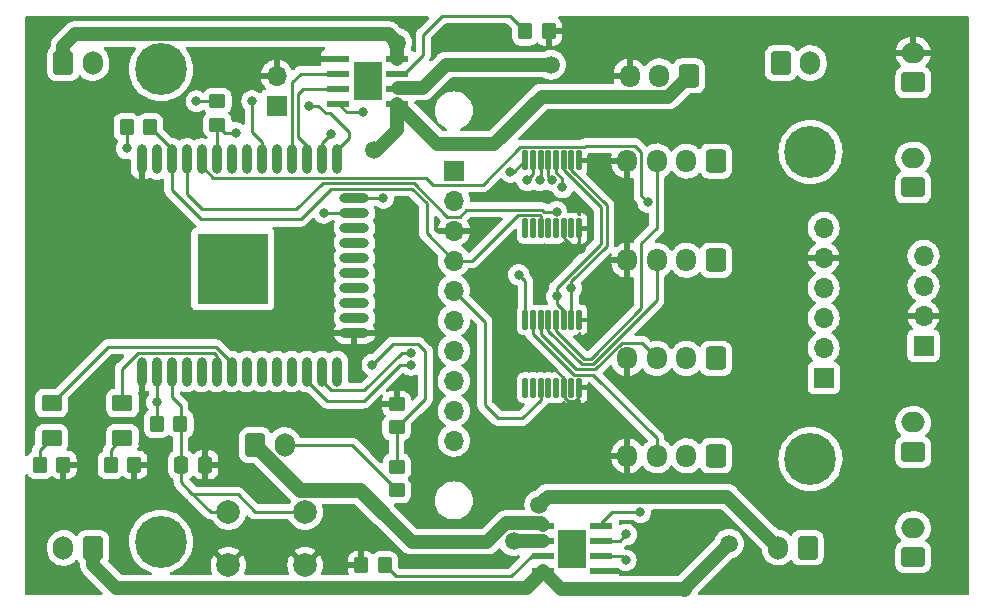
<source format=gbr>
%TF.GenerationSoftware,KiCad,Pcbnew,(6.0.1)*%
%TF.CreationDate,2022-03-01T16:38:42-05:00*%
%TF.ProjectId,Project_380,50726f6a-6563-4745-9f33-38302e6b6963,rev?*%
%TF.SameCoordinates,Original*%
%TF.FileFunction,Copper,L1,Top*%
%TF.FilePolarity,Positive*%
%FSLAX46Y46*%
G04 Gerber Fmt 4.6, Leading zero omitted, Abs format (unit mm)*
G04 Created by KiCad (PCBNEW (6.0.1)) date 2022-03-01 16:38:42*
%MOMM*%
%LPD*%
G01*
G04 APERTURE LIST*
G04 Aperture macros list*
%AMRoundRect*
0 Rectangle with rounded corners*
0 $1 Rounding radius*
0 $2 $3 $4 $5 $6 $7 $8 $9 X,Y pos of 4 corners*
0 Add a 4 corners polygon primitive as box body*
4,1,4,$2,$3,$4,$5,$6,$7,$8,$9,$2,$3,0*
0 Add four circle primitives for the rounded corners*
1,1,$1+$1,$2,$3*
1,1,$1+$1,$4,$5*
1,1,$1+$1,$6,$7*
1,1,$1+$1,$8,$9*
0 Add four rect primitives between the rounded corners*
20,1,$1+$1,$2,$3,$4,$5,0*
20,1,$1+$1,$4,$5,$6,$7,0*
20,1,$1+$1,$6,$7,$8,$9,0*
20,1,$1+$1,$8,$9,$2,$3,0*%
G04 Aperture macros list end*
%TA.AperFunction,SMDPad,CuDef*%
%ADD10RoundRect,0.250000X-0.350000X-0.450000X0.350000X-0.450000X0.350000X0.450000X-0.350000X0.450000X0*%
%TD*%
%TA.AperFunction,SMDPad,CuDef*%
%ADD11RoundRect,0.250001X0.624999X-0.462499X0.624999X0.462499X-0.624999X0.462499X-0.624999X-0.462499X0*%
%TD*%
%TA.AperFunction,ComponentPad*%
%ADD12O,1.700000X1.700000*%
%TD*%
%TA.AperFunction,ComponentPad*%
%ADD13R,1.700000X1.700000*%
%TD*%
%TA.AperFunction,SMDPad,CuDef*%
%ADD14R,6.000000X6.000000*%
%TD*%
%TA.AperFunction,SMDPad,CuDef*%
%ADD15O,0.900000X2.500000*%
%TD*%
%TA.AperFunction,SMDPad,CuDef*%
%ADD16O,2.500000X0.900000*%
%TD*%
%TA.AperFunction,ComponentPad*%
%ADD17C,4.400000*%
%TD*%
%TA.AperFunction,ComponentPad*%
%ADD18RoundRect,0.250000X0.600000X0.750000X-0.600000X0.750000X-0.600000X-0.750000X0.600000X-0.750000X0*%
%TD*%
%TA.AperFunction,ComponentPad*%
%ADD19O,1.700000X2.000000*%
%TD*%
%TA.AperFunction,ComponentPad*%
%ADD20RoundRect,0.250000X-0.600000X-0.750000X0.600000X-0.750000X0.600000X0.750000X-0.600000X0.750000X0*%
%TD*%
%TA.AperFunction,SMDPad,CuDef*%
%ADD21RoundRect,0.020500X0.184500X-0.764500X0.184500X0.764500X-0.184500X0.764500X-0.184500X-0.764500X0*%
%TD*%
%TA.AperFunction,ComponentPad*%
%ADD22RoundRect,0.250000X0.600000X0.725000X-0.600000X0.725000X-0.600000X-0.725000X0.600000X-0.725000X0*%
%TD*%
%TA.AperFunction,ComponentPad*%
%ADD23O,1.700000X1.950000*%
%TD*%
%TA.AperFunction,SMDPad,CuDef*%
%ADD24RoundRect,0.250000X-0.450000X0.350000X-0.450000X-0.350000X0.450000X-0.350000X0.450000X0.350000X0*%
%TD*%
%TA.AperFunction,SMDPad,CuDef*%
%ADD25R,1.981200X0.533400*%
%TD*%
%TA.AperFunction,SMDPad,CuDef*%
%ADD26R,2.387600X3.200400*%
%TD*%
%TA.AperFunction,SMDPad,CuDef*%
%ADD27RoundRect,0.250000X-0.337500X-0.475000X0.337500X-0.475000X0.337500X0.475000X-0.337500X0.475000X0*%
%TD*%
%TA.AperFunction,SMDPad,CuDef*%
%ADD28RoundRect,0.250000X0.350000X0.450000X-0.350000X0.450000X-0.350000X-0.450000X0.350000X-0.450000X0*%
%TD*%
%TA.AperFunction,ComponentPad*%
%ADD29RoundRect,0.250000X0.750000X-0.600000X0.750000X0.600000X-0.750000X0.600000X-0.750000X-0.600000X0*%
%TD*%
%TA.AperFunction,ComponentPad*%
%ADD30O,2.000000X1.700000*%
%TD*%
%TA.AperFunction,ComponentPad*%
%ADD31C,2.000000*%
%TD*%
%TA.AperFunction,ViaPad*%
%ADD32C,0.800000*%
%TD*%
%TA.AperFunction,ViaPad*%
%ADD33C,1.500000*%
%TD*%
%TA.AperFunction,Conductor*%
%ADD34C,0.250000*%
%TD*%
%TA.AperFunction,Conductor*%
%ADD35C,1.143000*%
%TD*%
%TA.AperFunction,Conductor*%
%ADD36C,1.270000*%
%TD*%
G04 APERTURE END LIST*
D10*
%TO.P,R9,1*%
%TO.N,Net-(D2-Pad1)*%
X101750000Y-98500000D03*
%TO.P,R9,2*%
%TO.N,GND*%
X103750000Y-98500000D03*
%TD*%
%TO.P,R8,1*%
%TO.N,Net-(D1-Pad1)*%
X107750000Y-98500000D03*
%TO.P,R8,2*%
%TO.N,GND*%
X109750000Y-98500000D03*
%TD*%
D11*
%TO.P,D2,1,K*%
%TO.N,Net-(D2-Pad1)*%
X102750000Y-96237500D03*
%TO.P,D2,2,A*%
%TO.N,Net-(U2-Pad7)*%
X102750000Y-93262500D03*
%TD*%
%TO.P,D1,1,K*%
%TO.N,Net-(D1-Pad1)*%
X108750000Y-96237500D03*
%TO.P,D1,2,A*%
%TO.N,Net-(U2-Pad6)*%
X108750000Y-93262500D03*
%TD*%
D12*
%TO.P,J13,10*%
%TO.N,N/C*%
X136800000Y-96435000D03*
%TO.P,J13,9*%
X136800000Y-93895000D03*
%TO.P,J13,8*%
X136800000Y-91355000D03*
%TO.P,J13,7*%
X136800000Y-88815000D03*
%TO.P,J13,6*%
X136800000Y-86275000D03*
%TO.P,J13,5,Pin_5*%
%TO.N,/Sensors/SDA*%
X136800000Y-83735000D03*
%TO.P,J13,4,Pin_4*%
%TO.N,/Sensors/SCL*%
X136800000Y-81195000D03*
%TO.P,J13,3,Pin_3*%
%TO.N,GND*%
X136800000Y-78655000D03*
%TO.P,J13,2,Pin_2*%
%TO.N,+3V3*%
X136800000Y-76115000D03*
D13*
%TO.P,J13,1,Pin_1*%
%TO.N,unconnected-(J13-Pad1)*%
X136800000Y-73575000D03*
%TD*%
D14*
%TO.P,U2,39,GND-PAD*%
%TO.N,unconnected-(U2-Pad39)*%
X118090000Y-81900000D03*
D15*
%TO.P,U2,38,GND*%
%TO.N,GND*%
X110390000Y-72600000D03*
%TO.P,U2,37,IO23*%
%TO.N,unconnected-(U2-Pad37)*%
X111660000Y-72600000D03*
%TO.P,U2,36,IO22*%
%TO.N,/Sensors/SCL*%
X112930000Y-72600000D03*
%TO.P,U2,35,TXD0*%
%TO.N,Net-(J14-Pad3)*%
X114200000Y-72600000D03*
%TO.P,U2,34,RXD0*%
%TO.N,Net-(J14-Pad4)*%
X115470000Y-72600000D03*
%TO.P,U2,33,IO21*%
%TO.N,/Sensors/SDA*%
X116740000Y-72600000D03*
%TO.P,U2,32,NC*%
%TO.N,unconnected-(U2-Pad32)*%
X118010000Y-72600000D03*
%TO.P,U2,31,IO19*%
%TO.N,unconnected-(U2-Pad31)*%
X119280000Y-72600000D03*
%TO.P,U2,30,IO18*%
%TO.N,/Motor Control/DWN_MTR_CTL*%
X120550000Y-72600000D03*
%TO.P,U2,29,IO5*%
%TO.N,unconnected-(U2-Pad29)*%
X121820000Y-72600000D03*
%TO.P,U2,28,IO17*%
%TO.N,/Motor Control/M_CTL_L2*%
X123090000Y-72600000D03*
%TO.P,U2,27,IO16*%
%TO.N,/Motor Control/M_CTL_L1*%
X124360000Y-72600000D03*
%TO.P,U2,26,IO4*%
%TO.N,/Motor Control/M_CTL_R2*%
X125630000Y-72600000D03*
%TO.P,U2,25,IO0*%
%TO.N,Net-(JP1-Pad1)*%
X126900000Y-72600000D03*
D16*
%TO.P,U2,24,IO2*%
%TO.N,/Motor Control/M_CTL_R1*%
X128390000Y-75885000D03*
%TO.P,U2,23,IO15*%
%TO.N,/Power Supply/V_SENSE*%
X128390000Y-77155000D03*
%TO.P,U2,22,SD1*%
%TO.N,unconnected-(U2-Pad22)*%
X128390000Y-78425000D03*
%TO.P,U2,21,SDO*%
%TO.N,unconnected-(U2-Pad21)*%
X128390000Y-79695000D03*
%TO.P,U2,20,CLK*%
%TO.N,unconnected-(U2-Pad20)*%
X128390000Y-80965000D03*
%TO.P,U2,19,CMD*%
%TO.N,unconnected-(U2-Pad19)*%
X128390000Y-82235000D03*
%TO.P,U2,18,SD3*%
%TO.N,unconnected-(U2-Pad18)*%
X128390000Y-83505000D03*
%TO.P,U2,17,SD2*%
%TO.N,unconnected-(U2-Pad17)*%
X128390000Y-84775000D03*
%TO.P,U2,16,IO13*%
%TO.N,unconnected-(U2-Pad16)*%
X128390000Y-86045000D03*
%TO.P,U2,15,GND*%
%TO.N,GND*%
X128390000Y-87315000D03*
D15*
%TO.P,U2,14,IO12*%
%TO.N,unconnected-(U2-Pad14)*%
X126900000Y-90600000D03*
%TO.P,U2,13,IO14*%
%TO.N,/SEL_2*%
X125630000Y-90600000D03*
%TO.P,U2,12,IO27*%
%TO.N,/SEL_1*%
X124360000Y-90600000D03*
%TO.P,U2,11,IO26*%
%TO.N,unconnected-(U2-Pad11)*%
X123090000Y-90600000D03*
%TO.P,U2,10,IO25*%
%TO.N,unconnected-(U2-Pad10)*%
X121820000Y-90600000D03*
%TO.P,U2,9,IO33*%
%TO.N,unconnected-(U2-Pad9)*%
X120550000Y-90600000D03*
%TO.P,U2,8,IO32*%
%TO.N,unconnected-(U2-Pad8)*%
X119280000Y-90600000D03*
%TO.P,U2,7,IO35*%
%TO.N,Net-(U2-Pad7)*%
X118010000Y-90600000D03*
%TO.P,U2,6,IO34*%
%TO.N,Net-(U2-Pad6)*%
X116740000Y-90600000D03*
%TO.P,U2,5,SENSOR_VN*%
%TO.N,unconnected-(U2-Pad5)*%
X115470000Y-90600000D03*
%TO.P,U2,4,SENSOR_VP*%
%TO.N,unconnected-(U2-Pad4)*%
X114200000Y-90600000D03*
%TO.P,U2,3,EN*%
%TO.N,Net-(C1-Pad1)*%
X112930000Y-90600000D03*
%TO.P,U2,2,3V3*%
%TO.N,+3V3*%
X111660000Y-90600000D03*
%TO.P,U2,1,GND*%
%TO.N,GND*%
X110390000Y-90600000D03*
%TD*%
D17*
%TO.P,REF\u002A\u002A,1*%
%TO.N,N/C*%
X112000000Y-65000000D03*
%TD*%
%TO.P,REF\u002A\u002A,1*%
%TO.N,N/C*%
X167000000Y-72000000D03*
%TD*%
%TO.P,REF\u002A\u002A,1*%
%TO.N,N/C*%
X112000000Y-105000000D03*
%TD*%
%TO.P,REF\u002A\u002A,1*%
%TO.N,N/C*%
X167000000Y-98000000D03*
%TD*%
D18*
%TO.P,J3,1,Pin_1*%
%TO.N,Net-(J3-Pad1)*%
X166750000Y-105500000D03*
D19*
%TO.P,J3,2,Pin_2*%
%TO.N,Net-(J3-Pad2)*%
X164250000Y-105500000D03*
%TD*%
D20*
%TO.P,J2,1,Pin_1*%
%TO.N,Net-(J1-Pad1)*%
X103750000Y-64475000D03*
D19*
%TO.P,J2,2,Pin_2*%
%TO.N,Net-(J1-Pad2)*%
X106250000Y-64475000D03*
%TD*%
D18*
%TO.P,J4,1,Pin_1*%
%TO.N,Net-(J3-Pad1)*%
X106250000Y-105525000D03*
D19*
%TO.P,J4,2,Pin_2*%
%TO.N,Net-(J3-Pad2)*%
X103750000Y-105525000D03*
%TD*%
D21*
%TO.P,U6,1,Y4*%
%TO.N,unconnected-(U6-Pad1)*%
X142855000Y-91965000D03*
%TO.P,U6,2,Y6*%
%TO.N,unconnected-(U6-Pad2)*%
X143505000Y-91965000D03*
%TO.P,U6,3,Z*%
%TO.N,/Sensors/SDA*%
X144155000Y-91965000D03*
%TO.P,U6,4,Y7*%
%TO.N,unconnected-(U6-Pad4)*%
X144805000Y-91965000D03*
%TO.P,U6,5,Y5*%
%TO.N,unconnected-(U6-Pad5)*%
X145455000Y-91965000D03*
%TO.P,U6,6,~{E}*%
%TO.N,GND*%
X146105000Y-91965000D03*
%TO.P,U6,7*%
%TO.N,N/C*%
X146755000Y-91965000D03*
%TO.P,U6,8,GND*%
%TO.N,GND*%
X147405000Y-91965000D03*
%TO.P,U6,9,S3*%
X147405000Y-86225000D03*
%TO.P,U6,10,S2*%
%TO.N,/SEL_2*%
X146755000Y-86225000D03*
%TO.P,U6,11,S1*%
%TO.N,/SEL_1*%
X146105000Y-86225000D03*
%TO.P,U6,12,Y3*%
%TO.N,/Sensors/J12_SDA*%
X145455000Y-86225000D03*
%TO.P,U6,13,Y0*%
%TO.N,/Sensors/J11_SDA*%
X144805000Y-86225000D03*
%TO.P,U6,14,Y1*%
%TO.N,/Sensors/J10_SDA*%
X144155000Y-86225000D03*
%TO.P,U6,15,Y2*%
%TO.N,/Sensors/J9_SDA*%
X143505000Y-86225000D03*
%TO.P,U6,16,VCC*%
%TO.N,+3V3*%
X142855000Y-86225000D03*
%TD*%
D22*
%TO.P,J12,1,Pin_1*%
%TO.N,+3V3*%
X159000000Y-72770000D03*
D23*
%TO.P,J12,2,Pin_2*%
%TO.N,/Sensors/J12_SCL*%
X156500000Y-72770000D03*
%TO.P,J12,3,Pin_3*%
%TO.N,/Sensors/J12_SDA*%
X154000000Y-72770000D03*
%TO.P,J12,4,Pin_4*%
%TO.N,GND*%
X151500000Y-72770000D03*
%TD*%
D24*
%TO.P,R6,1*%
%TO.N,/Power Supply/V_SENSE*%
X131980000Y-98650000D03*
%TO.P,R6,2*%
%TO.N,Net-(J16-Pad2)*%
X131980000Y-100650000D03*
%TD*%
D22*
%TO.P,J10,1,Pin_1*%
%TO.N,+3V3*%
X159000000Y-89480000D03*
D23*
%TO.P,J10,2,Pin_2*%
%TO.N,/Sensors/J10_SCL*%
X156500000Y-89480000D03*
%TO.P,J10,3,Pin_3*%
%TO.N,/Sensors/J10_SDA*%
X154000000Y-89480000D03*
%TO.P,J10,4,Pin_4*%
%TO.N,GND*%
X151500000Y-89480000D03*
%TD*%
D22*
%TO.P,J11,1,Pin_1*%
%TO.N,+3V3*%
X159000000Y-81170000D03*
D23*
%TO.P,J11,2,Pin_2*%
%TO.N,/Sensors/J11_SCL*%
X156500000Y-81170000D03*
%TO.P,J11,3,Pin_3*%
%TO.N,/Sensors/J11_SDA*%
X154000000Y-81170000D03*
%TO.P,J11,4,Pin_4*%
%TO.N,GND*%
X151500000Y-81170000D03*
%TD*%
D10*
%TO.P,R1,1*%
%TO.N,+3V3*%
X109100000Y-69900000D03*
%TO.P,R1,2*%
%TO.N,/Sensors/SCL*%
X111100000Y-69900000D03*
%TD*%
D22*
%TO.P,J9,1,Pin_1*%
%TO.N,+3V3*%
X159000000Y-97730000D03*
D23*
%TO.P,J9,2,Pin_2*%
%TO.N,/Sensors/J9_SCL*%
X156500000Y-97730000D03*
%TO.P,J9,3,Pin_3*%
%TO.N,/Sensors/J9_SDA*%
X154000000Y-97730000D03*
%TO.P,J9,4,Pin_4*%
%TO.N,GND*%
X151500000Y-97730000D03*
%TD*%
D10*
%TO.P,R5,1*%
%TO.N,+3V3*%
X111660000Y-95016250D03*
%TO.P,R5,2*%
%TO.N,Net-(C1-Pad1)*%
X113660000Y-95016250D03*
%TD*%
%TO.P,R4,1*%
%TO.N,GND*%
X128970000Y-107000000D03*
%TO.P,R4,2*%
%TO.N,Net-(R4-Pad2)*%
X130970000Y-107000000D03*
%TD*%
D24*
%TO.P,R7,1*%
%TO.N,GND*%
X131960000Y-93330000D03*
%TO.P,R7,2*%
%TO.N,/Power Supply/V_SENSE*%
X131960000Y-95330000D03*
%TD*%
D25*
%TO.P,U4,1,GND*%
%TO.N,GND*%
X127036200Y-64095000D03*
%TO.P,U4,2,IN2*%
%TO.N,/Motor Control/M_CTL_L2*%
X127036200Y-65365000D03*
%TO.P,U4,3,IN1*%
%TO.N,/Motor Control/M_CTL_L1*%
X127036200Y-66635000D03*
%TO.P,U4,4,VREF*%
%TO.N,+3V3*%
X127036200Y-67905000D03*
%TO.P,U4,5,VM*%
%TO.N,+BATT*%
X131963800Y-67905000D03*
%TO.P,U4,6,OUT1*%
%TO.N,Net-(J1-Pad2)*%
X131963800Y-66635000D03*
%TO.P,U4,7,RS*%
%TO.N,Net-(R3-Pad2)*%
X131963800Y-65365000D03*
%TO.P,U4,8,OUT2*%
%TO.N,Net-(J1-Pad1)*%
X131963800Y-64095000D03*
D26*
%TO.P,U4,EPAD,EPAD*%
%TO.N,unconnected-(U4-PadEPAD)*%
X129500000Y-66000000D03*
%TD*%
D27*
%TO.P,C1,1*%
%TO.N,Net-(C1-Pad1)*%
X113702500Y-98500000D03*
%TO.P,C1,2*%
%TO.N,GND*%
X115777500Y-98500000D03*
%TD*%
D13*
%TO.P,U1,1,Pin_1*%
%TO.N,+3V3*%
X176570000Y-88410000D03*
D12*
%TO.P,U1,2,Pin_2*%
%TO.N,GND*%
X176570000Y-85870000D03*
%TO.P,U1,3,Pin_3*%
%TO.N,+BATT*%
X176570000Y-83330000D03*
%TO.P,U1,4,Pin_4*%
%TO.N,unconnected-(U1-Pad4)*%
X176570000Y-80790000D03*
%TD*%
D22*
%TO.P,J15,1,Pin_1*%
%TO.N,+BATT*%
X156700000Y-65565000D03*
D23*
%TO.P,J15,2,Pin_2*%
%TO.N,/Motor Control/DWN_MTR_CTL*%
X154200000Y-65565000D03*
%TO.P,J15,3,Pin_3*%
%TO.N,GND*%
X151700000Y-65565000D03*
%TD*%
D28*
%TO.P,R3,1*%
%TO.N,GND*%
X144860000Y-61790000D03*
%TO.P,R3,2*%
%TO.N,Net-(R3-Pad2)*%
X142860000Y-61790000D03*
%TD*%
D24*
%TO.P,R2,1*%
%TO.N,+3V3*%
X116780000Y-67690000D03*
%TO.P,R2,2*%
%TO.N,/Sensors/SDA*%
X116780000Y-69690000D03*
%TD*%
D21*
%TO.P,U3,1,Y4*%
%TO.N,unconnected-(U3-Pad1)*%
X142855000Y-78465000D03*
%TO.P,U3,2,Y6*%
%TO.N,unconnected-(U3-Pad2)*%
X143505000Y-78465000D03*
%TO.P,U3,3,Z*%
%TO.N,/Sensors/SCL*%
X144155000Y-78465000D03*
%TO.P,U3,4,Y7*%
%TO.N,unconnected-(U3-Pad4)*%
X144805000Y-78465000D03*
%TO.P,U3,5,Y5*%
%TO.N,unconnected-(U3-Pad5)*%
X145455000Y-78465000D03*
%TO.P,U3,6,~{E}*%
%TO.N,GND*%
X146105000Y-78465000D03*
%TO.P,U3,7*%
%TO.N,N/C*%
X146755000Y-78465000D03*
%TO.P,U3,8,GND*%
%TO.N,GND*%
X147405000Y-78465000D03*
%TO.P,U3,9,S3*%
X147405000Y-72725000D03*
%TO.P,U3,10,S2*%
%TO.N,/SEL_2*%
X146755000Y-72725000D03*
%TO.P,U3,11,S1*%
%TO.N,/SEL_1*%
X146105000Y-72725000D03*
%TO.P,U3,12,Y3*%
%TO.N,/Sensors/J12_SCL*%
X145455000Y-72725000D03*
%TO.P,U3,13,Y0*%
%TO.N,/Sensors/J11_SCL*%
X144805000Y-72725000D03*
%TO.P,U3,14,Y1*%
%TO.N,/Sensors/J10_SCL*%
X144155000Y-72725000D03*
%TO.P,U3,15,Y2*%
%TO.N,/Sensors/J9_SCL*%
X143505000Y-72725000D03*
%TO.P,U3,16,VCC*%
%TO.N,+3V3*%
X142855000Y-72725000D03*
%TD*%
D20*
%TO.P,J1,1,Pin_1*%
%TO.N,Net-(J1-Pad1)*%
X164500000Y-64475000D03*
D19*
%TO.P,J1,2,Pin_2*%
%TO.N,Net-(J1-Pad2)*%
X167000000Y-64475000D03*
%TD*%
D26*
%TO.P,U5,EPAD,EPAD*%
%TO.N,unconnected-(U5-PadEPAD)*%
X146820000Y-105590000D03*
D25*
%TO.P,U5,8,OUT2*%
%TO.N,Net-(J3-Pad1)*%
X144356200Y-107495000D03*
%TO.P,U5,7,RS*%
%TO.N,Net-(R4-Pad2)*%
X144356200Y-106225000D03*
%TO.P,U5,6,OUT1*%
%TO.N,Net-(J3-Pad2)*%
X144356200Y-104955000D03*
%TO.P,U5,5,VM*%
%TO.N,+BATT*%
X144356200Y-103685000D03*
%TO.P,U5,4,VREF*%
%TO.N,+3V3*%
X149283800Y-103685000D03*
%TO.P,U5,3,IN1*%
%TO.N,/Motor Control/M_CTL_R1*%
X149283800Y-104955000D03*
%TO.P,U5,2,IN2*%
%TO.N,/Motor Control/M_CTL_R2*%
X149283800Y-106225000D03*
%TO.P,U5,1,GND*%
%TO.N,GND*%
X149283800Y-107495000D03*
%TD*%
D29*
%TO.P,J7,1,Pin_1*%
%TO.N,Net-(J6-Pad2)*%
X175700000Y-75000000D03*
D30*
%TO.P,J7,2,Pin_2*%
%TO.N,Net-(J7-Pad2)*%
X175700000Y-72500000D03*
%TD*%
D29*
%TO.P,J8,1,Pin_1*%
%TO.N,Net-(J7-Pad2)*%
X175700000Y-66100000D03*
D30*
%TO.P,J8,2,Pin_2*%
%TO.N,GND*%
X175700000Y-63600000D03*
%TD*%
D13*
%TO.P,JP1,1,A*%
%TO.N,Net-(JP1-Pad1)*%
X121800000Y-68075000D03*
D12*
%TO.P,JP1,2,B*%
%TO.N,GND*%
X121800000Y-65535000D03*
%TD*%
D29*
%TO.P,J5,1,Pin_1*%
%TO.N,Net-(J16-Pad2)*%
X175700000Y-106300000D03*
D30*
%TO.P,J5,2,Pin_2*%
%TO.N,Net-(J5-Pad2)*%
X175700000Y-103800000D03*
%TD*%
D31*
%TO.P,SW1,1,A*%
%TO.N,GND*%
X124220000Y-106980000D03*
X117720000Y-106980000D03*
%TO.P,SW1,2,B*%
%TO.N,Net-(C1-Pad1)*%
X124220000Y-102480000D03*
X117720000Y-102480000D03*
%TD*%
D13*
%TO.P,J14,1,Pin_1*%
%TO.N,+3V3*%
X168110000Y-91130000D03*
D12*
%TO.P,J14,2,Pin_2*%
%TO.N,unconnected-(J14-Pad2)*%
X168110000Y-88590000D03*
%TO.P,J14,3,Pin_3*%
%TO.N,Net-(J14-Pad3)*%
X168110000Y-86050000D03*
%TO.P,J14,4,Pin_4*%
%TO.N,Net-(J14-Pad4)*%
X168110000Y-83510000D03*
%TO.P,J14,5,Pin_5*%
%TO.N,GND*%
X168110000Y-80970000D03*
%TO.P,J14,6,Pin_6*%
%TO.N,unconnected-(J14-Pad6)*%
X168110000Y-78430000D03*
%TD*%
D20*
%TO.P,J16,1,Pin_1*%
%TO.N,+BATT*%
X119990000Y-96815000D03*
D19*
%TO.P,J16,2,Pin_2*%
%TO.N,Net-(J16-Pad2)*%
X122490000Y-96815000D03*
%TD*%
D29*
%TO.P,J6,1,Pin_1*%
%TO.N,Net-(J5-Pad2)*%
X175700000Y-97400000D03*
D30*
%TO.P,J6,2,Pin_2*%
%TO.N,Net-(J6-Pad2)*%
X175700000Y-94900000D03*
%TD*%
D32*
%TO.N,GND*%
X140250000Y-80750000D03*
D33*
%TO.N,Net-(J3-Pad2)*%
X144047500Y-101887989D03*
D32*
%TO.N,GND*%
X110500000Y-96750000D03*
X115750000Y-96250000D03*
X144529607Y-95470393D03*
X141000000Y-93000000D03*
X147600000Y-80200000D03*
D33*
%TO.N,Net-(J1-Pad1)*%
X132000000Y-62750000D03*
%TO.N,Net-(J1-Pad2)*%
X145030000Y-64610000D03*
%TO.N,Net-(J3-Pad1)*%
X160100000Y-105160000D03*
%TO.N,Net-(J3-Pad2)*%
X141870000Y-104930000D03*
D32*
%TO.N,+3V3*%
X109100000Y-71700000D03*
X152600000Y-102500000D03*
X115000000Y-67700000D03*
X111660000Y-93200000D03*
X141600000Y-73700000D03*
X142300000Y-82400000D03*
X129100000Y-68600000D03*
%TO.N,/Sensors/SDA*%
X118320000Y-70380000D03*
%TO.N,Net-(J14-Pad3)*%
X145500000Y-77070000D03*
%TO.N,Net-(J14-Pad4)*%
X153250000Y-76250000D03*
D33*
%TO.N,+BATT*%
X130010000Y-71830000D03*
D32*
%TO.N,/Motor Control/DWN_MTR_CTL*%
X119720000Y-67680000D03*
%TO.N,Net-(JP1-Pad1)*%
X124500000Y-68075000D03*
%TO.N,/Power Supply/V_SENSE*%
X129900000Y-90000000D03*
X125800000Y-77155000D03*
%TO.N,/Motor Control/M_CTL_R2*%
X151370000Y-106570000D03*
X126400000Y-70500000D03*
%TO.N,/Motor Control/M_CTL_R1*%
X130840000Y-75885000D03*
X151400000Y-104390000D03*
%TO.N,/SEL_1*%
X145520000Y-84215000D03*
X133160489Y-90040489D03*
%TO.N,/SEL_2*%
X133200000Y-89000000D03*
X146755000Y-83500000D03*
%TO.N,/Sensors/J9_SCL*%
X143020000Y-74395000D03*
%TO.N,/Sensors/J10_SCL*%
X144070000Y-74395000D03*
%TO.N,/Sensors/J11_SCL*%
X145120000Y-74395000D03*
%TO.N,/Sensors/J12_SCL*%
X146000000Y-75000000D03*
%TD*%
D34*
%TO.N,Net-(U2-Pad7)*%
X116635718Y-88500000D02*
X118010000Y-89874282D01*
X118010000Y-89874282D02*
X118010000Y-90600000D01*
X107512500Y-88500000D02*
X116635718Y-88500000D01*
X102750000Y-93262500D02*
X107512500Y-88500000D01*
%TO.N,Net-(U2-Pad6)*%
X116740000Y-89240000D02*
X116740000Y-90600000D01*
X116525480Y-89025480D02*
X116740000Y-89240000D01*
X108750000Y-90344664D02*
X110069184Y-89025480D01*
X110069184Y-89025480D02*
X116525480Y-89025480D01*
X108750000Y-93262500D02*
X108750000Y-90344664D01*
%TO.N,Net-(D2-Pad1)*%
X101750000Y-97237500D02*
X102750000Y-96237500D01*
X101750000Y-98500000D02*
X101750000Y-97237500D01*
%TO.N,Net-(D1-Pad1)*%
X107750000Y-97237500D02*
X108750000Y-96237500D01*
X107750000Y-98500000D02*
X107750000Y-97237500D01*
%TO.N,/Sensors/SCL*%
X134500000Y-76355000D02*
X134500000Y-78895000D01*
X126429520Y-75110480D02*
X133255480Y-75110480D01*
X123850000Y-77690000D02*
X126429520Y-75110480D01*
X112930000Y-75260000D02*
X115360000Y-77690000D01*
X133255480Y-75110480D02*
X134500000Y-76355000D01*
X112930000Y-72600000D02*
X112930000Y-75260000D01*
X115360000Y-77690000D02*
X123850000Y-77690000D01*
X134500000Y-78895000D02*
X136800000Y-81195000D01*
X138375000Y-81195000D02*
X136800000Y-81195000D01*
X142214520Y-77355480D02*
X138375000Y-81195000D01*
X144155000Y-77450000D02*
X144060480Y-77355480D01*
X144060480Y-77355480D02*
X142214520Y-77355480D01*
X144155000Y-78465000D02*
X144155000Y-77450000D01*
%TO.N,/Sensors/SDA*%
X139430000Y-86365000D02*
X136800000Y-83735000D01*
X139430000Y-93450000D02*
X139430000Y-86365000D01*
D35*
%TO.N,Net-(J3-Pad2)*%
X144745489Y-101190000D02*
X159940000Y-101190000D01*
X144047500Y-101887989D02*
X144745489Y-101190000D01*
%TO.N,+BATT*%
X144152709Y-103408989D02*
X144356200Y-103612480D01*
X139648965Y-105000000D02*
X141239976Y-103408989D01*
X130770000Y-102550000D02*
X133220000Y-105000000D01*
X133220000Y-105000000D02*
X139648965Y-105000000D01*
X141239976Y-103408989D02*
X144152709Y-103408989D01*
%TO.N,Net-(J1-Pad2)*%
X134187520Y-66562480D02*
X136140000Y-64610000D01*
X136140000Y-64610000D02*
X145030000Y-64610000D01*
X132036320Y-66562480D02*
X134187520Y-66562480D01*
D34*
%TO.N,Net-(C1-Pad1)*%
X114750000Y-101000000D02*
X114500000Y-100750000D01*
X118500000Y-101000000D02*
X114750000Y-101000000D01*
X114500000Y-100750000D02*
X113702500Y-99952500D01*
X116230000Y-102480000D02*
X114500000Y-100750000D01*
X113702500Y-99952500D02*
X113702500Y-98500000D01*
X117720000Y-102480000D02*
X116230000Y-102480000D01*
X119980000Y-102480000D02*
X118500000Y-101000000D01*
X124220000Y-102480000D02*
X119980000Y-102480000D01*
%TO.N,/Sensors/J12_SCL*%
X145455000Y-73705386D02*
X145455000Y-72725000D01*
X146000000Y-74250386D02*
X145455000Y-73705386D01*
X146000000Y-75000000D02*
X146000000Y-74250386D01*
%TO.N,Net-(JP1-Pad1)*%
X126354614Y-68720000D02*
X127910000Y-70275386D01*
X125299878Y-68075000D02*
X125944878Y-68720000D01*
X125944878Y-68720000D02*
X126354614Y-68720000D01*
X127910000Y-70275386D02*
X127910000Y-70860000D01*
X126900000Y-71870000D02*
X126900000Y-72600000D01*
X124500000Y-68075000D02*
X125299878Y-68075000D01*
X127910000Y-70860000D02*
X126900000Y-71870000D01*
%TO.N,Net-(J14-Pad3)*%
X144410718Y-77070000D02*
X145500000Y-77070000D01*
X144246677Y-76905960D02*
X144410718Y-77070000D01*
X137861028Y-76905960D02*
X144246677Y-76905960D01*
X137286499Y-77480489D02*
X137861028Y-76905960D01*
X136261207Y-77480489D02*
X137286499Y-77480489D01*
X125689040Y-74660960D02*
X133441678Y-74660960D01*
X115500000Y-76870000D02*
X123480000Y-76870000D01*
X114200000Y-75570000D02*
X115500000Y-76870000D01*
X123480000Y-76870000D02*
X125689040Y-74660960D01*
X114200000Y-72600000D02*
X114200000Y-75570000D01*
X133441678Y-74660960D02*
X136261207Y-77480489D01*
%TO.N,Net-(J14-Pad4)*%
X115470000Y-73225336D02*
X115470000Y-72600000D01*
X116419184Y-74174520D02*
X115470000Y-73225336D01*
X134444520Y-74174520D02*
X116419184Y-74174520D01*
X135030000Y-74760000D02*
X134444520Y-74174520D01*
X139260000Y-74760000D02*
X135030000Y-74760000D01*
X147960480Y-71470480D02*
X147815480Y-71615480D01*
X147815480Y-71615480D02*
X142404520Y-71615480D01*
X152674520Y-75750000D02*
X152674520Y-72015480D01*
X152674520Y-72015480D02*
X152129520Y-71470480D01*
X142404520Y-71615480D02*
X139260000Y-74760000D01*
X153250000Y-76250000D02*
X152674520Y-75750000D01*
X152129520Y-71470480D02*
X147960480Y-71470480D01*
D35*
%TO.N,Net-(J1-Pad1)*%
X132000000Y-62750000D02*
X131963800Y-62786200D01*
X131963800Y-62786200D02*
X131963800Y-64095000D01*
X103750000Y-63000000D02*
X103750000Y-64475000D01*
X131278989Y-62028989D02*
X104721011Y-62028989D01*
X132000000Y-62750000D02*
X131278989Y-62028989D01*
X104721011Y-62028989D02*
X103750000Y-63000000D01*
%TO.N,+BATT*%
X131963800Y-70146200D02*
X131963800Y-67905000D01*
D34*
%TO.N,GND*%
X147405000Y-78465000D02*
X147405000Y-80005000D01*
X147053069Y-80200000D02*
X147600000Y-80200000D01*
X146105000Y-79251931D02*
X147053069Y-80200000D01*
%TO.N,Net-(C1-Pad1)*%
X113700000Y-95016250D02*
X113700000Y-98497500D01*
X113700000Y-93500000D02*
X113700000Y-95016250D01*
X113700000Y-98497500D02*
X113702500Y-98500000D01*
X112970000Y-90600000D02*
X112970000Y-92770000D01*
X112970000Y-92770000D02*
X113700000Y-93500000D01*
%TO.N,GND*%
X147405000Y-80005000D02*
X147600000Y-80200000D01*
X147082411Y-93074520D02*
X147405000Y-92751931D01*
X146427589Y-93074520D02*
X147082411Y-93074520D01*
X144926931Y-90000000D02*
X146105000Y-91178069D01*
X146105000Y-91178069D02*
X146105000Y-91965000D01*
X146105000Y-91965000D02*
X146105000Y-92751931D01*
X146105000Y-92751931D02*
X146427589Y-93074520D01*
X147405000Y-92751931D02*
X147405000Y-91965000D01*
X146105000Y-78465000D02*
X146105000Y-79251931D01*
D35*
%TO.N,Net-(J3-Pad1)*%
X106250000Y-105525000D02*
X106250000Y-106950000D01*
X145861200Y-109000000D02*
X156290000Y-109000000D01*
D36*
X156290000Y-109000000D02*
X156290000Y-108970000D01*
D35*
X156290000Y-108970000D02*
X160100000Y-105160000D01*
X144356200Y-107495000D02*
X145861200Y-109000000D01*
X106250000Y-106950000D02*
X108194520Y-108894520D01*
X142956680Y-108894520D02*
X144356200Y-107495000D01*
X108194520Y-108894520D02*
X142956680Y-108894520D01*
%TO.N,Net-(J3-Pad2)*%
X141870000Y-104955000D02*
X144356200Y-104955000D01*
X159940000Y-101190000D02*
X164250000Y-105500000D01*
D34*
%TO.N,Net-(J16-Pad2)*%
X122490000Y-96815000D02*
X128145000Y-96815000D01*
X128145000Y-96815000D02*
X131980000Y-100650000D01*
%TO.N,+3V3*%
X142855000Y-82955000D02*
X142855000Y-86225000D01*
X127036200Y-67905000D02*
X127731200Y-68600000D01*
X141600000Y-73700000D02*
X141880000Y-73700000D01*
X141880000Y-73700000D02*
X142855000Y-72725000D01*
X149283800Y-103685000D02*
X149283800Y-103416200D01*
X149283800Y-103416200D02*
X150200000Y-102500000D01*
X115010000Y-67690000D02*
X115000000Y-67700000D01*
X109100000Y-69900000D02*
X109100000Y-71700000D01*
X111660000Y-90600000D02*
X111660000Y-93200000D01*
X142300000Y-82400000D02*
X142855000Y-82955000D01*
X150200000Y-102500000D02*
X152600000Y-102500000D01*
X111660000Y-93200000D02*
X111660000Y-95016250D01*
X127731200Y-68600000D02*
X129100000Y-68600000D01*
X116780000Y-67690000D02*
X115010000Y-67690000D01*
%TO.N,/Sensors/SCL*%
X112970000Y-71770000D02*
X112970000Y-72600000D01*
X111100000Y-69900000D02*
X112970000Y-71770000D01*
%TO.N,/Sensors/SDA*%
X117470000Y-70380000D02*
X116780000Y-69690000D01*
X116780000Y-69690000D02*
X116780000Y-72600000D01*
X144155000Y-92992891D02*
X144155000Y-91965000D01*
X140530000Y-94550000D02*
X142597891Y-94550000D01*
X118320000Y-70380000D02*
X117470000Y-70380000D01*
X139430000Y-93450000D02*
X140530000Y-94550000D01*
X142597891Y-94550000D02*
X144155000Y-92992891D01*
D35*
%TO.N,+BATT*%
X156700000Y-65565000D02*
X154953980Y-67311020D01*
D36*
X123788218Y-100645489D02*
X128865489Y-100645489D01*
X119990000Y-96815000D02*
X119990000Y-96847271D01*
D35*
X135356280Y-71297480D02*
X131963800Y-67905000D01*
D36*
X128865489Y-100645489D02*
X130770000Y-102550000D01*
D35*
X130010000Y-71830000D02*
X130280000Y-71830000D01*
X144227590Y-67311020D02*
X140241130Y-71297480D01*
D36*
X119990000Y-96847271D02*
X123788218Y-100645489D01*
D35*
X154953980Y-67311020D02*
X144227590Y-67311020D01*
X140241130Y-71297480D02*
X135356280Y-71297480D01*
X130280000Y-71830000D02*
X131963800Y-70146200D01*
D34*
%TO.N,/Motor Control/DWN_MTR_CTL*%
X119720000Y-70320000D02*
X120590000Y-71190000D01*
X120590000Y-71190000D02*
X120590000Y-72600000D01*
X119720000Y-70320000D02*
X119720000Y-67680000D01*
X119720000Y-67680000D02*
X119720000Y-70320000D01*
%TO.N,Net-(R3-Pad2)*%
X134210000Y-63770000D02*
X134210000Y-62080000D01*
X131963800Y-65365000D02*
X132615000Y-65365000D01*
X134210000Y-62080000D02*
X135800000Y-60490000D01*
X141560000Y-60490000D02*
X142860000Y-61790000D01*
X132615000Y-65365000D02*
X134210000Y-63770000D01*
X135800000Y-60490000D02*
X141560000Y-60490000D01*
%TO.N,Net-(R4-Pad2)*%
X144356200Y-106225000D02*
X143395000Y-106225000D01*
X131905000Y-107935000D02*
X130970000Y-107000000D01*
X143395000Y-106225000D02*
X141685000Y-107935000D01*
X141685000Y-107935000D02*
X131905000Y-107935000D01*
%TO.N,/Power Supply/V_SENSE*%
X128390000Y-77155000D02*
X125800000Y-77155000D01*
X133775489Y-88275489D02*
X134395000Y-88895000D01*
X134395000Y-92895000D02*
X134395000Y-88895000D01*
X131960000Y-98630000D02*
X131980000Y-98650000D01*
X133775489Y-88275489D02*
X131624511Y-88275489D01*
X131960000Y-95330000D02*
X131960000Y-98630000D01*
X134395000Y-92895000D02*
X131960000Y-95330000D01*
X131624511Y-88275489D02*
X129900000Y-90000000D01*
%TO.N,/Motor Control/M_CTL_L2*%
X123835000Y-65365000D02*
X123130000Y-66070000D01*
X123130000Y-66070000D02*
X123130000Y-72600000D01*
X127036200Y-65365000D02*
X123835000Y-65365000D01*
%TO.N,/Motor Control/M_CTL_L1*%
X123600000Y-67100000D02*
X124065000Y-66635000D01*
X123600000Y-70700000D02*
X123600000Y-67100000D01*
X124280480Y-71380480D02*
X123600000Y-70700000D01*
X124065000Y-66635000D02*
X127036200Y-66635000D01*
X124360000Y-72600000D02*
X124360000Y-71380480D01*
X124360000Y-71380480D02*
X124280480Y-71380480D01*
%TO.N,/Motor Control/M_CTL_R2*%
X125630000Y-71270000D02*
X126400000Y-70500000D01*
X125630000Y-72600000D02*
X125630000Y-71270000D01*
X149283800Y-106225000D02*
X151025000Y-106225000D01*
X151025000Y-106225000D02*
X151370000Y-106570000D01*
%TO.N,/Motor Control/M_CTL_R1*%
X149283800Y-104955000D02*
X150835000Y-104955000D01*
X150835000Y-104955000D02*
X151400000Y-104390000D01*
X128390000Y-75885000D02*
X130840000Y-75885000D01*
%TO.N,/SEL_1*%
X146105000Y-73511931D02*
X149296534Y-76703466D01*
X145500000Y-84195000D02*
X145520000Y-84215000D01*
X129160000Y-93090000D02*
X132209511Y-90040489D01*
X149296534Y-79703466D02*
X149150000Y-79850000D01*
X145500000Y-83500000D02*
X145500000Y-84195000D01*
X149296534Y-76703466D02*
X149296534Y-79703466D01*
X149150000Y-79850000D02*
X145500000Y-83500000D01*
X126050000Y-93090000D02*
X124360000Y-91400000D01*
X146105000Y-85438069D02*
X146105000Y-86225000D01*
X124360000Y-91400000D02*
X124360000Y-90600000D01*
X129160000Y-93090000D02*
X126050000Y-93090000D01*
X145520000Y-84853069D02*
X146105000Y-85438069D01*
X132209511Y-90040489D02*
X133160489Y-90040489D01*
X146105000Y-72725000D02*
X146105000Y-73511931D01*
X145520000Y-84853069D02*
X145520000Y-84215000D01*
%TO.N,/SEL_2*%
X125630000Y-91400000D02*
X126404520Y-92174520D01*
X146755000Y-73526213D02*
X149746054Y-76517268D01*
X146755000Y-83500000D02*
X146755000Y-83640000D01*
X146755000Y-83640000D02*
X146755000Y-86225000D01*
X126404520Y-92174520D02*
X129225480Y-92174520D01*
X146755000Y-82937108D02*
X149746054Y-79946054D01*
X146755000Y-83500000D02*
X146755000Y-82937108D01*
X146755000Y-72725000D02*
X146755000Y-73526213D01*
X149746054Y-79946054D02*
X149746054Y-76517268D01*
X125630000Y-90600000D02*
X125630000Y-91400000D01*
X129225480Y-92174520D02*
X132400000Y-89000000D01*
X132400000Y-89000000D02*
X133200000Y-89000000D01*
%TO.N,/Sensors/J9_SDA*%
X148595480Y-90855480D02*
X154000000Y-96260000D01*
X146954762Y-90855480D02*
X143505000Y-87405718D01*
X154000000Y-96260000D02*
X154000000Y-97730000D01*
X148595480Y-90855480D02*
X146954762Y-90855480D01*
X143505000Y-87405718D02*
X143505000Y-86225000D01*
%TO.N,/Sensors/J9_SCL*%
X143505000Y-72725000D02*
X143505000Y-73910000D01*
X143505000Y-73910000D02*
X143020000Y-74395000D01*
%TO.N,/Sensors/J10_SDA*%
X151007158Y-88180480D02*
X152700480Y-88180480D01*
X144155000Y-87420000D02*
X147140960Y-90405960D01*
X144155000Y-87420000D02*
X144155000Y-86225000D01*
X152700480Y-88180480D02*
X154000000Y-89480000D01*
X148781678Y-90405960D02*
X151007158Y-88180480D01*
X147140960Y-90405960D02*
X148781678Y-90405960D01*
%TO.N,/Sensors/J10_SCL*%
X144155000Y-72725000D02*
X144155000Y-74310000D01*
X144155000Y-74310000D02*
X144070000Y-74395000D01*
%TO.N,/Sensors/J11_SCL*%
X144805000Y-72725000D02*
X144805000Y-74080000D01*
X144805000Y-74080000D02*
X145120000Y-74395000D01*
%TO.N,/Sensors/J11_SDA*%
X147641440Y-89956440D02*
X148595480Y-89956440D01*
X144805000Y-86225000D02*
X144805000Y-87120000D01*
X144805000Y-87120000D02*
X147641440Y-89956440D01*
X154000000Y-84551920D02*
X154000000Y-81170000D01*
X148595480Y-89956440D02*
X154000000Y-84551920D01*
%TO.N,/Sensors/J12_SDA*%
X147827638Y-89506920D02*
X145455000Y-87134282D01*
X148409282Y-89506920D02*
X147827638Y-89506920D01*
X154000000Y-78420000D02*
X152690000Y-79730000D01*
X154000000Y-72770000D02*
X154000000Y-78420000D01*
X152690000Y-85226202D02*
X148409282Y-89506920D01*
X145455000Y-87134282D02*
X145455000Y-86225000D01*
X152690000Y-79730000D02*
X152690000Y-85226202D01*
%TD*%
%TA.AperFunction,Conductor*%
%TO.N,GND*%
G36*
X134650027Y-60528002D02*
G01*
X134696520Y-60581658D01*
X134706624Y-60651932D01*
X134677130Y-60716512D01*
X134671017Y-60723079D01*
X133817736Y-61576359D01*
X133809462Y-61583888D01*
X133802982Y-61588000D01*
X133797557Y-61593777D01*
X133756357Y-61637651D01*
X133753602Y-61640493D01*
X133733865Y-61660230D01*
X133731385Y-61663427D01*
X133723682Y-61672447D01*
X133693414Y-61704679D01*
X133689595Y-61711625D01*
X133689593Y-61711628D01*
X133683652Y-61722434D01*
X133672801Y-61738953D01*
X133660386Y-61754959D01*
X133657241Y-61762228D01*
X133657238Y-61762232D01*
X133642826Y-61795537D01*
X133637609Y-61806187D01*
X133616305Y-61844940D01*
X133614334Y-61852615D01*
X133614334Y-61852616D01*
X133611267Y-61864562D01*
X133604863Y-61883266D01*
X133596819Y-61901855D01*
X133595580Y-61909678D01*
X133595577Y-61909688D01*
X133589901Y-61945524D01*
X133587495Y-61957144D01*
X133576500Y-61999970D01*
X133576500Y-62020224D01*
X133574949Y-62039934D01*
X133571780Y-62059943D01*
X133572526Y-62067835D01*
X133575941Y-62103961D01*
X133576500Y-62115819D01*
X133576500Y-63432189D01*
X133556498Y-63500310D01*
X133502842Y-63546803D01*
X133432568Y-63556907D01*
X133367988Y-63527413D01*
X133349674Y-63507754D01*
X133323042Y-63472219D01*
X133317661Y-63465039D01*
X133288229Y-63442981D01*
X133205016Y-63380616D01*
X133162501Y-63323757D01*
X133157475Y-63252938D01*
X133166386Y-63226540D01*
X133184796Y-63187061D01*
X133184798Y-63187056D01*
X133187120Y-63182076D01*
X133244115Y-62969371D01*
X133263307Y-62750000D01*
X133244115Y-62530629D01*
X133187120Y-62317924D01*
X133115484Y-62164299D01*
X133096382Y-62123334D01*
X133096379Y-62123329D01*
X133094056Y-62118347D01*
X133047679Y-62052114D01*
X132970908Y-61942473D01*
X132970906Y-61942470D01*
X132967749Y-61937962D01*
X132812038Y-61782251D01*
X132750203Y-61738953D01*
X132726611Y-61722434D01*
X132631654Y-61655944D01*
X132517709Y-61602811D01*
X132437059Y-61565203D01*
X132437053Y-61565201D01*
X132432076Y-61562880D01*
X132426768Y-61561458D01*
X132426766Y-61561457D01*
X132339223Y-61538000D01*
X132282738Y-61505388D01*
X132114686Y-61337335D01*
X132107904Y-61329302D01*
X132107654Y-61329518D01*
X132103733Y-61324975D01*
X132100263Y-61320084D01*
X132074638Y-61295553D01*
X132035040Y-61257647D01*
X132033075Y-61255724D01*
X132006252Y-61228901D01*
X132003940Y-61226992D01*
X132003927Y-61226980D01*
X132000783Y-61224384D01*
X131993885Y-61218249D01*
X131955730Y-61181724D01*
X131955725Y-61181720D01*
X131951395Y-61177575D01*
X131924141Y-61159977D01*
X131912265Y-61151285D01*
X131891859Y-61134433D01*
X131891850Y-61134427D01*
X131887234Y-61130615D01*
X131835595Y-61102402D01*
X131827681Y-61097694D01*
X131798573Y-61078899D01*
X131778266Y-61065787D01*
X131772708Y-61063547D01*
X131772700Y-61063543D01*
X131748170Y-61053658D01*
X131734863Y-61047368D01*
X131706381Y-61031807D01*
X131700669Y-61029979D01*
X131700663Y-61029976D01*
X131657169Y-61016054D01*
X131650354Y-61013872D01*
X131641692Y-61010746D01*
X131587121Y-60988753D01*
X131555281Y-60982535D01*
X131541017Y-60978873D01*
X131515813Y-60970805D01*
X131515811Y-60970805D01*
X131510108Y-60968979D01*
X131486534Y-60966147D01*
X131451697Y-60961962D01*
X131442577Y-60960525D01*
X131396282Y-60951485D01*
X131384858Y-60949254D01*
X131379440Y-60948989D01*
X131351242Y-60948989D01*
X131336214Y-60948090D01*
X131311443Y-60945114D01*
X131311439Y-60945114D01*
X131305496Y-60944400D01*
X131299520Y-60944823D01*
X131299517Y-60944823D01*
X131245131Y-60948674D01*
X131236232Y-60948989D01*
X104822866Y-60948989D01*
X104812386Y-60948104D01*
X104812362Y-60948434D01*
X104806385Y-60947995D01*
X104800468Y-60946989D01*
X104710190Y-60948959D01*
X104707441Y-60948989D01*
X104669516Y-60948989D01*
X104662448Y-60949663D01*
X104653254Y-60950202D01*
X104623222Y-60950857D01*
X104600427Y-60951354D01*
X104600425Y-60951354D01*
X104594433Y-60951485D01*
X104588573Y-60952747D01*
X104588570Y-60952747D01*
X104569920Y-60956763D01*
X104562709Y-60958315D01*
X104548176Y-60960566D01*
X104515859Y-60963649D01*
X104459415Y-60980208D01*
X104450479Y-60982478D01*
X104398831Y-60993597D01*
X104398826Y-60993599D01*
X104392967Y-60994860D01*
X104387447Y-60997209D01*
X104387443Y-60997210D01*
X104363105Y-61007566D01*
X104349256Y-61012525D01*
X104318109Y-61021663D01*
X104265811Y-61048598D01*
X104257475Y-61052511D01*
X104208858Y-61073198D01*
X104208850Y-61073202D01*
X104203335Y-61075549D01*
X104198368Y-61078893D01*
X104198357Y-61078899D01*
X104176412Y-61093674D01*
X104163742Y-61101167D01*
X104134897Y-61116023D01*
X104119973Y-61127746D01*
X104088641Y-61152358D01*
X104081175Y-61157792D01*
X104045628Y-61181724D01*
X104032384Y-61190640D01*
X104028365Y-61194284D01*
X104008424Y-61214225D01*
X103997162Y-61224216D01*
X103972834Y-61243326D01*
X103968903Y-61247856D01*
X103968902Y-61247857D01*
X103933166Y-61289039D01*
X103927096Y-61295553D01*
X103058350Y-62164299D01*
X103050313Y-62171085D01*
X103050529Y-62171335D01*
X103045986Y-62175256D01*
X103041095Y-62178726D01*
X103036946Y-62183060D01*
X103036945Y-62183061D01*
X102978659Y-62243948D01*
X102976736Y-62245913D01*
X102949912Y-62272737D01*
X102948003Y-62275049D01*
X102947991Y-62275062D01*
X102945395Y-62278206D01*
X102939260Y-62285104D01*
X102902735Y-62323259D01*
X102902731Y-62323264D01*
X102898586Y-62327594D01*
X102880988Y-62354848D01*
X102872296Y-62366724D01*
X102855444Y-62387130D01*
X102855438Y-62387139D01*
X102851626Y-62391755D01*
X102823413Y-62443394D01*
X102818706Y-62451306D01*
X102786798Y-62500723D01*
X102784558Y-62506281D01*
X102784554Y-62506289D01*
X102774669Y-62530819D01*
X102768379Y-62544126D01*
X102752818Y-62572608D01*
X102750990Y-62578320D01*
X102750987Y-62578326D01*
X102734885Y-62628631D01*
X102731757Y-62637297D01*
X102709764Y-62691868D01*
X102705578Y-62713303D01*
X102703546Y-62723709D01*
X102699884Y-62737972D01*
X102695592Y-62751382D01*
X102689990Y-62768881D01*
X102689276Y-62774826D01*
X102682973Y-62827292D01*
X102681536Y-62836412D01*
X102673527Y-62877427D01*
X102670265Y-62894131D01*
X102670000Y-62899549D01*
X102670000Y-62927747D01*
X102669101Y-62942775D01*
X102666211Y-62966837D01*
X102665411Y-62973493D01*
X102665834Y-62979469D01*
X102665834Y-62979472D01*
X102669685Y-63033858D01*
X102670000Y-63042757D01*
X102670000Y-63080057D01*
X102649998Y-63148178D01*
X102633173Y-63169075D01*
X102614094Y-63188187D01*
X102550695Y-63251697D01*
X102546855Y-63257927D01*
X102546854Y-63257928D01*
X102469257Y-63383814D01*
X102457885Y-63402262D01*
X102438848Y-63459657D01*
X102404409Y-63563489D01*
X102402203Y-63570139D01*
X102401503Y-63576975D01*
X102401502Y-63576978D01*
X102397091Y-63620031D01*
X102391500Y-63674600D01*
X102391500Y-65275400D01*
X102391837Y-65278646D01*
X102391837Y-65278650D01*
X102399446Y-65351978D01*
X102402474Y-65381166D01*
X102404655Y-65387702D01*
X102404655Y-65387704D01*
X102436275Y-65482480D01*
X102458450Y-65548946D01*
X102551522Y-65699348D01*
X102676697Y-65824305D01*
X102682927Y-65828145D01*
X102682928Y-65828146D01*
X102820090Y-65912694D01*
X102827262Y-65917115D01*
X102900446Y-65941389D01*
X102988611Y-65970632D01*
X102988613Y-65970632D01*
X102995139Y-65972797D01*
X103001975Y-65973497D01*
X103001978Y-65973498D01*
X103037663Y-65977154D01*
X103099600Y-65983500D01*
X104400400Y-65983500D01*
X104403646Y-65983163D01*
X104403650Y-65983163D01*
X104499308Y-65973238D01*
X104499312Y-65973237D01*
X104506166Y-65972526D01*
X104512702Y-65970345D01*
X104512704Y-65970345D01*
X104664444Y-65919720D01*
X104673946Y-65916550D01*
X104824348Y-65823478D01*
X104949305Y-65698303D01*
X105039081Y-65552660D01*
X105091852Y-65505168D01*
X105161924Y-65493744D01*
X105227048Y-65522018D01*
X105237510Y-65531805D01*
X105276420Y-65572593D01*
X105346576Y-65646135D01*
X105531542Y-65783754D01*
X105536293Y-65786170D01*
X105536297Y-65786172D01*
X105569329Y-65802966D01*
X105737051Y-65888240D01*
X105742145Y-65889822D01*
X105742148Y-65889823D01*
X105879603Y-65932504D01*
X105957227Y-65956607D01*
X105962516Y-65957308D01*
X106180489Y-65986198D01*
X106180494Y-65986198D01*
X106185774Y-65986898D01*
X106191103Y-65986698D01*
X106191105Y-65986698D01*
X106300966Y-65982573D01*
X106416158Y-65978249D01*
X106438802Y-65973498D01*
X106563781Y-65947275D01*
X106641791Y-65930907D01*
X106646750Y-65928949D01*
X106646752Y-65928948D01*
X106851256Y-65848185D01*
X106851258Y-65848184D01*
X106856221Y-65846224D01*
X106874400Y-65835193D01*
X107023100Y-65744959D01*
X107053317Y-65726623D01*
X107081355Y-65702293D01*
X107223412Y-65579023D01*
X107223414Y-65579021D01*
X107227445Y-65575523D01*
X107303736Y-65482480D01*
X107370240Y-65401373D01*
X107370244Y-65401367D01*
X107373624Y-65397245D01*
X107399392Y-65351978D01*
X107485032Y-65201529D01*
X107487675Y-65196886D01*
X107566337Y-64980175D01*
X107567287Y-64974923D01*
X107606623Y-64757392D01*
X107606624Y-64757385D01*
X107607361Y-64753308D01*
X107608366Y-64731997D01*
X107608430Y-64730644D01*
X107608430Y-64730637D01*
X107608500Y-64729156D01*
X107608500Y-64267110D01*
X107601039Y-64179178D01*
X107594371Y-64100591D01*
X107594370Y-64100587D01*
X107593920Y-64095280D01*
X107592582Y-64090125D01*
X107592581Y-64090119D01*
X107537343Y-63877297D01*
X107537342Y-63877293D01*
X107536001Y-63872128D01*
X107520684Y-63838124D01*
X107443507Y-63666798D01*
X107441312Y-63661925D01*
X107312559Y-63470681D01*
X107286135Y-63442981D01*
X107170687Y-63321961D01*
X107138140Y-63258864D01*
X107144871Y-63188187D01*
X107188745Y-63132370D01*
X107261857Y-63108989D01*
X109782046Y-63108989D01*
X109850167Y-63128991D01*
X109896660Y-63182647D01*
X109906764Y-63252921D01*
X109880586Y-63313512D01*
X109794569Y-63421457D01*
X109779991Y-63439751D01*
X109608626Y-63717757D01*
X109600113Y-63736223D01*
X109480071Y-63996617D01*
X109471902Y-64014336D01*
X109470741Y-64017940D01*
X109470741Y-64017941D01*
X109462410Y-64043812D01*
X109371797Y-64325192D01*
X109371079Y-64328903D01*
X109371078Y-64328907D01*
X109310482Y-64642105D01*
X109310481Y-64642114D01*
X109309763Y-64645824D01*
X109309496Y-64649600D01*
X109309495Y-64649605D01*
X109288766Y-64942374D01*
X109286698Y-64971585D01*
X109290830Y-65054586D01*
X109302708Y-65293174D01*
X109302936Y-65297759D01*
X109303577Y-65301490D01*
X109303578Y-65301498D01*
X109351090Y-65578000D01*
X109358241Y-65619619D01*
X109359329Y-65623258D01*
X109359330Y-65623261D01*
X109447991Y-65919720D01*
X109451814Y-65932504D01*
X109453327Y-65935975D01*
X109453329Y-65935981D01*
X109513208Y-66073366D01*
X109582297Y-66231881D01*
X109584220Y-66235152D01*
X109584222Y-66235156D01*
X109654810Y-66355229D01*
X109747802Y-66513414D01*
X109750103Y-66516429D01*
X109943631Y-66770012D01*
X109943636Y-66770017D01*
X109945931Y-66773025D01*
X110005224Y-66833891D01*
X110164363Y-66997251D01*
X110173814Y-67006953D01*
X110246635Y-67065607D01*
X110425196Y-67209431D01*
X110425201Y-67209435D01*
X110428149Y-67211809D01*
X110705253Y-67384627D01*
X111001112Y-67522903D01*
X111058220Y-67541624D01*
X111218779Y-67594258D01*
X111311440Y-67624634D01*
X111631742Y-67688346D01*
X111635514Y-67688633D01*
X111635522Y-67688634D01*
X111953602Y-67712829D01*
X111953607Y-67712829D01*
X111957379Y-67713116D01*
X112283633Y-67698586D01*
X112289844Y-67697552D01*
X112602037Y-67645590D01*
X112602042Y-67645589D01*
X112605778Y-67644967D01*
X112919149Y-67553034D01*
X112922616Y-67551544D01*
X112922620Y-67551543D01*
X113215721Y-67425616D01*
X113215723Y-67425615D01*
X113219205Y-67424119D01*
X113501601Y-67260091D01*
X113762245Y-67063324D01*
X113913440Y-66917572D01*
X113994632Y-66839303D01*
X113994635Y-66839300D01*
X113997363Y-66836670D01*
X114152934Y-66645581D01*
X114201155Y-66586351D01*
X114201158Y-66586347D01*
X114203549Y-66583410D01*
X114322233Y-66395307D01*
X114375788Y-66310428D01*
X114375790Y-66310425D01*
X114377815Y-66307215D01*
X114380283Y-66302007D01*
X114516009Y-66015522D01*
X114517638Y-66012084D01*
X114521169Y-66001500D01*
X114619790Y-65705897D01*
X114619792Y-65705891D01*
X114620992Y-65702293D01*
X114686381Y-65382329D01*
X114687034Y-65374308D01*
X114695584Y-65269183D01*
X120464389Y-65269183D01*
X120465912Y-65277607D01*
X120478292Y-65281000D01*
X121527885Y-65281000D01*
X121543124Y-65276525D01*
X121544329Y-65275135D01*
X121546000Y-65267452D01*
X121546000Y-64218102D01*
X121542082Y-64204758D01*
X121527806Y-64202771D01*
X121489324Y-64208660D01*
X121479288Y-64211051D01*
X121276868Y-64277212D01*
X121267359Y-64281209D01*
X121078463Y-64379542D01*
X121069738Y-64385036D01*
X120899433Y-64512905D01*
X120891726Y-64519748D01*
X120744590Y-64673717D01*
X120738104Y-64681727D01*
X120618098Y-64857649D01*
X120613000Y-64866623D01*
X120523338Y-65059783D01*
X120519775Y-65069470D01*
X120464389Y-65269183D01*
X114695584Y-65269183D01*
X114711264Y-65076402D01*
X114712856Y-65056826D01*
X114713451Y-65000000D01*
X114711510Y-64967796D01*
X114694026Y-64677793D01*
X114694026Y-64677789D01*
X114693798Y-64674015D01*
X114688990Y-64647685D01*
X114635805Y-64356473D01*
X114635804Y-64356469D01*
X114635125Y-64352751D01*
X114633961Y-64349000D01*
X114559024Y-64107665D01*
X114538282Y-64040863D01*
X114404670Y-63742869D01*
X114236226Y-63463084D01*
X114233899Y-63460100D01*
X114233894Y-63460093D01*
X114118770Y-63312476D01*
X114092650Y-63246458D01*
X114106368Y-63176800D01*
X114155569Y-63125616D01*
X114218127Y-63108989D01*
X125822014Y-63108989D01*
X125890135Y-63128991D01*
X125936628Y-63182647D01*
X125946732Y-63252921D01*
X125917238Y-63317501D01*
X125866244Y-63352971D01*
X125807546Y-63374976D01*
X125791951Y-63383514D01*
X125689876Y-63460015D01*
X125677315Y-63472576D01*
X125600814Y-63574651D01*
X125592276Y-63590246D01*
X125547122Y-63710694D01*
X125543495Y-63725949D01*
X125537969Y-63776814D01*
X125537600Y-63783628D01*
X125537600Y-63822885D01*
X125542075Y-63838124D01*
X125543465Y-63839329D01*
X125551148Y-63841000D01*
X127164200Y-63841000D01*
X127232321Y-63861002D01*
X127278814Y-63914658D01*
X127290200Y-63967000D01*
X127290200Y-64223000D01*
X127270198Y-64291121D01*
X127216542Y-64337614D01*
X127164200Y-64349000D01*
X125555716Y-64349000D01*
X125540477Y-64353475D01*
X125539272Y-64354865D01*
X125537601Y-64362548D01*
X125537601Y-64406369D01*
X125537971Y-64413190D01*
X125543495Y-64464052D01*
X125547121Y-64479303D01*
X125577849Y-64561270D01*
X125583032Y-64632077D01*
X125549111Y-64694446D01*
X125486856Y-64728576D01*
X125459867Y-64731500D01*
X123913768Y-64731500D01*
X123902585Y-64730973D01*
X123895092Y-64729298D01*
X123887166Y-64729547D01*
X123887165Y-64729547D01*
X123827002Y-64731438D01*
X123823044Y-64731500D01*
X123795144Y-64731500D01*
X123791154Y-64732004D01*
X123779320Y-64732936D01*
X123735111Y-64734326D01*
X123727495Y-64736539D01*
X123727493Y-64736539D01*
X123715652Y-64739979D01*
X123696293Y-64743988D01*
X123694983Y-64744154D01*
X123676203Y-64746526D01*
X123668837Y-64749442D01*
X123668831Y-64749444D01*
X123635098Y-64762800D01*
X123623868Y-64766645D01*
X123589017Y-64776770D01*
X123581407Y-64778981D01*
X123574584Y-64783016D01*
X123563966Y-64789295D01*
X123546213Y-64797992D01*
X123538568Y-64801019D01*
X123527383Y-64805448D01*
X123520968Y-64810109D01*
X123491612Y-64831437D01*
X123481695Y-64837951D01*
X123443638Y-64860458D01*
X123429317Y-64874779D01*
X123414284Y-64887619D01*
X123397893Y-64899528D01*
X123391957Y-64906704D01*
X123369712Y-64933593D01*
X123361722Y-64942374D01*
X123256652Y-65047443D01*
X123194340Y-65081468D01*
X123123524Y-65076402D01*
X123066688Y-65033856D01*
X123052007Y-65008589D01*
X123002971Y-64895814D01*
X122998105Y-64886739D01*
X122882426Y-64707926D01*
X122876136Y-64699757D01*
X122732806Y-64542240D01*
X122725273Y-64535215D01*
X122558139Y-64403222D01*
X122549552Y-64397517D01*
X122363117Y-64294599D01*
X122353705Y-64290369D01*
X122152959Y-64219280D01*
X122142988Y-64216646D01*
X122071837Y-64203972D01*
X122058540Y-64205432D01*
X122054000Y-64219989D01*
X122054000Y-65663000D01*
X122033998Y-65731121D01*
X121980342Y-65777614D01*
X121928000Y-65789000D01*
X120483225Y-65789000D01*
X120469694Y-65792973D01*
X120468257Y-65802966D01*
X120498565Y-65937446D01*
X120501645Y-65947275D01*
X120581770Y-66144603D01*
X120586413Y-66153794D01*
X120697694Y-66335388D01*
X120703777Y-66343699D01*
X120843213Y-66504667D01*
X120850577Y-66511879D01*
X120855522Y-66515985D01*
X120895156Y-66574889D01*
X120896653Y-66645870D01*
X120859537Y-66706392D01*
X120819264Y-66730910D01*
X120711705Y-66771232D01*
X120711704Y-66771233D01*
X120703295Y-66774385D01*
X120586739Y-66861739D01*
X120563811Y-66892332D01*
X120503480Y-66972831D01*
X120446621Y-67015346D01*
X120375802Y-67020372D01*
X120328595Y-66999203D01*
X120176752Y-66888882D01*
X120170724Y-66886198D01*
X120170722Y-66886197D01*
X120008319Y-66813891D01*
X120008318Y-66813891D01*
X120002288Y-66811206D01*
X119908887Y-66791353D01*
X119821944Y-66772872D01*
X119821939Y-66772872D01*
X119815487Y-66771500D01*
X119624513Y-66771500D01*
X119618061Y-66772872D01*
X119618056Y-66772872D01*
X119531113Y-66791353D01*
X119437712Y-66811206D01*
X119431682Y-66813891D01*
X119431681Y-66813891D01*
X119269278Y-66886197D01*
X119269276Y-66886198D01*
X119263248Y-66888882D01*
X119108747Y-67001134D01*
X119104326Y-67006044D01*
X119104325Y-67006045D01*
X119064308Y-67050489D01*
X118980960Y-67143056D01*
X118960506Y-67178483D01*
X118896353Y-67289600D01*
X118885473Y-67308444D01*
X118826458Y-67490072D01*
X118825768Y-67496633D01*
X118825768Y-67496635D01*
X118812439Y-67623455D01*
X118806496Y-67680000D01*
X118807186Y-67686565D01*
X118824505Y-67851342D01*
X118826458Y-67869928D01*
X118885473Y-68051556D01*
X118980960Y-68216944D01*
X119054137Y-68298215D01*
X119084853Y-68362221D01*
X119086500Y-68382524D01*
X119086500Y-69566639D01*
X119066498Y-69634760D01*
X119012842Y-69681253D01*
X118942568Y-69691357D01*
X118886440Y-69668576D01*
X118794732Y-69601945D01*
X118782094Y-69592763D01*
X118782093Y-69592762D01*
X118776752Y-69588882D01*
X118770724Y-69586198D01*
X118770722Y-69586197D01*
X118608319Y-69513891D01*
X118608318Y-69513891D01*
X118602288Y-69511206D01*
X118499300Y-69489315D01*
X118421944Y-69472872D01*
X118421939Y-69472872D01*
X118415487Y-69471500D01*
X118224513Y-69471500D01*
X118218060Y-69472872D01*
X118218047Y-69472873D01*
X118140697Y-69489315D01*
X118069907Y-69483914D01*
X118013274Y-69441097D01*
X117988780Y-69374460D01*
X117988500Y-69366069D01*
X117988500Y-69289600D01*
X117987616Y-69281082D01*
X117978238Y-69190692D01*
X117978237Y-69190688D01*
X117977526Y-69183834D01*
X117974574Y-69174984D01*
X117923868Y-69023002D01*
X117921550Y-69016054D01*
X117828478Y-68865652D01*
X117741891Y-68779216D01*
X117707812Y-68716934D01*
X117712815Y-68646114D01*
X117741736Y-68601025D01*
X117824134Y-68518483D01*
X117829305Y-68513303D01*
X117843669Y-68490000D01*
X117918275Y-68368968D01*
X117918276Y-68368966D01*
X117922115Y-68362738D01*
X117969514Y-68219834D01*
X117975632Y-68201389D01*
X117975632Y-68201387D01*
X117977797Y-68194861D01*
X117979093Y-68182217D01*
X117983226Y-68141871D01*
X117988500Y-68090400D01*
X117988500Y-67289600D01*
X117986989Y-67275039D01*
X117978238Y-67190692D01*
X117978237Y-67190688D01*
X117977526Y-67183834D01*
X117972284Y-67168120D01*
X117923868Y-67023002D01*
X117921550Y-67016054D01*
X117828478Y-66865652D01*
X117812106Y-66849308D01*
X117716281Y-66753650D01*
X117703303Y-66740695D01*
X117664052Y-66716500D01*
X117558968Y-66651725D01*
X117558966Y-66651724D01*
X117552738Y-66647885D01*
X117472995Y-66621436D01*
X117391389Y-66594368D01*
X117391387Y-66594368D01*
X117384861Y-66592203D01*
X117378025Y-66591503D01*
X117378022Y-66591502D01*
X117334969Y-66587091D01*
X117280400Y-66581500D01*
X116279600Y-66581500D01*
X116276354Y-66581837D01*
X116276350Y-66581837D01*
X116180692Y-66591762D01*
X116180688Y-66591763D01*
X116173834Y-66592474D01*
X116167298Y-66594655D01*
X116167296Y-66594655D01*
X116094422Y-66618968D01*
X116006054Y-66648450D01*
X115855652Y-66741522D01*
X115730695Y-66866697D01*
X115726855Y-66872927D01*
X115726854Y-66872928D01*
X115699335Y-66917572D01*
X115646562Y-66965065D01*
X115576491Y-66976489D01*
X115518016Y-66953393D01*
X115456752Y-66908882D01*
X115450724Y-66906198D01*
X115450722Y-66906197D01*
X115288319Y-66833891D01*
X115288318Y-66833891D01*
X115282288Y-66831206D01*
X115181741Y-66809834D01*
X115101944Y-66792872D01*
X115101939Y-66792872D01*
X115095487Y-66791500D01*
X114904513Y-66791500D01*
X114898061Y-66792872D01*
X114898056Y-66792872D01*
X114818259Y-66809834D01*
X114717712Y-66831206D01*
X114711682Y-66833891D01*
X114711681Y-66833891D01*
X114549278Y-66906197D01*
X114549276Y-66906198D01*
X114543248Y-66908882D01*
X114388747Y-67021134D01*
X114384326Y-67026044D01*
X114384325Y-67026045D01*
X114273820Y-67148774D01*
X114260960Y-67163056D01*
X114165473Y-67328444D01*
X114106458Y-67510072D01*
X114105768Y-67516633D01*
X114105768Y-67516635D01*
X114092392Y-67643901D01*
X114086496Y-67700000D01*
X114087186Y-67706565D01*
X114099588Y-67824559D01*
X114106458Y-67889928D01*
X114165473Y-68071556D01*
X114168776Y-68077278D01*
X114168777Y-68077279D01*
X114177364Y-68092152D01*
X114260960Y-68236944D01*
X114265378Y-68241851D01*
X114265379Y-68241852D01*
X114335774Y-68320034D01*
X114388747Y-68378866D01*
X114473408Y-68440376D01*
X114534924Y-68485070D01*
X114543248Y-68491118D01*
X114549276Y-68493802D01*
X114549278Y-68493803D01*
X114641721Y-68534961D01*
X114717712Y-68568794D01*
X114811112Y-68588647D01*
X114898056Y-68607128D01*
X114898061Y-68607128D01*
X114904513Y-68608500D01*
X115095487Y-68608500D01*
X115101939Y-68607128D01*
X115101944Y-68607128D01*
X115188888Y-68588647D01*
X115282288Y-68568794D01*
X115358279Y-68534961D01*
X115450722Y-68493803D01*
X115450724Y-68493802D01*
X115456752Y-68491118D01*
X115465077Y-68485070D01*
X115526592Y-68440376D01*
X115593459Y-68416518D01*
X115662611Y-68432598D01*
X115707797Y-68476009D01*
X115731522Y-68514348D01*
X115817324Y-68600000D01*
X115818109Y-68600784D01*
X115852188Y-68663066D01*
X115847185Y-68733886D01*
X115818264Y-68778975D01*
X115813882Y-68783365D01*
X115730695Y-68866697D01*
X115726855Y-68872927D01*
X115726854Y-68872928D01*
X115659543Y-68982127D01*
X115637885Y-69017262D01*
X115635581Y-69024209D01*
X115596561Y-69141852D01*
X115582203Y-69185139D01*
X115581503Y-69191975D01*
X115581502Y-69191978D01*
X115581076Y-69196135D01*
X115571500Y-69289600D01*
X115571500Y-70090400D01*
X115571837Y-70093646D01*
X115571837Y-70093650D01*
X115581556Y-70187317D01*
X115582474Y-70196166D01*
X115584655Y-70202702D01*
X115584655Y-70202704D01*
X115592305Y-70225633D01*
X115638450Y-70363946D01*
X115731522Y-70514348D01*
X115856697Y-70639305D01*
X115862927Y-70643145D01*
X115862928Y-70643146D01*
X115902327Y-70667432D01*
X115949821Y-70720205D01*
X115961244Y-70790276D01*
X115932970Y-70855400D01*
X115873975Y-70894900D01*
X115804451Y-70896623D01*
X115728292Y-70876785D01*
X115623575Y-70849508D01*
X115623572Y-70849508D01*
X115617393Y-70847898D01*
X115533403Y-70843496D01*
X115429317Y-70838041D01*
X115429313Y-70838041D01*
X115422936Y-70837707D01*
X115275027Y-70860076D01*
X115236715Y-70865870D01*
X115236714Y-70865870D01*
X115230401Y-70866825D01*
X115224415Y-70869028D01*
X115224409Y-70869029D01*
X115053640Y-70931860D01*
X115053635Y-70931862D01*
X115047654Y-70934063D01*
X114899700Y-71025798D01*
X114831266Y-71044696D01*
X114763478Y-71023594D01*
X114756079Y-71018272D01*
X114737001Y-71003474D01*
X114710547Y-70982954D01*
X114563173Y-70910437D01*
X114541556Y-70899800D01*
X114535829Y-70896982D01*
X114529651Y-70895373D01*
X114529649Y-70895372D01*
X114353575Y-70849508D01*
X114353572Y-70849508D01*
X114347393Y-70847898D01*
X114263403Y-70843496D01*
X114159317Y-70838041D01*
X114159313Y-70838041D01*
X114152936Y-70837707D01*
X114005027Y-70860076D01*
X113966715Y-70865870D01*
X113966714Y-70865870D01*
X113960401Y-70866825D01*
X113954415Y-70869028D01*
X113954409Y-70869029D01*
X113783640Y-70931860D01*
X113783635Y-70931862D01*
X113777654Y-70934063D01*
X113629700Y-71025798D01*
X113561266Y-71044696D01*
X113493478Y-71023594D01*
X113486079Y-71018272D01*
X113467001Y-71003474D01*
X113440547Y-70982954D01*
X113293173Y-70910437D01*
X113271556Y-70899800D01*
X113265829Y-70896982D01*
X113259651Y-70895373D01*
X113259649Y-70895372D01*
X113083575Y-70849508D01*
X113083572Y-70849508D01*
X113077393Y-70847898D01*
X113017273Y-70844747D01*
X112984715Y-70843041D01*
X112917734Y-70819502D01*
X112902214Y-70806309D01*
X112245405Y-70149500D01*
X112211379Y-70087188D01*
X112208500Y-70060405D01*
X112208500Y-69399600D01*
X112207118Y-69386283D01*
X112198238Y-69300692D01*
X112198237Y-69300688D01*
X112197526Y-69293834D01*
X112195296Y-69287148D01*
X112143868Y-69133002D01*
X112141550Y-69126054D01*
X112048478Y-68975652D01*
X111923303Y-68850695D01*
X111909064Y-68841918D01*
X111778968Y-68761725D01*
X111778966Y-68761724D01*
X111772738Y-68757885D01*
X111612254Y-68704655D01*
X111611389Y-68704368D01*
X111611387Y-68704368D01*
X111604861Y-68702203D01*
X111598025Y-68701503D01*
X111598022Y-68701502D01*
X111554969Y-68697091D01*
X111500400Y-68691500D01*
X110699600Y-68691500D01*
X110696354Y-68691837D01*
X110696350Y-68691837D01*
X110600692Y-68701762D01*
X110600688Y-68701763D01*
X110593834Y-68702474D01*
X110587298Y-68704655D01*
X110587296Y-68704655D01*
X110459726Y-68747216D01*
X110426054Y-68758450D01*
X110275652Y-68851522D01*
X110270479Y-68856704D01*
X110189216Y-68938109D01*
X110126934Y-68972188D01*
X110056114Y-68967185D01*
X110011025Y-68938264D01*
X109928483Y-68855866D01*
X109923303Y-68850695D01*
X109909064Y-68841918D01*
X109778968Y-68761725D01*
X109778966Y-68761724D01*
X109772738Y-68757885D01*
X109612254Y-68704655D01*
X109611389Y-68704368D01*
X109611387Y-68704368D01*
X109604861Y-68702203D01*
X109598025Y-68701503D01*
X109598022Y-68701502D01*
X109554969Y-68697091D01*
X109500400Y-68691500D01*
X108699600Y-68691500D01*
X108696354Y-68691837D01*
X108696350Y-68691837D01*
X108600692Y-68701762D01*
X108600688Y-68701763D01*
X108593834Y-68702474D01*
X108587298Y-68704655D01*
X108587296Y-68704655D01*
X108459726Y-68747216D01*
X108426054Y-68758450D01*
X108275652Y-68851522D01*
X108150695Y-68976697D01*
X108146855Y-68982927D01*
X108146854Y-68982928D01*
X108067137Y-69112253D01*
X108057885Y-69127262D01*
X108055581Y-69134209D01*
X108004958Y-69286834D01*
X108002203Y-69295139D01*
X108001503Y-69301975D01*
X108001502Y-69301978D01*
X107999533Y-69321199D01*
X107991500Y-69399600D01*
X107991500Y-70400400D01*
X107991837Y-70403646D01*
X107991837Y-70403650D01*
X107999271Y-70475292D01*
X108002474Y-70506166D01*
X108004655Y-70512702D01*
X108004655Y-70512704D01*
X108034473Y-70602079D01*
X108058450Y-70673946D01*
X108151522Y-70824348D01*
X108156704Y-70829521D01*
X108175113Y-70847898D01*
X108276697Y-70949305D01*
X108282927Y-70953145D01*
X108282928Y-70953146D01*
X108327019Y-70980324D01*
X108374512Y-71033096D01*
X108385936Y-71103168D01*
X108363313Y-71160443D01*
X108360960Y-71163056D01*
X108357658Y-71168775D01*
X108357656Y-71168778D01*
X108280548Y-71302333D01*
X108265473Y-71328444D01*
X108206458Y-71510072D01*
X108205768Y-71516633D01*
X108205768Y-71516635D01*
X108194498Y-71623865D01*
X108186496Y-71700000D01*
X108206458Y-71889928D01*
X108265473Y-72071556D01*
X108268776Y-72077278D01*
X108268777Y-72077279D01*
X108286635Y-72108209D01*
X108360960Y-72236944D01*
X108365378Y-72241851D01*
X108365379Y-72241852D01*
X108477073Y-72365901D01*
X108488747Y-72378866D01*
X108643248Y-72491118D01*
X108649276Y-72493802D01*
X108649278Y-72493803D01*
X108807452Y-72564226D01*
X108817712Y-72568794D01*
X108911112Y-72588647D01*
X108998056Y-72607128D01*
X108998061Y-72607128D01*
X109004513Y-72608500D01*
X109195487Y-72608500D01*
X109201939Y-72607128D01*
X109201944Y-72607128D01*
X109279803Y-72590578D01*
X109350594Y-72595980D01*
X109407226Y-72638797D01*
X109431720Y-72705434D01*
X109432000Y-72713825D01*
X109432000Y-73445447D01*
X109432323Y-73451822D01*
X109446082Y-73587277D01*
X109448636Y-73599717D01*
X109503016Y-73773244D01*
X109508025Y-73784932D01*
X109596187Y-73943979D01*
X109603438Y-73954412D01*
X109721785Y-74092491D01*
X109730976Y-74101244D01*
X109874680Y-74212711D01*
X109885440Y-74219435D01*
X110048625Y-74299732D01*
X110060519Y-74304155D01*
X110118470Y-74319251D01*
X110132564Y-74318817D01*
X110136000Y-74310636D01*
X110136000Y-72472000D01*
X110156002Y-72403879D01*
X110209658Y-72357386D01*
X110262000Y-72346000D01*
X110518000Y-72346000D01*
X110586121Y-72366002D01*
X110632614Y-72419658D01*
X110644000Y-72472000D01*
X110644000Y-74309229D01*
X110647973Y-74322760D01*
X110654075Y-74323637D01*
X110806136Y-74267690D01*
X110817549Y-74262123D01*
X110959877Y-74173876D01*
X111028313Y-74154978D01*
X111096101Y-74176080D01*
X111103499Y-74181402D01*
X111144408Y-74213134D01*
X111144417Y-74213139D01*
X111149453Y-74217046D01*
X111324171Y-74303018D01*
X111330349Y-74304627D01*
X111330351Y-74304628D01*
X111506425Y-74350492D01*
X111506428Y-74350492D01*
X111512607Y-74352102D01*
X111596597Y-74356504D01*
X111700683Y-74361959D01*
X111700687Y-74361959D01*
X111707064Y-74362293D01*
X111875570Y-74336809D01*
X111893285Y-74334130D01*
X111893286Y-74334130D01*
X111899599Y-74333175D01*
X111905585Y-74330972D01*
X111905591Y-74330971D01*
X112076360Y-74268140D01*
X112076365Y-74268138D01*
X112082346Y-74265937D01*
X112104103Y-74252447D01*
X112172539Y-74233549D01*
X112240327Y-74254651D01*
X112285946Y-74309052D01*
X112296500Y-74359533D01*
X112296500Y-75181233D01*
X112295973Y-75192416D01*
X112294298Y-75199909D01*
X112294547Y-75207835D01*
X112294547Y-75207836D01*
X112296438Y-75267986D01*
X112296500Y-75271945D01*
X112296500Y-75299856D01*
X112296997Y-75303790D01*
X112296997Y-75303791D01*
X112297005Y-75303856D01*
X112297938Y-75315693D01*
X112299327Y-75359889D01*
X112304978Y-75379339D01*
X112308987Y-75398700D01*
X112311526Y-75418797D01*
X112314445Y-75426168D01*
X112314445Y-75426170D01*
X112327804Y-75459912D01*
X112331649Y-75471142D01*
X112343982Y-75513593D01*
X112348015Y-75520412D01*
X112348017Y-75520417D01*
X112354293Y-75531028D01*
X112362988Y-75548776D01*
X112370448Y-75567617D01*
X112375110Y-75574033D01*
X112375110Y-75574034D01*
X112396436Y-75603387D01*
X112402952Y-75613307D01*
X112425458Y-75651362D01*
X112439779Y-75665683D01*
X112452619Y-75680716D01*
X112464528Y-75697107D01*
X112470634Y-75702158D01*
X112498605Y-75725298D01*
X112507384Y-75733288D01*
X114856348Y-78082253D01*
X114863888Y-78090539D01*
X114868000Y-78097018D01*
X114873777Y-78102443D01*
X114917651Y-78143643D01*
X114920493Y-78146398D01*
X114940230Y-78166135D01*
X114943427Y-78168615D01*
X114952450Y-78176321D01*
X114981421Y-78203527D01*
X115017386Y-78264740D01*
X115014547Y-78335679D01*
X114973806Y-78393823D01*
X114939396Y-78413358D01*
X114851705Y-78446232D01*
X114851704Y-78446233D01*
X114843295Y-78449385D01*
X114726739Y-78536739D01*
X114639385Y-78653295D01*
X114588255Y-78789684D01*
X114581500Y-78851866D01*
X114581500Y-84948134D01*
X114588255Y-85010316D01*
X114639385Y-85146705D01*
X114726739Y-85263261D01*
X114843295Y-85350615D01*
X114979684Y-85401745D01*
X115041866Y-85408500D01*
X121138134Y-85408500D01*
X121200316Y-85401745D01*
X121336705Y-85350615D01*
X121453261Y-85263261D01*
X121540615Y-85146705D01*
X121591745Y-85010316D01*
X121598500Y-84948134D01*
X121598500Y-78851866D01*
X121591745Y-78789684D01*
X121540615Y-78653295D01*
X121453261Y-78536739D01*
X121451642Y-78535526D01*
X121419292Y-78476283D01*
X121424357Y-78405468D01*
X121466904Y-78348632D01*
X121533424Y-78323821D01*
X121542413Y-78323500D01*
X123771233Y-78323500D01*
X123782416Y-78324027D01*
X123789909Y-78325702D01*
X123797835Y-78325453D01*
X123797836Y-78325453D01*
X123857986Y-78323562D01*
X123861945Y-78323500D01*
X123889856Y-78323500D01*
X123893791Y-78323003D01*
X123893856Y-78322995D01*
X123905693Y-78322062D01*
X123937951Y-78321048D01*
X123941970Y-78320922D01*
X123949889Y-78320673D01*
X123969343Y-78315021D01*
X123988700Y-78311013D01*
X124000930Y-78309468D01*
X124000931Y-78309468D01*
X124008797Y-78308474D01*
X124016168Y-78305555D01*
X124016170Y-78305555D01*
X124049912Y-78292196D01*
X124061142Y-78288351D01*
X124095983Y-78278229D01*
X124095984Y-78278229D01*
X124103593Y-78276018D01*
X124110412Y-78271985D01*
X124110417Y-78271983D01*
X124121028Y-78265707D01*
X124138776Y-78257012D01*
X124157617Y-78249552D01*
X124193387Y-78223564D01*
X124203307Y-78217048D01*
X124234535Y-78198580D01*
X124234538Y-78198578D01*
X124241362Y-78194542D01*
X124255683Y-78180221D01*
X124270717Y-78167380D01*
X124280694Y-78160131D01*
X124287107Y-78155472D01*
X124315298Y-78121395D01*
X124323288Y-78112616D01*
X124828819Y-77607085D01*
X124891131Y-77573059D01*
X124961946Y-77578124D01*
X125018782Y-77620671D01*
X125027027Y-77633170D01*
X125060960Y-77691944D01*
X125065378Y-77696851D01*
X125065379Y-77696852D01*
X125111408Y-77747972D01*
X125188747Y-77833866D01*
X125343248Y-77946118D01*
X125349276Y-77948802D01*
X125349278Y-77948803D01*
X125511681Y-78021109D01*
X125517712Y-78023794D01*
X125594148Y-78040041D01*
X125698056Y-78062128D01*
X125698061Y-78062128D01*
X125704513Y-78063500D01*
X125895487Y-78063500D01*
X125901939Y-78062128D01*
X125901944Y-78062128D01*
X126005852Y-78040041D01*
X126082288Y-78023794D01*
X126088319Y-78021109D01*
X126250722Y-77948803D01*
X126250724Y-77948802D01*
X126256752Y-77946118D01*
X126411253Y-77833866D01*
X126415668Y-77828963D01*
X126420580Y-77824540D01*
X126421705Y-77825789D01*
X126475014Y-77792949D01*
X126508200Y-77788500D01*
X126632502Y-77788500D01*
X126700623Y-77808502D01*
X126747116Y-77862158D01*
X126757220Y-77932432D01*
X126745557Y-77970129D01*
X126691249Y-78080499D01*
X126686982Y-78089171D01*
X126685373Y-78095349D01*
X126685372Y-78095351D01*
X126640397Y-78268015D01*
X126637898Y-78277607D01*
X126635246Y-78328220D01*
X126628336Y-78460065D01*
X126627707Y-78472064D01*
X126656825Y-78664599D01*
X126659028Y-78670585D01*
X126659029Y-78670591D01*
X126721860Y-78841360D01*
X126721862Y-78841365D01*
X126724063Y-78847346D01*
X126815798Y-78995300D01*
X126834696Y-79063734D01*
X126813594Y-79131522D01*
X126808272Y-79138921D01*
X126772954Y-79184453D01*
X126746606Y-79238000D01*
X126690421Y-79352183D01*
X126686982Y-79359171D01*
X126685373Y-79365349D01*
X126685372Y-79365351D01*
X126641634Y-79533266D01*
X126637898Y-79547607D01*
X126634509Y-79612267D01*
X126628245Y-79731802D01*
X126627707Y-79742064D01*
X126649147Y-79883828D01*
X126654934Y-79922092D01*
X126656825Y-79934599D01*
X126659028Y-79940585D01*
X126659029Y-79940591D01*
X126721860Y-80111360D01*
X126721862Y-80111365D01*
X126724063Y-80117346D01*
X126815798Y-80265300D01*
X126834696Y-80333734D01*
X126813594Y-80401522D01*
X126808272Y-80408921D01*
X126772954Y-80454453D01*
X126686982Y-80629171D01*
X126685373Y-80635349D01*
X126685372Y-80635351D01*
X126644213Y-80793365D01*
X126637898Y-80817607D01*
X126633676Y-80898174D01*
X126629138Y-80984767D01*
X126627707Y-81012064D01*
X126656825Y-81204599D01*
X126659028Y-81210585D01*
X126659029Y-81210591D01*
X126721860Y-81381360D01*
X126721862Y-81381365D01*
X126724063Y-81387346D01*
X126815798Y-81535300D01*
X126834696Y-81603734D01*
X126813594Y-81671522D01*
X126808272Y-81678921D01*
X126772954Y-81724453D01*
X126686982Y-81899171D01*
X126685373Y-81905349D01*
X126685372Y-81905351D01*
X126642127Y-82071373D01*
X126637898Y-82087607D01*
X126634462Y-82153178D01*
X126629355Y-82250625D01*
X126627707Y-82282064D01*
X126644550Y-82393435D01*
X126653673Y-82453754D01*
X126656825Y-82474599D01*
X126659028Y-82480585D01*
X126659029Y-82480591D01*
X126721860Y-82651360D01*
X126721862Y-82651365D01*
X126724063Y-82657346D01*
X126815798Y-82805300D01*
X126834696Y-82873734D01*
X126813594Y-82941522D01*
X126808272Y-82948921D01*
X126772954Y-82994453D01*
X126686982Y-83169171D01*
X126685373Y-83175349D01*
X126685372Y-83175351D01*
X126644213Y-83333365D01*
X126637898Y-83357607D01*
X126636031Y-83393240D01*
X126629138Y-83524767D01*
X126627707Y-83552064D01*
X126656825Y-83744599D01*
X126659028Y-83750585D01*
X126659029Y-83750591D01*
X126721860Y-83921360D01*
X126721862Y-83921365D01*
X126724063Y-83927346D01*
X126815798Y-84075300D01*
X126834696Y-84143734D01*
X126813594Y-84211522D01*
X126808272Y-84218921D01*
X126772954Y-84264453D01*
X126686982Y-84439171D01*
X126685373Y-84445349D01*
X126685372Y-84445351D01*
X126644628Y-84601772D01*
X126637898Y-84627607D01*
X126635124Y-84680534D01*
X126628261Y-84811496D01*
X126627707Y-84822064D01*
X126656825Y-85014599D01*
X126659028Y-85020585D01*
X126659029Y-85020591D01*
X126721860Y-85191360D01*
X126721862Y-85191365D01*
X126724063Y-85197346D01*
X126815798Y-85345300D01*
X126834696Y-85413734D01*
X126813594Y-85481522D01*
X126808272Y-85488921D01*
X126772954Y-85534453D01*
X126686982Y-85709171D01*
X126685373Y-85715349D01*
X126685372Y-85715351D01*
X126656196Y-85827361D01*
X126637898Y-85897607D01*
X126636311Y-85927893D01*
X126628055Y-86085432D01*
X126627707Y-86092064D01*
X126656825Y-86284599D01*
X126659028Y-86290585D01*
X126659029Y-86290591D01*
X126721860Y-86461360D01*
X126721862Y-86461365D01*
X126724063Y-86467346D01*
X126816080Y-86615753D01*
X126834977Y-86684186D01*
X126813875Y-86751975D01*
X126808553Y-86759374D01*
X126777289Y-86799680D01*
X126770565Y-86810440D01*
X126690268Y-86973625D01*
X126685845Y-86985519D01*
X126670749Y-87043470D01*
X126671183Y-87057564D01*
X126679364Y-87061000D01*
X130099229Y-87061000D01*
X130112760Y-87057027D01*
X130113637Y-87050925D01*
X130057690Y-86898864D01*
X130052123Y-86887451D01*
X129963876Y-86745123D01*
X129944978Y-86676687D01*
X129966080Y-86608899D01*
X129971402Y-86601501D01*
X130003134Y-86560592D01*
X130003139Y-86560583D01*
X130007046Y-86555547D01*
X130093018Y-86380829D01*
X130096706Y-86366672D01*
X130140492Y-86198575D01*
X130140492Y-86198572D01*
X130142102Y-86192393D01*
X130147708Y-86085432D01*
X130151959Y-86004317D01*
X130151959Y-86004313D01*
X130152293Y-85997936D01*
X130123175Y-85805401D01*
X130120972Y-85799415D01*
X130120971Y-85799409D01*
X130058140Y-85628640D01*
X130058138Y-85628635D01*
X130055937Y-85622654D01*
X129964202Y-85474700D01*
X129945304Y-85406266D01*
X129966406Y-85338478D01*
X129971728Y-85331079D01*
X130003137Y-85290586D01*
X130007046Y-85285547D01*
X130093018Y-85110829D01*
X130101546Y-85078089D01*
X130140492Y-84928575D01*
X130140492Y-84928572D01*
X130142102Y-84922393D01*
X130147914Y-84811496D01*
X130151959Y-84734317D01*
X130151959Y-84734313D01*
X130152293Y-84727936D01*
X130123175Y-84535401D01*
X130120972Y-84529415D01*
X130120971Y-84529409D01*
X130058140Y-84358640D01*
X130058138Y-84358635D01*
X130055937Y-84352654D01*
X129964202Y-84204700D01*
X129945304Y-84136266D01*
X129966406Y-84068478D01*
X129971728Y-84061079D01*
X129997822Y-84027438D01*
X130007046Y-84015547D01*
X130093018Y-83840829D01*
X130095367Y-83831811D01*
X130140492Y-83658575D01*
X130140492Y-83658572D01*
X130142102Y-83652393D01*
X130148791Y-83524767D01*
X130151959Y-83464317D01*
X130151959Y-83464313D01*
X130152293Y-83457936D01*
X130123175Y-83265401D01*
X130120972Y-83259415D01*
X130120971Y-83259409D01*
X130058140Y-83088640D01*
X130058138Y-83088635D01*
X130055937Y-83082654D01*
X129964202Y-82934700D01*
X129945304Y-82866266D01*
X129966406Y-82798478D01*
X129971728Y-82791079D01*
X129986871Y-82771556D01*
X130007046Y-82745547D01*
X130093018Y-82570829D01*
X130097048Y-82555357D01*
X130140492Y-82388575D01*
X130140492Y-82388572D01*
X130142102Y-82382393D01*
X130147694Y-82275683D01*
X130151959Y-82194317D01*
X130151959Y-82194313D01*
X130152293Y-82187936D01*
X130123175Y-81995401D01*
X130120972Y-81989415D01*
X130120971Y-81989409D01*
X130058140Y-81818640D01*
X130058138Y-81818635D01*
X130055937Y-81812654D01*
X129964202Y-81664700D01*
X129945304Y-81596266D01*
X129966406Y-81528478D01*
X129971728Y-81521079D01*
X129994224Y-81492077D01*
X130007046Y-81475547D01*
X130093018Y-81300829D01*
X130095367Y-81291811D01*
X130140492Y-81118575D01*
X130140492Y-81118572D01*
X130142102Y-81112393D01*
X130148791Y-80984767D01*
X130151959Y-80924317D01*
X130151959Y-80924313D01*
X130152293Y-80917936D01*
X130123175Y-80725401D01*
X130120972Y-80719415D01*
X130120971Y-80719409D01*
X130058140Y-80548640D01*
X130058138Y-80548635D01*
X130055937Y-80542654D01*
X129964202Y-80394700D01*
X129945304Y-80326266D01*
X129966406Y-80258478D01*
X129971728Y-80251079D01*
X130003137Y-80210586D01*
X130007046Y-80205547D01*
X130093018Y-80030829D01*
X130109876Y-79966111D01*
X130140492Y-79848575D01*
X130140492Y-79848572D01*
X130142102Y-79842393D01*
X130146995Y-79749031D01*
X130151959Y-79654317D01*
X130151959Y-79654313D01*
X130152293Y-79647936D01*
X130126588Y-79477967D01*
X130124130Y-79461715D01*
X130124130Y-79461714D01*
X130123175Y-79455401D01*
X130120972Y-79449415D01*
X130120971Y-79449409D01*
X130058140Y-79278640D01*
X130058138Y-79278635D01*
X130055937Y-79272654D01*
X129964202Y-79124700D01*
X129945304Y-79056266D01*
X129966406Y-78988478D01*
X129971728Y-78981079D01*
X129997456Y-78947910D01*
X130007046Y-78935547D01*
X130093018Y-78760829D01*
X130095500Y-78751301D01*
X130140492Y-78578575D01*
X130140492Y-78578572D01*
X130142102Y-78572393D01*
X130148714Y-78446232D01*
X130151959Y-78384317D01*
X130151959Y-78384313D01*
X130152293Y-78377936D01*
X130125168Y-78198580D01*
X130124130Y-78191715D01*
X130124130Y-78191714D01*
X130123175Y-78185401D01*
X130120972Y-78179415D01*
X130120971Y-78179409D01*
X130058140Y-78008640D01*
X130058138Y-78008635D01*
X130055937Y-78002654D01*
X129964202Y-77854700D01*
X129945304Y-77786266D01*
X129966406Y-77718478D01*
X129971728Y-77711079D01*
X130003137Y-77670586D01*
X130007046Y-77665547D01*
X130093018Y-77490829D01*
X130094746Y-77484195D01*
X130140492Y-77308575D01*
X130140492Y-77308572D01*
X130142102Y-77302393D01*
X130147108Y-77206869D01*
X130151959Y-77114317D01*
X130151959Y-77114313D01*
X130152293Y-77107936D01*
X130123175Y-76915401D01*
X130120972Y-76909415D01*
X130120971Y-76909409D01*
X130058141Y-76738645D01*
X130055937Y-76732654D01*
X130053861Y-76729306D01*
X130042122Y-76660176D01*
X130069965Y-76594867D01*
X130128697Y-76554979D01*
X130199671Y-76553175D01*
X130241316Y-76572998D01*
X130299500Y-76615271D01*
X130383248Y-76676118D01*
X130389276Y-76678802D01*
X130389278Y-76678803D01*
X130551681Y-76751109D01*
X130557712Y-76753794D01*
X130651113Y-76773647D01*
X130738056Y-76792128D01*
X130738061Y-76792128D01*
X130744513Y-76793500D01*
X130935487Y-76793500D01*
X130941939Y-76792128D01*
X130941944Y-76792128D01*
X131028887Y-76773647D01*
X131122288Y-76753794D01*
X131128319Y-76751109D01*
X131290722Y-76678803D01*
X131290724Y-76678802D01*
X131296752Y-76676118D01*
X131451253Y-76563866D01*
X131473846Y-76538774D01*
X131574621Y-76426852D01*
X131574622Y-76426851D01*
X131579040Y-76421944D01*
X131656214Y-76288275D01*
X131671223Y-76262279D01*
X131671224Y-76262278D01*
X131674527Y-76256556D01*
X131733542Y-76074928D01*
X131735362Y-76057617D01*
X131752814Y-75891565D01*
X131753504Y-75885000D01*
X131752814Y-75878435D01*
X131752814Y-75871829D01*
X131755376Y-75871829D01*
X131766092Y-75813292D01*
X131814604Y-75761454D01*
X131878620Y-75743980D01*
X132940885Y-75743980D01*
X133009006Y-75763982D01*
X133029981Y-75780885D01*
X133829596Y-76580501D01*
X133863621Y-76642813D01*
X133866500Y-76669596D01*
X133866500Y-78816233D01*
X133865973Y-78827416D01*
X133864298Y-78834909D01*
X133864547Y-78842835D01*
X133864547Y-78842836D01*
X133866438Y-78902986D01*
X133866500Y-78906945D01*
X133866500Y-78934856D01*
X133866997Y-78938790D01*
X133866997Y-78938791D01*
X133867005Y-78938856D01*
X133867938Y-78950693D01*
X133869327Y-78994889D01*
X133874978Y-79014339D01*
X133878987Y-79033700D01*
X133881526Y-79053797D01*
X133884445Y-79061168D01*
X133884445Y-79061170D01*
X133897804Y-79094912D01*
X133901649Y-79106142D01*
X133909184Y-79132077D01*
X133913982Y-79148593D01*
X133918015Y-79155412D01*
X133918017Y-79155417D01*
X133924293Y-79166028D01*
X133932988Y-79183776D01*
X133940448Y-79202617D01*
X133945110Y-79209033D01*
X133945110Y-79209034D01*
X133966436Y-79238387D01*
X133972952Y-79248307D01*
X133988340Y-79274326D01*
X133995458Y-79286362D01*
X134009779Y-79300683D01*
X134022619Y-79315716D01*
X134034528Y-79332107D01*
X134054751Y-79348837D01*
X134068605Y-79360298D01*
X134077384Y-79368288D01*
X135449778Y-80740682D01*
X135483804Y-80802994D01*
X135482100Y-80863448D01*
X135460989Y-80939570D01*
X135460441Y-80944700D01*
X135460440Y-80944704D01*
X135450654Y-81036281D01*
X135437251Y-81161695D01*
X135437548Y-81166848D01*
X135437548Y-81166851D01*
X135441879Y-81241962D01*
X135450110Y-81384715D01*
X135451247Y-81389761D01*
X135451248Y-81389767D01*
X135463046Y-81442115D01*
X135499222Y-81602639D01*
X135551008Y-81730174D01*
X135576662Y-81793351D01*
X135583266Y-81809616D01*
X135596476Y-81831173D01*
X135691627Y-81986445D01*
X135699987Y-82000088D01*
X135846250Y-82168938D01*
X135974825Y-82275683D01*
X136005437Y-82301097D01*
X136018126Y-82311632D01*
X136061316Y-82336870D01*
X136091445Y-82354476D01*
X136140169Y-82406114D01*
X136153240Y-82475897D01*
X136126509Y-82541669D01*
X136086055Y-82575027D01*
X136073607Y-82581507D01*
X136069474Y-82584610D01*
X136069471Y-82584612D01*
X135903779Y-82709017D01*
X135894965Y-82715635D01*
X135891393Y-82719373D01*
X135751019Y-82866266D01*
X135740629Y-82877138D01*
X135737715Y-82881410D01*
X135737714Y-82881411D01*
X135660602Y-82994453D01*
X135614743Y-83061680D01*
X135585500Y-83124679D01*
X135522961Y-83259409D01*
X135520688Y-83264305D01*
X135460989Y-83479570D01*
X135437251Y-83701695D01*
X135437548Y-83706848D01*
X135437548Y-83706851D01*
X135447045Y-83871556D01*
X135450110Y-83924715D01*
X135451247Y-83929761D01*
X135451248Y-83929767D01*
X135455587Y-83949020D01*
X135499222Y-84142639D01*
X135546639Y-84259414D01*
X135567460Y-84310689D01*
X135583266Y-84349616D01*
X135610151Y-84393489D01*
X135692559Y-84527966D01*
X135699987Y-84540088D01*
X135846250Y-84708938D01*
X135969782Y-84811496D01*
X135999771Y-84836393D01*
X136018126Y-84851632D01*
X136049020Y-84869685D01*
X136091445Y-84894476D01*
X136140169Y-84946114D01*
X136153240Y-85015897D01*
X136126509Y-85081669D01*
X136086055Y-85115027D01*
X136073607Y-85121507D01*
X136069474Y-85124610D01*
X136069471Y-85124612D01*
X135899100Y-85252530D01*
X135894965Y-85255635D01*
X135882535Y-85268642D01*
X135751019Y-85406266D01*
X135740629Y-85417138D01*
X135737715Y-85421410D01*
X135737714Y-85421411D01*
X135660602Y-85534453D01*
X135614743Y-85601680D01*
X135602229Y-85628640D01*
X135522961Y-85799409D01*
X135520688Y-85804305D01*
X135460989Y-86019570D01*
X135437251Y-86241695D01*
X135437548Y-86246848D01*
X135437548Y-86246851D01*
X135443011Y-86341590D01*
X135450110Y-86464715D01*
X135451247Y-86469761D01*
X135451248Y-86469767D01*
X135468622Y-86546857D01*
X135499222Y-86682639D01*
X135537461Y-86776811D01*
X135567460Y-86850689D01*
X135583266Y-86889616D01*
X135608341Y-86930535D01*
X135691299Y-87065910D01*
X135699987Y-87080088D01*
X135846250Y-87248938D01*
X136018126Y-87391632D01*
X136083831Y-87430027D01*
X136091445Y-87434476D01*
X136140169Y-87486114D01*
X136153240Y-87555897D01*
X136126509Y-87621669D01*
X136086055Y-87655027D01*
X136073607Y-87661507D01*
X136069474Y-87664610D01*
X136069471Y-87664612D01*
X135899100Y-87792530D01*
X135894965Y-87795635D01*
X135881221Y-87810017D01*
X135751426Y-87945840D01*
X135740629Y-87957138D01*
X135737715Y-87961410D01*
X135737714Y-87961411D01*
X135670963Y-88059265D01*
X135614743Y-88141680D01*
X135589076Y-88196975D01*
X135523744Y-88337722D01*
X135520688Y-88344305D01*
X135460989Y-88559570D01*
X135437251Y-88781695D01*
X135437548Y-88786848D01*
X135437548Y-88786851D01*
X135443202Y-88884908D01*
X135450110Y-89004715D01*
X135451247Y-89009761D01*
X135451248Y-89009767D01*
X135454861Y-89025798D01*
X135499222Y-89222639D01*
X135551750Y-89352000D01*
X135567460Y-89390689D01*
X135583266Y-89429616D01*
X135610151Y-89473489D01*
X135687789Y-89600182D01*
X135699987Y-89620088D01*
X135846250Y-89788938D01*
X136018126Y-89931632D01*
X136027506Y-89937113D01*
X136091445Y-89974476D01*
X136140169Y-90026114D01*
X136153240Y-90095897D01*
X136126509Y-90161669D01*
X136086055Y-90195027D01*
X136073607Y-90201507D01*
X136069474Y-90204610D01*
X136069471Y-90204612D01*
X135899100Y-90332530D01*
X135894965Y-90335635D01*
X135740629Y-90497138D01*
X135614743Y-90681680D01*
X135575523Y-90766172D01*
X135527627Y-90869357D01*
X135520688Y-90884305D01*
X135460989Y-91099570D01*
X135437251Y-91321695D01*
X135437548Y-91326848D01*
X135437548Y-91326851D01*
X135447769Y-91504115D01*
X135450110Y-91544715D01*
X135451247Y-91549761D01*
X135451248Y-91549767D01*
X135461155Y-91593727D01*
X135499222Y-91762639D01*
X135583266Y-91969616D01*
X135585965Y-91974020D01*
X135642624Y-92066479D01*
X135699987Y-92160088D01*
X135846250Y-92328938D01*
X136018126Y-92471632D01*
X136062353Y-92497476D01*
X136091445Y-92514476D01*
X136140169Y-92566114D01*
X136153240Y-92635897D01*
X136126509Y-92701669D01*
X136086055Y-92735027D01*
X136073607Y-92741507D01*
X136069474Y-92744610D01*
X136069471Y-92744612D01*
X135910088Y-92864280D01*
X135894965Y-92875635D01*
X135740629Y-93037138D01*
X135737715Y-93041410D01*
X135737714Y-93041411D01*
X135689379Y-93112267D01*
X135614743Y-93221680D01*
X135570063Y-93317936D01*
X135527576Y-93409467D01*
X135520688Y-93424305D01*
X135460989Y-93639570D01*
X135437251Y-93861695D01*
X135437548Y-93866848D01*
X135437548Y-93866851D01*
X135448337Y-94053968D01*
X135450110Y-94084715D01*
X135451247Y-94089761D01*
X135451248Y-94089767D01*
X135466898Y-94159208D01*
X135499222Y-94302639D01*
X135546317Y-94418620D01*
X135568495Y-94473238D01*
X135583266Y-94509616D01*
X135585965Y-94514020D01*
X135669926Y-94651032D01*
X135699987Y-94700088D01*
X135846250Y-94868938D01*
X136018126Y-95011632D01*
X136081956Y-95048931D01*
X136091445Y-95054476D01*
X136140169Y-95106114D01*
X136153240Y-95175897D01*
X136126509Y-95241669D01*
X136086055Y-95275027D01*
X136073607Y-95281507D01*
X136069474Y-95284610D01*
X136069471Y-95284612D01*
X135910224Y-95404178D01*
X135894965Y-95415635D01*
X135891393Y-95419373D01*
X135750438Y-95566874D01*
X135740629Y-95577138D01*
X135737715Y-95581410D01*
X135737714Y-95581411D01*
X135697282Y-95640682D01*
X135614743Y-95761680D01*
X135577133Y-95842704D01*
X135525972Y-95952922D01*
X135520688Y-95964305D01*
X135460989Y-96179570D01*
X135437251Y-96401695D01*
X135437548Y-96406848D01*
X135437548Y-96406851D01*
X135445106Y-96537928D01*
X135450110Y-96624715D01*
X135451247Y-96629761D01*
X135451248Y-96629767D01*
X135471078Y-96717757D01*
X135499222Y-96842639D01*
X135548379Y-96963698D01*
X135572078Y-97022062D01*
X135583266Y-97049616D01*
X135585965Y-97054020D01*
X135681313Y-97209614D01*
X135699987Y-97240088D01*
X135846250Y-97408938D01*
X135988487Y-97527025D01*
X136012340Y-97546828D01*
X136018126Y-97551632D01*
X136211000Y-97664338D01*
X136419692Y-97744030D01*
X136424760Y-97745061D01*
X136424763Y-97745062D01*
X136532017Y-97766883D01*
X136638597Y-97788567D01*
X136643772Y-97788757D01*
X136643774Y-97788757D01*
X136856673Y-97796564D01*
X136856677Y-97796564D01*
X136861837Y-97796753D01*
X136866957Y-97796097D01*
X136866959Y-97796097D01*
X137078288Y-97769025D01*
X137078289Y-97769025D01*
X137083416Y-97768368D01*
X137088366Y-97766883D01*
X137292429Y-97705661D01*
X137292434Y-97705659D01*
X137297384Y-97704174D01*
X137497994Y-97605896D01*
X137679860Y-97476173D01*
X137684525Y-97471525D01*
X137697923Y-97458174D01*
X150146496Y-97458174D01*
X150147915Y-97471414D01*
X150162550Y-97476000D01*
X151227885Y-97476000D01*
X151243124Y-97471525D01*
X151244329Y-97470135D01*
X151246000Y-97462452D01*
X151246000Y-96288808D01*
X151242027Y-96275277D01*
X151231420Y-96273752D01*
X151113579Y-96298477D01*
X151103383Y-96301537D01*
X150898971Y-96382263D01*
X150889439Y-96386994D01*
X150701538Y-96501016D01*
X150692948Y-96507280D01*
X150526948Y-96651327D01*
X150519528Y-96658958D01*
X150380174Y-96828911D01*
X150374150Y-96837678D01*
X150265424Y-97028682D01*
X150260959Y-97038346D01*
X150185969Y-97244941D01*
X150183198Y-97255208D01*
X150146496Y-97458174D01*
X137697923Y-97458174D01*
X137799979Y-97356473D01*
X137838096Y-97318489D01*
X137856895Y-97292328D01*
X137965435Y-97141277D01*
X137968453Y-97137077D01*
X137982385Y-97108889D01*
X138065136Y-96941453D01*
X138065137Y-96941451D01*
X138067430Y-96936811D01*
X138127624Y-96738690D01*
X138130865Y-96728023D01*
X138130865Y-96728021D01*
X138132370Y-96723069D01*
X138161529Y-96501590D01*
X138161983Y-96483002D01*
X138163074Y-96438365D01*
X138163074Y-96438361D01*
X138163156Y-96435000D01*
X138144852Y-96212361D01*
X138090431Y-95995702D01*
X138001354Y-95790840D01*
X137906272Y-95643865D01*
X137882822Y-95607617D01*
X137882820Y-95607614D01*
X137880014Y-95603277D01*
X137729670Y-95438051D01*
X137725619Y-95434852D01*
X137725615Y-95434848D01*
X137558414Y-95302800D01*
X137558410Y-95302798D01*
X137554359Y-95299598D01*
X137513053Y-95276796D01*
X137463084Y-95226364D01*
X137448312Y-95156921D01*
X137473428Y-95090516D01*
X137500780Y-95063909D01*
X137557668Y-95023331D01*
X137679860Y-94936173D01*
X137838096Y-94778489D01*
X137897594Y-94695689D01*
X137965435Y-94601277D01*
X137968453Y-94597077D01*
X138006984Y-94519116D01*
X138065136Y-94401453D01*
X138065137Y-94401451D01*
X138067430Y-94396811D01*
X138132370Y-94183069D01*
X138161529Y-93961590D01*
X138162701Y-93913621D01*
X138163074Y-93898365D01*
X138163074Y-93898361D01*
X138163156Y-93895000D01*
X138144852Y-93672361D01*
X138090431Y-93455702D01*
X138001354Y-93250840D01*
X137910524Y-93110438D01*
X137882822Y-93067617D01*
X137882820Y-93067614D01*
X137880014Y-93063277D01*
X137729670Y-92898051D01*
X137725619Y-92894852D01*
X137725615Y-92894848D01*
X137558414Y-92762800D01*
X137558410Y-92762798D01*
X137554359Y-92759598D01*
X137513053Y-92736796D01*
X137463084Y-92686364D01*
X137448312Y-92616921D01*
X137473428Y-92550516D01*
X137500780Y-92523909D01*
X137567869Y-92476055D01*
X137679860Y-92396173D01*
X137691706Y-92384369D01*
X137789090Y-92287324D01*
X137838096Y-92238489D01*
X137842763Y-92231995D01*
X137965435Y-92061277D01*
X137968453Y-92057077D01*
X137977575Y-92038621D01*
X138065136Y-91861453D01*
X138065137Y-91861451D01*
X138067430Y-91856811D01*
X138132370Y-91643069D01*
X138161529Y-91421590D01*
X138163156Y-91355000D01*
X138144852Y-91132361D01*
X138090431Y-90915702D01*
X138001354Y-90710840D01*
X137898204Y-90551394D01*
X137882822Y-90527617D01*
X137882820Y-90527614D01*
X137880014Y-90523277D01*
X137729670Y-90358051D01*
X137725619Y-90354852D01*
X137725615Y-90354848D01*
X137558414Y-90222800D01*
X137558410Y-90222798D01*
X137554359Y-90219598D01*
X137513053Y-90196796D01*
X137463084Y-90146364D01*
X137448312Y-90076921D01*
X137473428Y-90010516D01*
X137500780Y-89983909D01*
X137544603Y-89952650D01*
X137679860Y-89856173D01*
X137719537Y-89816635D01*
X137774771Y-89761593D01*
X137838096Y-89698489D01*
X137892153Y-89623261D01*
X137965435Y-89521277D01*
X137968453Y-89517077D01*
X137988193Y-89477137D01*
X138065136Y-89321453D01*
X138065137Y-89321451D01*
X138067430Y-89316811D01*
X138132370Y-89103069D01*
X138161529Y-88881590D01*
X138161729Y-88873420D01*
X138163074Y-88818365D01*
X138163074Y-88818361D01*
X138163156Y-88815000D01*
X138144852Y-88592361D01*
X138090431Y-88375702D01*
X138001354Y-88170840D01*
X137908086Y-88026669D01*
X137882822Y-87987617D01*
X137882820Y-87987614D01*
X137880014Y-87983277D01*
X137729670Y-87818051D01*
X137725619Y-87814852D01*
X137725615Y-87814848D01*
X137558414Y-87682800D01*
X137558410Y-87682798D01*
X137554359Y-87679598D01*
X137513053Y-87656796D01*
X137463084Y-87606364D01*
X137448312Y-87536921D01*
X137473428Y-87470516D01*
X137500780Y-87443909D01*
X137567008Y-87396669D01*
X137679860Y-87316173D01*
X137838096Y-87158489D01*
X137869511Y-87114771D01*
X137965435Y-86981277D01*
X137968453Y-86977077D01*
X137979086Y-86955564D01*
X138065136Y-86781453D01*
X138065137Y-86781451D01*
X138067430Y-86776811D01*
X138111172Y-86632840D01*
X138130865Y-86568023D01*
X138130865Y-86568021D01*
X138132370Y-86563069D01*
X138161529Y-86341590D01*
X138161615Y-86338069D01*
X138162676Y-86294654D01*
X138184336Y-86227042D01*
X138239111Y-86181874D01*
X138309611Y-86173490D01*
X138377733Y-86208637D01*
X138759595Y-86590499D01*
X138793621Y-86652811D01*
X138796500Y-86679594D01*
X138796500Y-93371233D01*
X138795973Y-93382416D01*
X138794298Y-93389909D01*
X138794547Y-93397835D01*
X138794547Y-93397836D01*
X138796438Y-93457986D01*
X138796500Y-93461945D01*
X138796500Y-93489856D01*
X138796997Y-93493790D01*
X138796997Y-93493791D01*
X138797005Y-93493856D01*
X138797938Y-93505693D01*
X138799327Y-93549889D01*
X138804978Y-93569339D01*
X138808987Y-93588700D01*
X138811526Y-93608797D01*
X138814445Y-93616168D01*
X138814445Y-93616170D01*
X138827804Y-93649912D01*
X138831649Y-93661142D01*
X138838201Y-93683695D01*
X138843982Y-93703593D01*
X138848015Y-93710412D01*
X138848017Y-93710417D01*
X138854293Y-93721028D01*
X138862988Y-93738776D01*
X138870448Y-93757617D01*
X138875110Y-93764033D01*
X138875110Y-93764034D01*
X138896436Y-93793387D01*
X138902952Y-93803307D01*
X138921377Y-93834461D01*
X138925458Y-93841362D01*
X138939779Y-93855683D01*
X138952619Y-93870716D01*
X138964528Y-93887107D01*
X138970634Y-93892158D01*
X138998605Y-93915298D01*
X139007384Y-93923288D01*
X140026348Y-94942253D01*
X140033888Y-94950539D01*
X140038000Y-94957018D01*
X140043777Y-94962443D01*
X140087651Y-95003643D01*
X140090493Y-95006398D01*
X140110230Y-95026135D01*
X140113427Y-95028615D01*
X140122447Y-95036318D01*
X140154679Y-95066586D01*
X140161625Y-95070405D01*
X140161628Y-95070407D01*
X140172434Y-95076348D01*
X140188953Y-95087199D01*
X140204959Y-95099614D01*
X140212228Y-95102759D01*
X140212232Y-95102762D01*
X140245537Y-95117174D01*
X140256187Y-95122391D01*
X140294940Y-95143695D01*
X140302615Y-95145666D01*
X140302616Y-95145666D01*
X140314562Y-95148733D01*
X140333267Y-95155137D01*
X140351855Y-95163181D01*
X140359678Y-95164420D01*
X140359688Y-95164423D01*
X140395524Y-95170099D01*
X140407144Y-95172505D01*
X140439929Y-95180922D01*
X140449970Y-95183500D01*
X140470224Y-95183500D01*
X140489934Y-95185051D01*
X140509943Y-95188220D01*
X140517835Y-95187474D01*
X140536580Y-95185702D01*
X140553962Y-95184059D01*
X140565819Y-95183500D01*
X142519124Y-95183500D01*
X142530307Y-95184027D01*
X142537800Y-95185702D01*
X142545726Y-95185453D01*
X142545727Y-95185453D01*
X142605877Y-95183562D01*
X142609836Y-95183500D01*
X142637747Y-95183500D01*
X142641682Y-95183003D01*
X142641747Y-95182995D01*
X142653584Y-95182062D01*
X142685842Y-95181048D01*
X142689861Y-95180922D01*
X142697780Y-95180673D01*
X142717234Y-95175021D01*
X142736591Y-95171013D01*
X142748821Y-95169468D01*
X142748822Y-95169468D01*
X142756688Y-95168474D01*
X142764059Y-95165555D01*
X142764061Y-95165555D01*
X142797803Y-95152196D01*
X142809033Y-95148351D01*
X142843874Y-95138229D01*
X142843875Y-95138229D01*
X142851484Y-95136018D01*
X142858303Y-95131985D01*
X142858308Y-95131983D01*
X142868919Y-95125707D01*
X142886667Y-95117012D01*
X142905508Y-95109552D01*
X142936128Y-95087306D01*
X142941278Y-95083564D01*
X142951198Y-95077048D01*
X142982426Y-95058580D01*
X142982429Y-95058578D01*
X142989253Y-95054542D01*
X143003574Y-95040221D01*
X143018608Y-95027380D01*
X143019459Y-95026762D01*
X143034998Y-95015472D01*
X143063189Y-94981395D01*
X143071179Y-94972616D01*
X144547247Y-93496548D01*
X144555537Y-93489004D01*
X144562018Y-93484891D01*
X144581533Y-93464110D01*
X144608658Y-93435224D01*
X144611413Y-93432382D01*
X144631135Y-93412660D01*
X144633612Y-93409467D01*
X144641317Y-93400446D01*
X144643768Y-93397836D01*
X144671586Y-93368212D01*
X144675407Y-93361262D01*
X144681346Y-93350459D01*
X144692202Y-93333932D01*
X144699757Y-93324193D01*
X144699758Y-93324191D01*
X144704613Y-93317932D01*
X144704619Y-93317936D01*
X144753918Y-93271907D01*
X144810475Y-93258500D01*
X145016834Y-93258499D01*
X145030592Y-93258499D01*
X145034352Y-93258044D01*
X145034369Y-93258043D01*
X145114866Y-93248302D01*
X145145138Y-93248302D01*
X145229407Y-93258500D01*
X145454851Y-93258500D01*
X145680592Y-93258499D01*
X145684349Y-93258044D01*
X145684355Y-93258044D01*
X145766870Y-93248059D01*
X145767113Y-93250064D01*
X145797193Y-93248047D01*
X145875674Y-93257544D01*
X145882114Y-93257933D01*
X145897124Y-93253525D01*
X145898329Y-93252135D01*
X145902752Y-93231802D01*
X145936777Y-93169490D01*
X145949689Y-93158226D01*
X146017076Y-93107076D01*
X146018523Y-93105169D01*
X146078217Y-93072573D01*
X146149032Y-93077638D01*
X146191102Y-93104675D01*
X146192924Y-93107076D01*
X146260366Y-93158267D01*
X146302532Y-93215384D01*
X146305081Y-93223131D01*
X146314475Y-93255123D01*
X146315865Y-93256328D01*
X146323548Y-93257999D01*
X146326766Y-93257999D01*
X146334326Y-93257544D01*
X146412812Y-93248047D01*
X146442914Y-93249846D01*
X146443130Y-93248059D01*
X146529407Y-93258500D01*
X146754851Y-93258500D01*
X146980592Y-93258499D01*
X146984349Y-93258044D01*
X146984355Y-93258044D01*
X147066870Y-93248059D01*
X147067113Y-93250064D01*
X147097193Y-93248047D01*
X147175674Y-93257544D01*
X147182114Y-93257933D01*
X147197124Y-93253525D01*
X147198329Y-93252135D01*
X147202752Y-93231802D01*
X147236777Y-93169490D01*
X147249689Y-93158226D01*
X147317076Y-93107076D01*
X147383637Y-93019385D01*
X147440755Y-92977218D01*
X147511603Y-92972625D01*
X147573687Y-93007064D01*
X147607296Y-93069602D01*
X147610000Y-93095564D01*
X147610000Y-93239884D01*
X147614475Y-93255123D01*
X147615865Y-93256328D01*
X147623548Y-93257999D01*
X147626766Y-93257999D01*
X147634323Y-93257544D01*
X147708717Y-93248542D01*
X147724275Y-93244591D01*
X147843397Y-93197427D01*
X147858222Y-93189074D01*
X147959881Y-93111911D01*
X147971911Y-93099881D01*
X148049074Y-92998222D01*
X148057427Y-92983397D01*
X148104589Y-92864280D01*
X148108543Y-92848709D01*
X148117544Y-92774326D01*
X148118000Y-92766772D01*
X148118000Y-92188115D01*
X148113525Y-92172876D01*
X148112135Y-92171671D01*
X148104452Y-92170000D01*
X147610000Y-92170000D01*
X147610000Y-92169447D01*
X147558997Y-92169446D01*
X147499272Y-92131061D01*
X147469781Y-92066479D01*
X147468499Y-92048551D01*
X147468499Y-91886000D01*
X147488501Y-91817879D01*
X147542157Y-91771386D01*
X147594499Y-91760000D01*
X148099884Y-91760000D01*
X148115123Y-91755525D01*
X148116328Y-91754135D01*
X148117999Y-91746452D01*
X148117999Y-91614980D01*
X148138001Y-91546859D01*
X148191657Y-91500366D01*
X148243999Y-91488980D01*
X148280886Y-91488980D01*
X148349007Y-91508982D01*
X148369981Y-91525885D01*
X153181789Y-96337693D01*
X153215815Y-96400005D01*
X153210750Y-96470820D01*
X153175274Y-96521953D01*
X153042354Y-96637296D01*
X153022555Y-96654477D01*
X153003809Y-96677339D01*
X152879760Y-96828627D01*
X152879756Y-96828633D01*
X152876376Y-96832755D01*
X152873738Y-96837390D01*
X152873733Y-96837398D01*
X152858171Y-96864735D01*
X152807088Y-96914041D01*
X152737458Y-96927902D01*
X152671387Y-96901918D01*
X152644149Y-96872768D01*
X152565148Y-96755422D01*
X152558481Y-96747130D01*
X152406772Y-96588100D01*
X152398814Y-96581059D01*
X152222475Y-96449859D01*
X152213438Y-96444255D01*
X152017516Y-96344643D01*
X152007665Y-96340643D01*
X151797760Y-96275466D01*
X151787376Y-96273183D01*
X151771957Y-96271139D01*
X151757793Y-96273335D01*
X151754000Y-96286522D01*
X151754000Y-99171192D01*
X151757973Y-99184723D01*
X151768580Y-99186248D01*
X151886421Y-99161523D01*
X151896617Y-99158463D01*
X152101029Y-99077737D01*
X152110561Y-99073006D01*
X152298462Y-98958984D01*
X152307052Y-98952720D01*
X152473052Y-98808673D01*
X152480472Y-98801042D01*
X152619826Y-98631089D01*
X152625848Y-98622326D01*
X152641238Y-98595289D01*
X152692320Y-98545982D01*
X152761951Y-98532120D01*
X152828022Y-98558103D01*
X152855261Y-98587253D01*
X152884773Y-98631089D01*
X152937441Y-98709319D01*
X152941120Y-98713176D01*
X152941122Y-98713178D01*
X152997346Y-98772115D01*
X153096576Y-98876135D01*
X153281542Y-99013754D01*
X153286293Y-99016170D01*
X153286297Y-99016172D01*
X153310667Y-99028562D01*
X153487051Y-99118240D01*
X153492145Y-99119822D01*
X153492148Y-99119823D01*
X153657583Y-99171192D01*
X153707227Y-99186607D01*
X153712516Y-99187308D01*
X153930489Y-99216198D01*
X153930494Y-99216198D01*
X153935774Y-99216898D01*
X153941103Y-99216698D01*
X153941105Y-99216698D01*
X154050966Y-99212574D01*
X154166158Y-99208249D01*
X154188802Y-99203498D01*
X154386572Y-99162002D01*
X154391791Y-99160907D01*
X154396750Y-99158949D01*
X154396752Y-99158948D01*
X154601256Y-99078185D01*
X154601258Y-99078184D01*
X154606221Y-99076224D01*
X154611525Y-99073006D01*
X154798757Y-98959390D01*
X154798756Y-98959390D01*
X154803317Y-98956623D01*
X154843134Y-98922072D01*
X154973412Y-98809023D01*
X154973414Y-98809021D01*
X154977445Y-98805523D01*
X155014882Y-98759865D01*
X155120240Y-98631373D01*
X155120244Y-98631367D01*
X155123624Y-98627245D01*
X155141552Y-98595750D01*
X155192632Y-98546445D01*
X155262262Y-98532583D01*
X155328333Y-98558566D01*
X155355573Y-98587716D01*
X155360983Y-98595752D01*
X155437441Y-98709319D01*
X155441120Y-98713176D01*
X155441122Y-98713178D01*
X155497346Y-98772115D01*
X155596576Y-98876135D01*
X155781542Y-99013754D01*
X155786293Y-99016170D01*
X155786297Y-99016172D01*
X155810667Y-99028562D01*
X155987051Y-99118240D01*
X155992145Y-99119822D01*
X155992148Y-99119823D01*
X156157583Y-99171192D01*
X156207227Y-99186607D01*
X156212516Y-99187308D01*
X156430489Y-99216198D01*
X156430494Y-99216198D01*
X156435774Y-99216898D01*
X156441103Y-99216698D01*
X156441105Y-99216698D01*
X156550966Y-99212574D01*
X156666158Y-99208249D01*
X156688802Y-99203498D01*
X156886572Y-99162002D01*
X156891791Y-99160907D01*
X156896750Y-99158949D01*
X156896752Y-99158948D01*
X157101256Y-99078185D01*
X157101258Y-99078184D01*
X157106221Y-99076224D01*
X157111525Y-99073006D01*
X157298757Y-98959390D01*
X157298756Y-98959390D01*
X157303317Y-98956623D01*
X157343134Y-98922072D01*
X157473412Y-98809023D01*
X157473414Y-98809021D01*
X157477445Y-98805523D01*
X157506670Y-98769880D01*
X157565329Y-98729886D01*
X157636299Y-98727954D01*
X157697048Y-98764698D01*
X157711248Y-98783468D01*
X157727062Y-98809023D01*
X157801522Y-98929348D01*
X157926697Y-99054305D01*
X157932927Y-99058145D01*
X157932928Y-99058146D01*
X158070090Y-99142694D01*
X158077262Y-99147115D01*
X158112938Y-99158948D01*
X158238611Y-99200632D01*
X158238613Y-99200632D01*
X158245139Y-99202797D01*
X158251975Y-99203497D01*
X158251978Y-99203498D01*
X158287663Y-99207154D01*
X158349600Y-99213500D01*
X159650400Y-99213500D01*
X159653646Y-99213163D01*
X159653650Y-99213163D01*
X159749308Y-99203238D01*
X159749312Y-99203237D01*
X159756166Y-99202526D01*
X159762702Y-99200345D01*
X159762704Y-99200345D01*
X159899035Y-99154861D01*
X159923946Y-99146550D01*
X160074348Y-99053478D01*
X160199305Y-98928303D01*
X160231462Y-98876135D01*
X160288275Y-98783968D01*
X160288276Y-98783966D01*
X160292115Y-98777738D01*
X160342031Y-98627245D01*
X160345632Y-98616389D01*
X160345632Y-98616387D01*
X160347797Y-98609861D01*
X160348569Y-98602332D01*
X160353100Y-98558103D01*
X160358500Y-98505400D01*
X160358500Y-97971585D01*
X164286698Y-97971585D01*
X164290830Y-98054586D01*
X164300913Y-98257115D01*
X164302936Y-98297759D01*
X164303577Y-98301490D01*
X164303578Y-98301498D01*
X164356789Y-98611166D01*
X164358241Y-98619619D01*
X164359329Y-98623258D01*
X164359330Y-98623261D01*
X164450558Y-98928303D01*
X164451814Y-98932504D01*
X164453327Y-98935975D01*
X164453329Y-98935981D01*
X164527504Y-99106166D01*
X164582297Y-99231881D01*
X164584220Y-99235152D01*
X164584222Y-99235156D01*
X164625385Y-99305176D01*
X164747802Y-99513414D01*
X164750103Y-99516429D01*
X164943631Y-99770012D01*
X164943636Y-99770017D01*
X164945931Y-99773025D01*
X165007931Y-99836670D01*
X165163428Y-99996291D01*
X165173814Y-100006953D01*
X165246635Y-100065607D01*
X165425196Y-100209431D01*
X165425201Y-100209435D01*
X165428149Y-100211809D01*
X165705253Y-100384627D01*
X166001112Y-100522903D01*
X166004721Y-100524086D01*
X166259927Y-100607747D01*
X166311440Y-100624634D01*
X166631742Y-100688346D01*
X166635514Y-100688633D01*
X166635522Y-100688634D01*
X166953602Y-100712829D01*
X166953607Y-100712829D01*
X166957379Y-100713116D01*
X167283633Y-100698586D01*
X167343425Y-100688634D01*
X167602037Y-100645590D01*
X167602042Y-100645589D01*
X167605778Y-100644967D01*
X167919149Y-100553034D01*
X167922616Y-100551544D01*
X167922620Y-100551543D01*
X168215721Y-100425616D01*
X168215723Y-100425615D01*
X168219205Y-100424119D01*
X168501601Y-100260091D01*
X168762245Y-100063324D01*
X168914665Y-99916391D01*
X168994632Y-99839303D01*
X168994635Y-99839300D01*
X168997363Y-99836670D01*
X169085407Y-99728525D01*
X169201155Y-99586351D01*
X169201158Y-99586347D01*
X169203549Y-99583410D01*
X169209816Y-99573478D01*
X169375788Y-99310428D01*
X169375790Y-99310425D01*
X169377815Y-99307215D01*
X169391298Y-99278757D01*
X169455759Y-99142694D01*
X169517638Y-99012084D01*
X169535218Y-98959390D01*
X169619790Y-98705897D01*
X169619792Y-98705891D01*
X169620992Y-98702293D01*
X169686381Y-98382329D01*
X169687222Y-98372000D01*
X169705334Y-98149308D01*
X169712856Y-98056826D01*
X169713451Y-98000000D01*
X169712487Y-97984000D01*
X169694026Y-97677793D01*
X169694026Y-97677789D01*
X169693798Y-97674015D01*
X169692368Y-97666181D01*
X169635805Y-97356473D01*
X169635804Y-97356469D01*
X169635125Y-97352751D01*
X169630292Y-97337184D01*
X169568157Y-97137077D01*
X169538282Y-97040863D01*
X169404670Y-96742869D01*
X169236226Y-96463084D01*
X169233899Y-96460100D01*
X169233894Y-96460093D01*
X169037726Y-96208558D01*
X169037724Y-96208556D01*
X169035390Y-96205563D01*
X168805070Y-95974034D01*
X168548603Y-95771852D01*
X168269705Y-95601945D01*
X168266261Y-95600379D01*
X168266257Y-95600377D01*
X168082108Y-95516650D01*
X167972414Y-95466775D01*
X167661037Y-95368300D01*
X167402357Y-95319655D01*
X167343809Y-95308645D01*
X167343807Y-95308645D01*
X167340086Y-95307945D01*
X167014208Y-95286586D01*
X167010428Y-95286794D01*
X167010427Y-95286794D01*
X166919632Y-95291791D01*
X166688124Y-95304532D01*
X166684397Y-95305193D01*
X166684393Y-95305193D01*
X166602792Y-95319655D01*
X166366557Y-95361522D01*
X166362941Y-95362624D01*
X166362933Y-95362626D01*
X166068830Y-95452262D01*
X166054167Y-95456731D01*
X165755477Y-95588781D01*
X165698397Y-95622740D01*
X165478074Y-95753817D01*
X165478068Y-95753821D01*
X165474814Y-95755757D01*
X165471812Y-95758073D01*
X165224252Y-95949065D01*
X165216244Y-95955243D01*
X165105026Y-96064728D01*
X164987981Y-96179949D01*
X164983513Y-96184347D01*
X164981149Y-96187314D01*
X164981146Y-96187317D01*
X164783777Y-96435000D01*
X164779991Y-96439751D01*
X164608626Y-96717757D01*
X164593448Y-96750681D01*
X164499441Y-96954600D01*
X164471902Y-97014336D01*
X164470741Y-97017940D01*
X164470741Y-97017941D01*
X164462198Y-97044471D01*
X164371797Y-97325192D01*
X164371079Y-97328903D01*
X164371078Y-97328907D01*
X164310482Y-97642105D01*
X164310481Y-97642114D01*
X164309763Y-97645824D01*
X164309496Y-97649600D01*
X164309495Y-97649605D01*
X164286966Y-97967796D01*
X164286698Y-97971585D01*
X160358500Y-97971585D01*
X160358500Y-96954600D01*
X160357136Y-96941453D01*
X160348238Y-96855692D01*
X160348237Y-96855688D01*
X160347526Y-96848834D01*
X160341226Y-96829949D01*
X160293868Y-96688002D01*
X160291550Y-96681054D01*
X160198478Y-96530652D01*
X160073303Y-96405695D01*
X160047312Y-96389674D01*
X159928968Y-96316725D01*
X159928966Y-96316724D01*
X159922738Y-96312885D01*
X159819004Y-96278478D01*
X159761389Y-96259368D01*
X159761387Y-96259368D01*
X159754861Y-96257203D01*
X159748025Y-96256503D01*
X159748022Y-96256502D01*
X159704402Y-96252033D01*
X159650400Y-96246500D01*
X158349600Y-96246500D01*
X158346354Y-96246837D01*
X158346350Y-96246837D01*
X158250692Y-96256762D01*
X158250688Y-96256763D01*
X158243834Y-96257474D01*
X158237298Y-96259655D01*
X158237296Y-96259655D01*
X158105194Y-96303728D01*
X158076054Y-96313450D01*
X157925652Y-96406522D01*
X157920479Y-96411704D01*
X157882817Y-96449432D01*
X157800695Y-96531697D01*
X157726553Y-96651978D01*
X157710920Y-96677339D01*
X157658148Y-96724832D01*
X157588076Y-96736256D01*
X157522952Y-96707982D01*
X157512490Y-96698195D01*
X157407103Y-96587722D01*
X157403424Y-96583865D01*
X157218458Y-96446246D01*
X157213707Y-96443830D01*
X157213703Y-96443828D01*
X157095588Y-96383776D01*
X157012949Y-96341760D01*
X157007855Y-96340178D01*
X157007852Y-96340177D01*
X156797871Y-96274976D01*
X156792773Y-96273393D01*
X156787484Y-96272692D01*
X156569511Y-96243802D01*
X156569506Y-96243802D01*
X156564226Y-96243102D01*
X156558897Y-96243302D01*
X156558895Y-96243302D01*
X156449034Y-96247426D01*
X156333842Y-96251751D01*
X156328623Y-96252846D01*
X156306566Y-96257474D01*
X156108209Y-96299093D01*
X156103250Y-96301051D01*
X156103248Y-96301052D01*
X155898744Y-96381815D01*
X155898742Y-96381816D01*
X155893779Y-96383776D01*
X155889220Y-96386543D01*
X155889217Y-96386544D01*
X155794113Y-96444255D01*
X155696683Y-96503377D01*
X155692653Y-96506874D01*
X155526917Y-96650692D01*
X155522555Y-96654477D01*
X155503809Y-96677339D01*
X155379760Y-96828627D01*
X155379756Y-96828633D01*
X155376376Y-96832755D01*
X155358448Y-96864250D01*
X155307368Y-96913555D01*
X155237738Y-96927417D01*
X155171667Y-96901434D01*
X155144427Y-96872284D01*
X155115925Y-96829949D01*
X155062559Y-96750681D01*
X155058428Y-96746350D01*
X154907103Y-96587722D01*
X154903424Y-96583865D01*
X154718458Y-96446246D01*
X154713700Y-96443827D01*
X154713697Y-96443825D01*
X154703565Y-96438673D01*
X154651909Y-96389969D01*
X154636461Y-96320067D01*
X154635701Y-96320091D01*
X154635574Y-96316055D01*
X154633562Y-96252032D01*
X154633500Y-96248075D01*
X154633500Y-96220144D01*
X154632994Y-96216138D01*
X154632061Y-96204292D01*
X154631984Y-96201819D01*
X154630673Y-96160110D01*
X154625022Y-96140658D01*
X154621014Y-96121306D01*
X154619468Y-96109068D01*
X154619467Y-96109066D01*
X154618474Y-96101203D01*
X154602194Y-96060086D01*
X154598359Y-96048885D01*
X154586018Y-96006406D01*
X154581985Y-95999587D01*
X154581983Y-95999582D01*
X154575707Y-95988971D01*
X154567010Y-95971221D01*
X154559552Y-95952383D01*
X154553507Y-95944062D01*
X154538169Y-95922952D01*
X154533571Y-95916623D01*
X154527053Y-95906701D01*
X154508578Y-95875460D01*
X154508574Y-95875455D01*
X154504542Y-95868637D01*
X154490218Y-95854313D01*
X154477376Y-95839278D01*
X154474167Y-95834861D01*
X154465472Y-95822893D01*
X154431406Y-95794711D01*
X154422627Y-95786722D01*
X153471679Y-94835774D01*
X174188102Y-94835774D01*
X174196751Y-95066158D01*
X174197846Y-95071377D01*
X174205856Y-95109552D01*
X174244093Y-95291791D01*
X174246051Y-95296750D01*
X174246052Y-95296752D01*
X174314814Y-95470866D01*
X174328776Y-95506221D01*
X174331543Y-95510780D01*
X174331544Y-95510783D01*
X174402053Y-95626978D01*
X174448377Y-95703317D01*
X174451874Y-95707347D01*
X174591834Y-95868637D01*
X174599477Y-95877445D01*
X174635120Y-95906670D01*
X174675114Y-95965329D01*
X174677046Y-96036299D01*
X174640302Y-96097048D01*
X174621532Y-96111248D01*
X174504820Y-96183472D01*
X174475652Y-96201522D01*
X174350695Y-96326697D01*
X174346855Y-96332927D01*
X174346854Y-96332928D01*
X174274777Y-96449859D01*
X174257885Y-96477262D01*
X174239830Y-96531697D01*
X174207302Y-96629767D01*
X174202203Y-96645139D01*
X174191500Y-96749600D01*
X174191500Y-98050400D01*
X174191837Y-98053646D01*
X174191837Y-98053650D01*
X174201330Y-98145139D01*
X174202474Y-98156166D01*
X174204655Y-98162702D01*
X174204655Y-98162704D01*
X174233638Y-98249576D01*
X174258450Y-98323946D01*
X174351522Y-98474348D01*
X174476697Y-98599305D01*
X174482927Y-98603145D01*
X174482928Y-98603146D01*
X174620090Y-98687694D01*
X174627262Y-98692115D01*
X174657948Y-98702293D01*
X174788611Y-98745632D01*
X174788613Y-98745632D01*
X174795139Y-98747797D01*
X174801975Y-98748497D01*
X174801978Y-98748498D01*
X174845031Y-98752909D01*
X174899600Y-98758500D01*
X176500400Y-98758500D01*
X176503646Y-98758163D01*
X176503650Y-98758163D01*
X176599308Y-98748238D01*
X176599312Y-98748237D01*
X176606166Y-98747526D01*
X176612702Y-98745345D01*
X176612704Y-98745345D01*
X176744806Y-98701272D01*
X176773946Y-98691550D01*
X176924348Y-98598478D01*
X176964191Y-98558566D01*
X177044134Y-98478483D01*
X177049305Y-98473303D01*
X177103083Y-98386060D01*
X177138275Y-98328968D01*
X177138276Y-98328966D01*
X177142115Y-98322738D01*
X177175093Y-98223313D01*
X177195632Y-98161389D01*
X177195632Y-98161387D01*
X177197797Y-98154861D01*
X177208500Y-98050400D01*
X177208500Y-96749600D01*
X177207368Y-96738690D01*
X177198238Y-96650692D01*
X177198237Y-96650688D01*
X177197526Y-96643834D01*
X177191148Y-96624715D01*
X177143868Y-96483002D01*
X177141550Y-96476054D01*
X177048478Y-96325652D01*
X177034979Y-96312176D01*
X176938776Y-96216141D01*
X176923303Y-96200695D01*
X176913904Y-96194901D01*
X176848398Y-96154523D01*
X176777660Y-96110919D01*
X176730168Y-96058148D01*
X176718744Y-95988076D01*
X176747018Y-95922952D01*
X176756805Y-95912490D01*
X176829959Y-95842704D01*
X176871135Y-95803424D01*
X176877241Y-95795218D01*
X177005568Y-95622740D01*
X177008754Y-95618458D01*
X177011219Y-95613611D01*
X177083367Y-95471704D01*
X177113240Y-95412949D01*
X177115964Y-95404178D01*
X177180024Y-95197871D01*
X177181607Y-95192773D01*
X177183844Y-95175897D01*
X177211198Y-94969511D01*
X177211198Y-94969506D01*
X177211898Y-94964226D01*
X177211628Y-94957018D01*
X177204925Y-94778489D01*
X177203249Y-94733842D01*
X177196986Y-94703990D01*
X177157002Y-94513428D01*
X177155907Y-94508209D01*
X177146149Y-94483500D01*
X177073185Y-94298744D01*
X177073184Y-94298742D01*
X177071224Y-94293779D01*
X177067991Y-94288450D01*
X176954390Y-94101243D01*
X176951623Y-94096683D01*
X176868467Y-94000854D01*
X176804023Y-93926588D01*
X176804021Y-93926586D01*
X176800523Y-93922555D01*
X176725598Y-93861120D01*
X176626373Y-93779760D01*
X176626367Y-93779756D01*
X176622245Y-93776376D01*
X176617609Y-93773737D01*
X176617606Y-93773735D01*
X176426529Y-93664968D01*
X176421886Y-93662325D01*
X176205175Y-93583663D01*
X176199926Y-93582714D01*
X176199923Y-93582713D01*
X175982392Y-93543377D01*
X175982385Y-93543376D01*
X175978308Y-93542639D01*
X175960586Y-93541803D01*
X175955644Y-93541570D01*
X175955637Y-93541570D01*
X175954156Y-93541500D01*
X175492110Y-93541500D01*
X175425191Y-93547178D01*
X175325591Y-93555629D01*
X175325587Y-93555630D01*
X175320280Y-93556080D01*
X175315125Y-93557418D01*
X175315119Y-93557419D01*
X175102297Y-93612657D01*
X175102293Y-93612658D01*
X175097128Y-93613999D01*
X175092262Y-93616191D01*
X175092259Y-93616192D01*
X174967568Y-93672361D01*
X174886925Y-93708688D01*
X174695681Y-93837441D01*
X174691824Y-93841120D01*
X174691822Y-93841122D01*
X174644370Y-93886389D01*
X174528865Y-93996576D01*
X174525682Y-94000854D01*
X174495968Y-94040791D01*
X174391246Y-94181542D01*
X174388830Y-94186293D01*
X174388828Y-94186297D01*
X174356207Y-94250459D01*
X174286760Y-94387051D01*
X174285178Y-94392145D01*
X174285177Y-94392148D01*
X174245768Y-94519067D01*
X174218393Y-94607227D01*
X174217692Y-94612516D01*
X174189512Y-94825139D01*
X174188102Y-94835774D01*
X153471679Y-94835774D01*
X149448819Y-90812914D01*
X149414793Y-90750602D01*
X149419858Y-90679787D01*
X149448819Y-90634724D01*
X150026858Y-90056685D01*
X150089170Y-90022659D01*
X150159985Y-90027724D01*
X150216821Y-90070271D01*
X150230835Y-90094029D01*
X150306937Y-90262970D01*
X150312106Y-90272256D01*
X150434850Y-90454575D01*
X150441519Y-90462870D01*
X150593228Y-90621900D01*
X150601186Y-90628941D01*
X150777525Y-90760141D01*
X150786562Y-90765745D01*
X150982484Y-90865357D01*
X150992335Y-90869357D01*
X151202240Y-90934534D01*
X151212624Y-90936817D01*
X151228043Y-90938861D01*
X151242207Y-90936665D01*
X151246000Y-90923478D01*
X151246000Y-89352000D01*
X151266002Y-89283879D01*
X151319658Y-89237386D01*
X151372000Y-89226000D01*
X151628000Y-89226000D01*
X151696121Y-89246002D01*
X151742614Y-89299658D01*
X151754000Y-89352000D01*
X151754000Y-90921192D01*
X151757973Y-90934723D01*
X151768580Y-90936248D01*
X151886421Y-90911523D01*
X151896617Y-90908463D01*
X152101029Y-90827737D01*
X152110561Y-90823006D01*
X152298462Y-90708984D01*
X152307052Y-90702720D01*
X152473052Y-90558673D01*
X152480472Y-90551042D01*
X152619826Y-90381089D01*
X152625848Y-90372326D01*
X152641238Y-90345289D01*
X152692320Y-90295982D01*
X152761951Y-90282120D01*
X152828022Y-90308103D01*
X152855261Y-90337253D01*
X152882208Y-90377279D01*
X152937441Y-90459319D01*
X152941120Y-90463176D01*
X152941122Y-90463178D01*
X152998454Y-90523277D01*
X153096576Y-90626135D01*
X153281542Y-90763754D01*
X153286293Y-90766170D01*
X153286297Y-90766172D01*
X153335363Y-90791118D01*
X153487051Y-90868240D01*
X153492145Y-90869822D01*
X153492148Y-90869823D01*
X153632991Y-90913556D01*
X153707227Y-90936607D01*
X153712516Y-90937308D01*
X153930489Y-90966198D01*
X153930494Y-90966198D01*
X153935774Y-90966898D01*
X153941103Y-90966698D01*
X153941105Y-90966698D01*
X154050966Y-90962573D01*
X154166158Y-90958249D01*
X154188802Y-90953498D01*
X154293497Y-90931531D01*
X154391791Y-90910907D01*
X154396750Y-90908949D01*
X154396752Y-90908948D01*
X154601256Y-90828185D01*
X154601258Y-90828184D01*
X154606221Y-90826224D01*
X154611525Y-90823006D01*
X154788540Y-90715590D01*
X154803317Y-90706623D01*
X154829984Y-90683483D01*
X154973412Y-90559023D01*
X154973414Y-90559021D01*
X154977445Y-90555523D01*
X155045930Y-90472000D01*
X155120240Y-90381373D01*
X155120244Y-90381367D01*
X155123624Y-90377245D01*
X155141552Y-90345750D01*
X155192632Y-90296445D01*
X155262262Y-90282583D01*
X155328333Y-90308566D01*
X155355573Y-90337716D01*
X155360983Y-90345752D01*
X155437441Y-90459319D01*
X155441120Y-90463176D01*
X155441122Y-90463178D01*
X155498454Y-90523277D01*
X155596576Y-90626135D01*
X155781542Y-90763754D01*
X155786293Y-90766170D01*
X155786297Y-90766172D01*
X155835363Y-90791118D01*
X155987051Y-90868240D01*
X155992145Y-90869822D01*
X155992148Y-90869823D01*
X156132991Y-90913556D01*
X156207227Y-90936607D01*
X156212516Y-90937308D01*
X156430489Y-90966198D01*
X156430494Y-90966198D01*
X156435774Y-90966898D01*
X156441103Y-90966698D01*
X156441105Y-90966698D01*
X156550966Y-90962573D01*
X156666158Y-90958249D01*
X156688802Y-90953498D01*
X156793497Y-90931531D01*
X156891791Y-90910907D01*
X156896750Y-90908949D01*
X156896752Y-90908948D01*
X157101256Y-90828185D01*
X157101258Y-90828184D01*
X157106221Y-90826224D01*
X157111525Y-90823006D01*
X157288540Y-90715590D01*
X157303317Y-90706623D01*
X157329984Y-90683483D01*
X157473412Y-90559023D01*
X157473414Y-90559021D01*
X157477445Y-90555523D01*
X157506670Y-90519880D01*
X157565329Y-90479886D01*
X157636299Y-90477954D01*
X157697048Y-90514698D01*
X157711248Y-90533468D01*
X157765972Y-90621900D01*
X157801522Y-90679348D01*
X157926697Y-90804305D01*
X157932927Y-90808145D01*
X157932928Y-90808146D01*
X158070090Y-90892694D01*
X158077262Y-90897115D01*
X158148429Y-90920720D01*
X158238611Y-90950632D01*
X158238613Y-90950632D01*
X158245139Y-90952797D01*
X158251975Y-90953497D01*
X158251978Y-90953498D01*
X158287663Y-90957154D01*
X158349600Y-90963500D01*
X159650400Y-90963500D01*
X159653646Y-90963163D01*
X159653650Y-90963163D01*
X159749308Y-90953238D01*
X159749312Y-90953237D01*
X159756166Y-90952526D01*
X159762702Y-90950345D01*
X159762704Y-90950345D01*
X159894806Y-90906272D01*
X159923946Y-90896550D01*
X160074348Y-90803478D01*
X160199305Y-90678303D01*
X160203217Y-90671957D01*
X160288275Y-90533968D01*
X160288276Y-90533966D01*
X160292115Y-90527738D01*
X160342929Y-90374539D01*
X160345632Y-90366389D01*
X160345632Y-90366387D01*
X160347797Y-90359861D01*
X160350114Y-90337253D01*
X160353459Y-90304599D01*
X160358500Y-90255400D01*
X160358500Y-88704600D01*
X160358163Y-88701350D01*
X160348238Y-88605692D01*
X160348237Y-88605688D01*
X160347526Y-88598834D01*
X160340785Y-88578627D01*
X160333468Y-88556695D01*
X166747251Y-88556695D01*
X166747548Y-88561848D01*
X166747548Y-88561851D01*
X166755779Y-88704600D01*
X166760110Y-88779715D01*
X166761247Y-88784761D01*
X166761248Y-88784767D01*
X166777109Y-88855144D01*
X166809222Y-88997639D01*
X166893266Y-89204616D01*
X166924588Y-89255729D01*
X166989993Y-89362460D01*
X167009987Y-89395088D01*
X167156250Y-89563938D01*
X167160230Y-89567242D01*
X167164981Y-89571187D01*
X167204616Y-89630090D01*
X167206113Y-89701071D01*
X167168997Y-89761593D01*
X167128725Y-89786112D01*
X167032751Y-89822091D01*
X167013295Y-89829385D01*
X166896739Y-89916739D01*
X166809385Y-90033295D01*
X166758255Y-90169684D01*
X166751500Y-90231866D01*
X166751500Y-92028134D01*
X166758255Y-92090316D01*
X166809385Y-92226705D01*
X166896739Y-92343261D01*
X167013295Y-92430615D01*
X167149684Y-92481745D01*
X167211866Y-92488500D01*
X169008134Y-92488500D01*
X169070316Y-92481745D01*
X169206705Y-92430615D01*
X169323261Y-92343261D01*
X169410615Y-92226705D01*
X169461745Y-92090316D01*
X169468500Y-92028134D01*
X169468500Y-90231866D01*
X169461745Y-90169684D01*
X169410615Y-90033295D01*
X169323261Y-89916739D01*
X169206705Y-89829385D01*
X169194132Y-89824672D01*
X169088203Y-89784960D01*
X169031439Y-89742318D01*
X169006739Y-89675756D01*
X169021947Y-89606408D01*
X169043493Y-89577727D01*
X169104355Y-89517077D01*
X169148096Y-89473489D01*
X169207594Y-89390689D01*
X169266915Y-89308134D01*
X175211500Y-89308134D01*
X175218255Y-89370316D01*
X175269385Y-89506705D01*
X175356739Y-89623261D01*
X175473295Y-89710615D01*
X175609684Y-89761745D01*
X175671866Y-89768500D01*
X177468134Y-89768500D01*
X177530316Y-89761745D01*
X177666705Y-89710615D01*
X177783261Y-89623261D01*
X177870615Y-89506705D01*
X177921745Y-89370316D01*
X177928500Y-89308134D01*
X177928500Y-87511866D01*
X177921745Y-87449684D01*
X177870615Y-87313295D01*
X177783261Y-87196739D01*
X177666705Y-87109385D01*
X177598964Y-87083990D01*
X177547687Y-87064767D01*
X177490923Y-87022125D01*
X177466223Y-86955564D01*
X177481430Y-86886215D01*
X177502977Y-86857535D01*
X177604052Y-86756812D01*
X177610730Y-86748965D01*
X177735003Y-86576020D01*
X177740313Y-86567183D01*
X177834670Y-86376267D01*
X177838469Y-86366672D01*
X177900377Y-86162910D01*
X177902555Y-86152837D01*
X177903986Y-86141962D01*
X177901775Y-86127778D01*
X177888617Y-86124000D01*
X175253225Y-86124000D01*
X175239694Y-86127973D01*
X175238257Y-86137966D01*
X175268565Y-86272446D01*
X175271645Y-86282275D01*
X175351770Y-86479603D01*
X175356413Y-86488794D01*
X175467694Y-86670388D01*
X175473777Y-86678699D01*
X175613213Y-86839667D01*
X175620577Y-86846879D01*
X175625522Y-86850985D01*
X175665156Y-86909889D01*
X175666653Y-86980870D01*
X175629537Y-87041392D01*
X175589264Y-87065910D01*
X175481705Y-87106232D01*
X175481704Y-87106233D01*
X175473295Y-87109385D01*
X175356739Y-87196739D01*
X175269385Y-87313295D01*
X175218255Y-87449684D01*
X175211500Y-87511866D01*
X175211500Y-89308134D01*
X169266915Y-89308134D01*
X169275435Y-89296277D01*
X169278453Y-89292077D01*
X169298832Y-89250844D01*
X169375136Y-89096453D01*
X169375137Y-89096451D01*
X169377430Y-89091811D01*
X169442370Y-88878069D01*
X169471529Y-88656590D01*
X169472367Y-88622284D01*
X169473074Y-88593365D01*
X169473074Y-88593361D01*
X169473156Y-88590000D01*
X169454852Y-88367361D01*
X169400431Y-88150702D01*
X169311354Y-87945840D01*
X169262948Y-87871016D01*
X169192822Y-87762617D01*
X169192820Y-87762614D01*
X169190014Y-87758277D01*
X169039670Y-87593051D01*
X169035619Y-87589852D01*
X169035615Y-87589848D01*
X168868414Y-87457800D01*
X168868410Y-87457798D01*
X168864359Y-87454598D01*
X168823053Y-87431796D01*
X168773084Y-87381364D01*
X168758312Y-87311921D01*
X168783428Y-87245516D01*
X168810780Y-87218909D01*
X168854603Y-87187650D01*
X168989860Y-87091173D01*
X169015212Y-87065910D01*
X169144435Y-86937137D01*
X169148096Y-86933489D01*
X169172977Y-86898864D01*
X169275435Y-86756277D01*
X169278453Y-86752077D01*
X169314719Y-86678699D01*
X169375136Y-86556453D01*
X169375137Y-86556451D01*
X169377430Y-86551811D01*
X169426270Y-86391061D01*
X169440865Y-86343023D01*
X169440865Y-86343021D01*
X169442370Y-86338069D01*
X169471529Y-86116590D01*
X169471656Y-86111407D01*
X169473074Y-86053365D01*
X169473074Y-86053361D01*
X169473156Y-86050000D01*
X169454852Y-85827361D01*
X169400431Y-85610702D01*
X169311354Y-85405840D01*
X169222597Y-85268642D01*
X169192822Y-85222617D01*
X169192820Y-85222614D01*
X169190014Y-85218277D01*
X169039670Y-85053051D01*
X169035619Y-85049852D01*
X169035615Y-85049848D01*
X168868414Y-84917800D01*
X168868410Y-84917798D01*
X168864359Y-84914598D01*
X168823053Y-84891796D01*
X168773084Y-84841364D01*
X168758312Y-84771921D01*
X168783428Y-84705516D01*
X168810780Y-84678909D01*
X168876614Y-84631950D01*
X168989860Y-84551173D01*
X169148096Y-84393489D01*
X169173138Y-84358640D01*
X169275435Y-84216277D01*
X169278453Y-84212077D01*
X169283175Y-84202524D01*
X169375136Y-84016453D01*
X169375137Y-84016451D01*
X169377430Y-84011811D01*
X169421952Y-83865271D01*
X169440865Y-83803023D01*
X169440865Y-83803021D01*
X169442370Y-83798069D01*
X169471529Y-83576590D01*
X169472284Y-83545683D01*
X169473074Y-83513365D01*
X169473074Y-83513361D01*
X169473156Y-83510000D01*
X169455619Y-83296695D01*
X175207251Y-83296695D01*
X175207548Y-83301848D01*
X175207548Y-83301851D01*
X175217795Y-83479570D01*
X175220110Y-83519715D01*
X175221247Y-83524761D01*
X175221248Y-83524767D01*
X175233675Y-83579908D01*
X175269222Y-83737639D01*
X175330673Y-83888976D01*
X175343087Y-83919547D01*
X175353266Y-83944616D01*
X175355965Y-83949020D01*
X175466269Y-84129020D01*
X175469987Y-84135088D01*
X175616250Y-84303938D01*
X175788126Y-84446632D01*
X175845282Y-84480031D01*
X175861955Y-84489774D01*
X175910679Y-84541412D01*
X175923750Y-84611195D01*
X175897019Y-84676967D01*
X175856562Y-84710327D01*
X175848457Y-84714546D01*
X175839738Y-84720036D01*
X175669433Y-84847905D01*
X175661726Y-84854748D01*
X175514590Y-85008717D01*
X175508104Y-85016727D01*
X175388098Y-85192649D01*
X175383000Y-85201623D01*
X175293338Y-85394783D01*
X175289775Y-85404470D01*
X175234389Y-85604183D01*
X175235912Y-85612607D01*
X175248292Y-85616000D01*
X177888344Y-85616000D01*
X177901875Y-85612027D01*
X177903180Y-85602947D01*
X177861214Y-85435875D01*
X177857894Y-85426124D01*
X177772972Y-85230814D01*
X177768105Y-85221739D01*
X177652426Y-85042926D01*
X177646136Y-85034757D01*
X177502806Y-84877240D01*
X177495273Y-84870215D01*
X177328139Y-84738222D01*
X177319556Y-84732520D01*
X177282602Y-84712120D01*
X177232631Y-84661687D01*
X177217859Y-84592245D01*
X177242975Y-84525839D01*
X177270327Y-84499232D01*
X177297246Y-84480031D01*
X177449860Y-84371173D01*
X177471493Y-84349616D01*
X177604435Y-84217137D01*
X177608096Y-84213489D01*
X177650730Y-84154158D01*
X177735435Y-84036277D01*
X177738453Y-84032077D01*
X177745441Y-84017939D01*
X177835136Y-83836453D01*
X177835137Y-83836451D01*
X177837430Y-83831811D01*
X177879134Y-83694547D01*
X177900865Y-83623023D01*
X177900865Y-83623021D01*
X177902370Y-83618069D01*
X177931529Y-83396590D01*
X177932326Y-83363986D01*
X177933074Y-83333365D01*
X177933074Y-83333361D01*
X177933156Y-83330000D01*
X177914852Y-83107361D01*
X177860431Y-82890702D01*
X177771354Y-82685840D01*
X177715562Y-82599598D01*
X177652822Y-82502617D01*
X177652820Y-82502614D01*
X177650014Y-82498277D01*
X177499670Y-82333051D01*
X177495619Y-82329852D01*
X177495615Y-82329848D01*
X177328414Y-82197800D01*
X177328410Y-82197798D01*
X177324359Y-82194598D01*
X177283053Y-82171796D01*
X177233084Y-82121364D01*
X177218312Y-82051921D01*
X177243428Y-81985516D01*
X177270780Y-81958909D01*
X177314603Y-81927650D01*
X177449860Y-81831173D01*
X177453986Y-81827062D01*
X177604435Y-81677137D01*
X177608096Y-81673489D01*
X177667594Y-81590689D01*
X177735435Y-81496277D01*
X177738453Y-81492077D01*
X177769969Y-81428310D01*
X177835136Y-81296453D01*
X177835137Y-81296451D01*
X177837430Y-81291811D01*
X177902370Y-81078069D01*
X177931529Y-80856590D01*
X177932326Y-80823986D01*
X177933074Y-80793365D01*
X177933074Y-80793361D01*
X177933156Y-80790000D01*
X177914852Y-80567361D01*
X177860431Y-80350702D01*
X177771354Y-80145840D01*
X177655082Y-79966111D01*
X177652822Y-79962617D01*
X177652820Y-79962614D01*
X177650014Y-79958277D01*
X177499670Y-79793051D01*
X177495619Y-79789852D01*
X177495615Y-79789848D01*
X177328414Y-79657800D01*
X177328410Y-79657798D01*
X177324359Y-79654598D01*
X177315976Y-79649970D01*
X177238396Y-79607144D01*
X177128789Y-79546638D01*
X177123920Y-79544914D01*
X177123916Y-79544912D01*
X176923087Y-79473795D01*
X176923083Y-79473794D01*
X176918212Y-79472069D01*
X176913119Y-79471162D01*
X176913116Y-79471161D01*
X176703373Y-79433800D01*
X176703367Y-79433799D01*
X176698284Y-79432894D01*
X176624452Y-79431992D01*
X176480081Y-79430228D01*
X176480079Y-79430228D01*
X176474911Y-79430165D01*
X176254091Y-79463955D01*
X176041756Y-79533357D01*
X176014382Y-79547607D01*
X175890172Y-79612267D01*
X175843607Y-79636507D01*
X175839474Y-79639610D01*
X175839471Y-79639612D01*
X175669100Y-79767530D01*
X175664965Y-79770635D01*
X175510629Y-79932138D01*
X175507715Y-79936410D01*
X175507714Y-79936411D01*
X175479393Y-79977928D01*
X175384743Y-80116680D01*
X175341153Y-80210586D01*
X175298896Y-80301623D01*
X175290688Y-80319305D01*
X175230989Y-80534570D01*
X175207251Y-80756695D01*
X175207548Y-80761848D01*
X175207548Y-80761851D01*
X175213011Y-80856590D01*
X175220110Y-80979715D01*
X175221247Y-80984761D01*
X175221248Y-80984767D01*
X175225962Y-81005683D01*
X175269222Y-81197639D01*
X175309346Y-81296453D01*
X175343087Y-81379547D01*
X175353266Y-81404616D01*
X175366907Y-81426876D01*
X175432486Y-81533891D01*
X175469987Y-81595088D01*
X175616250Y-81763938D01*
X175788126Y-81906632D01*
X175854470Y-81945400D01*
X175861445Y-81949476D01*
X175910169Y-82001114D01*
X175923240Y-82070897D01*
X175896509Y-82136669D01*
X175856055Y-82170027D01*
X175843607Y-82176507D01*
X175839474Y-82179610D01*
X175839471Y-82179612D01*
X175703018Y-82282064D01*
X175664965Y-82310635D01*
X175661393Y-82314373D01*
X175518240Y-82464174D01*
X175510629Y-82472138D01*
X175507715Y-82476410D01*
X175507714Y-82476411D01*
X175443307Y-82570829D01*
X175384743Y-82656680D01*
X175290688Y-82859305D01*
X175230989Y-83074570D01*
X175207251Y-83296695D01*
X169455619Y-83296695D01*
X169454852Y-83287361D01*
X169400431Y-83070702D01*
X169311354Y-82865840D01*
X169236793Y-82750586D01*
X169192822Y-82682617D01*
X169192820Y-82682614D01*
X169190014Y-82678277D01*
X169039670Y-82513051D01*
X169035619Y-82509852D01*
X169035615Y-82509848D01*
X168868414Y-82377800D01*
X168868410Y-82377798D01*
X168864359Y-82374598D01*
X168822569Y-82351529D01*
X168772598Y-82301097D01*
X168757826Y-82231654D01*
X168782942Y-82165248D01*
X168810294Y-82138641D01*
X168985328Y-82013792D01*
X168993200Y-82007139D01*
X169144052Y-81856812D01*
X169150730Y-81848965D01*
X169275003Y-81676020D01*
X169280313Y-81667183D01*
X169374670Y-81476267D01*
X169378469Y-81466672D01*
X169440377Y-81262910D01*
X169442555Y-81252837D01*
X169443986Y-81241962D01*
X169441775Y-81227778D01*
X169428617Y-81224000D01*
X166793225Y-81224000D01*
X166779694Y-81227973D01*
X166778257Y-81237966D01*
X166808565Y-81372446D01*
X166811645Y-81382275D01*
X166891770Y-81579603D01*
X166896413Y-81588794D01*
X167007694Y-81770388D01*
X167013777Y-81778699D01*
X167153213Y-81939667D01*
X167160580Y-81946883D01*
X167324434Y-82082916D01*
X167332881Y-82088831D01*
X167401969Y-82129203D01*
X167450693Y-82180842D01*
X167463764Y-82250625D01*
X167437033Y-82316396D01*
X167396584Y-82349752D01*
X167383607Y-82356507D01*
X167379474Y-82359610D01*
X167379471Y-82359612D01*
X167218342Y-82480591D01*
X167204965Y-82490635D01*
X167193515Y-82502617D01*
X167058886Y-82643498D01*
X167050629Y-82652138D01*
X166924743Y-82836680D01*
X166890147Y-82911211D01*
X166837355Y-83024943D01*
X166830688Y-83039305D01*
X166770989Y-83254570D01*
X166747251Y-83476695D01*
X166747548Y-83481848D01*
X166747548Y-83481851D01*
X166753936Y-83592638D01*
X166760110Y-83699715D01*
X166761247Y-83704761D01*
X166761248Y-83704767D01*
X166781119Y-83792939D01*
X166809222Y-83917639D01*
X166893266Y-84124616D01*
X166911369Y-84154158D01*
X167005178Y-84307240D01*
X167009987Y-84315088D01*
X167156250Y-84483938D01*
X167328126Y-84626632D01*
X167388116Y-84661687D01*
X167401445Y-84669476D01*
X167450169Y-84721114D01*
X167463240Y-84790897D01*
X167436509Y-84856669D01*
X167396055Y-84890027D01*
X167383607Y-84896507D01*
X167379474Y-84899610D01*
X167379471Y-84899612D01*
X167218342Y-85020591D01*
X167204965Y-85030635D01*
X167050629Y-85192138D01*
X167047715Y-85196410D01*
X167047714Y-85196411D01*
X166990812Y-85279826D01*
X166924743Y-85376680D01*
X166901792Y-85426124D01*
X166851508Y-85534453D01*
X166830688Y-85579305D01*
X166770989Y-85794570D01*
X166747251Y-86016695D01*
X166747548Y-86021848D01*
X166747548Y-86021851D01*
X166756775Y-86181874D01*
X166760110Y-86239715D01*
X166761247Y-86244761D01*
X166761248Y-86244767D01*
X166779663Y-86326479D01*
X166809222Y-86457639D01*
X166867638Y-86601501D01*
X166888473Y-86652811D01*
X166893266Y-86664616D01*
X166920715Y-86709409D01*
X167004957Y-86846879D01*
X167009987Y-86855088D01*
X167156250Y-87023938D01*
X167328126Y-87166632D01*
X167370440Y-87191358D01*
X167401445Y-87209476D01*
X167450169Y-87261114D01*
X167463240Y-87330897D01*
X167436509Y-87396669D01*
X167396055Y-87430027D01*
X167383607Y-87436507D01*
X167379474Y-87439610D01*
X167379471Y-87439612D01*
X167219858Y-87559453D01*
X167204965Y-87570635D01*
X167201393Y-87574373D01*
X167068598Y-87713335D01*
X167050629Y-87732138D01*
X167047715Y-87736410D01*
X167047714Y-87736411D01*
X166996559Y-87811401D01*
X166924743Y-87916680D01*
X166901647Y-87966436D01*
X166842352Y-88094178D01*
X166830688Y-88119305D01*
X166770989Y-88334570D01*
X166747251Y-88556695D01*
X160333468Y-88556695D01*
X160293868Y-88438002D01*
X160291550Y-88431054D01*
X160198478Y-88280652D01*
X160073303Y-88155695D01*
X160043625Y-88137401D01*
X159928968Y-88066725D01*
X159928966Y-88066724D01*
X159922738Y-88062885D01*
X159813550Y-88026669D01*
X159761389Y-88009368D01*
X159761387Y-88009368D01*
X159754861Y-88007203D01*
X159748025Y-88006503D01*
X159748022Y-88006502D01*
X159704969Y-88002091D01*
X159650400Y-87996500D01*
X158349600Y-87996500D01*
X158346354Y-87996837D01*
X158346350Y-87996837D01*
X158250692Y-88006762D01*
X158250688Y-88006763D01*
X158243834Y-88007474D01*
X158237298Y-88009655D01*
X158237296Y-88009655D01*
X158131307Y-88045016D01*
X158076054Y-88063450D01*
X157925652Y-88156522D01*
X157800695Y-88281697D01*
X157727170Y-88400977D01*
X157710920Y-88427339D01*
X157658148Y-88474832D01*
X157588076Y-88486256D01*
X157522952Y-88457982D01*
X157512490Y-88448195D01*
X157467446Y-88400977D01*
X157403424Y-88333865D01*
X157218458Y-88196246D01*
X157213707Y-88193830D01*
X157213703Y-88193828D01*
X157091731Y-88131815D01*
X157012949Y-88091760D01*
X157007855Y-88090178D01*
X157007852Y-88090177D01*
X156797871Y-88024976D01*
X156792773Y-88023393D01*
X156778045Y-88021441D01*
X156569511Y-87993802D01*
X156569506Y-87993802D01*
X156564226Y-87993102D01*
X156558897Y-87993302D01*
X156558895Y-87993302D01*
X156449034Y-87997427D01*
X156333842Y-88001751D01*
X156328623Y-88002846D01*
X156257614Y-88017745D01*
X156108209Y-88049093D01*
X156103250Y-88051051D01*
X156103248Y-88051052D01*
X155898744Y-88131815D01*
X155898742Y-88131816D01*
X155893779Y-88133776D01*
X155889220Y-88136543D01*
X155889217Y-88136544D01*
X155790832Y-88196246D01*
X155696683Y-88253377D01*
X155692653Y-88256874D01*
X155549933Y-88380720D01*
X155522555Y-88404477D01*
X155504970Y-88425924D01*
X155379760Y-88578627D01*
X155379756Y-88578633D01*
X155376376Y-88582755D01*
X155358448Y-88614250D01*
X155307368Y-88663555D01*
X155237738Y-88677417D01*
X155171667Y-88651434D01*
X155144427Y-88622284D01*
X155125893Y-88594754D01*
X155062559Y-88500681D01*
X155051719Y-88489317D01*
X154967446Y-88400977D01*
X154903424Y-88333865D01*
X154718458Y-88196246D01*
X154713707Y-88193830D01*
X154713703Y-88193828D01*
X154591731Y-88131815D01*
X154512949Y-88091760D01*
X154507855Y-88090178D01*
X154507852Y-88090177D01*
X154297871Y-88024976D01*
X154292773Y-88023393D01*
X154278045Y-88021441D01*
X154069511Y-87993802D01*
X154069506Y-87993802D01*
X154064226Y-87993102D01*
X154058897Y-87993302D01*
X154058895Y-87993302D01*
X153949034Y-87997427D01*
X153833842Y-88001751D01*
X153828623Y-88002846D01*
X153757614Y-88017745D01*
X153608209Y-88049093D01*
X153582452Y-88059265D01*
X153511747Y-88065685D01*
X153447074Y-88031169D01*
X153204132Y-87788227D01*
X153196592Y-87779941D01*
X153192480Y-87773462D01*
X153176310Y-87758277D01*
X153142829Y-87726837D01*
X153139987Y-87724082D01*
X153120250Y-87704345D01*
X153117053Y-87701865D01*
X153108031Y-87694160D01*
X153095934Y-87682800D01*
X153075801Y-87663894D01*
X153068855Y-87660075D01*
X153068852Y-87660073D01*
X153058046Y-87654132D01*
X153041527Y-87643281D01*
X153039781Y-87641927D01*
X153025521Y-87630866D01*
X153018252Y-87627721D01*
X153018248Y-87627718D01*
X152984943Y-87613306D01*
X152974293Y-87608089D01*
X152935540Y-87586785D01*
X152915917Y-87581747D01*
X152897214Y-87575343D01*
X152885900Y-87570447D01*
X152885899Y-87570447D01*
X152878625Y-87567299D01*
X152870802Y-87566060D01*
X152870792Y-87566057D01*
X152834956Y-87560381D01*
X152823336Y-87557975D01*
X152788191Y-87548952D01*
X152788190Y-87548952D01*
X152780510Y-87546980D01*
X152760256Y-87546980D01*
X152740545Y-87545429D01*
X152732622Y-87544174D01*
X152720537Y-87542260D01*
X152712645Y-87543006D01*
X152676519Y-87546421D01*
X152664661Y-87546980D01*
X152205034Y-87546980D01*
X152136913Y-87526978D01*
X152090420Y-87473322D01*
X152080316Y-87403048D01*
X152109810Y-87338468D01*
X152115939Y-87331885D01*
X154392247Y-85055577D01*
X154400537Y-85048033D01*
X154407018Y-85043920D01*
X154453659Y-84994252D01*
X154456413Y-84991411D01*
X154476134Y-84971690D01*
X154478612Y-84968495D01*
X154486318Y-84959473D01*
X154511158Y-84933021D01*
X154516586Y-84927241D01*
X154522758Y-84916014D01*
X154526346Y-84909488D01*
X154537199Y-84892965D01*
X154544753Y-84883226D01*
X154549613Y-84876961D01*
X154567176Y-84836377D01*
X154572383Y-84825747D01*
X154593695Y-84786980D01*
X154595666Y-84779303D01*
X154595668Y-84779298D01*
X154598732Y-84767362D01*
X154605138Y-84748650D01*
X154610034Y-84737337D01*
X154613181Y-84730065D01*
X154614770Y-84720036D01*
X154620097Y-84686401D01*
X154622504Y-84674780D01*
X154631528Y-84639631D01*
X154631528Y-84639630D01*
X154633500Y-84631950D01*
X154633500Y-84611689D01*
X154635051Y-84591978D01*
X154636979Y-84579805D01*
X154638219Y-84571977D01*
X154634059Y-84527966D01*
X154633500Y-84516109D01*
X154633500Y-82570596D01*
X154653502Y-82502475D01*
X154694134Y-82462877D01*
X154705184Y-82456172D01*
X154803317Y-82396623D01*
X154852293Y-82354124D01*
X154973412Y-82249023D01*
X154973414Y-82249021D01*
X154977445Y-82245523D01*
X155021275Y-82192069D01*
X155120240Y-82071373D01*
X155120244Y-82071367D01*
X155123624Y-82067245D01*
X155141552Y-82035750D01*
X155192632Y-81986445D01*
X155262262Y-81972583D01*
X155328333Y-81998566D01*
X155355573Y-82027716D01*
X155437441Y-82149319D01*
X155441120Y-82153176D01*
X155441122Y-82153178D01*
X155501657Y-82216635D01*
X155596576Y-82316135D01*
X155781542Y-82453754D01*
X155786293Y-82456170D01*
X155786297Y-82456172D01*
X155884297Y-82505997D01*
X155987051Y-82558240D01*
X155992145Y-82559822D01*
X155992148Y-82559823D01*
X156164945Y-82613478D01*
X156207227Y-82626607D01*
X156212516Y-82627308D01*
X156430489Y-82656198D01*
X156430494Y-82656198D01*
X156435774Y-82656898D01*
X156441103Y-82656698D01*
X156441105Y-82656698D01*
X156562566Y-82652138D01*
X156666158Y-82648249D01*
X156688802Y-82643498D01*
X156886572Y-82602002D01*
X156891791Y-82600907D01*
X156896750Y-82598949D01*
X156896752Y-82598948D01*
X157101256Y-82518185D01*
X157101258Y-82518184D01*
X157106221Y-82516224D01*
X157116729Y-82509848D01*
X157298757Y-82399390D01*
X157298756Y-82399390D01*
X157303317Y-82396623D01*
X157352293Y-82354124D01*
X157473412Y-82249023D01*
X157473414Y-82249021D01*
X157477445Y-82245523D01*
X157506670Y-82209880D01*
X157565329Y-82169886D01*
X157636299Y-82167954D01*
X157697048Y-82204698D01*
X157711248Y-82223468D01*
X157779061Y-82333051D01*
X157801522Y-82369348D01*
X157926697Y-82494305D01*
X157932927Y-82498145D01*
X157932928Y-82498146D01*
X158070090Y-82582694D01*
X158077262Y-82587115D01*
X158118844Y-82600907D01*
X158238611Y-82640632D01*
X158238613Y-82640632D01*
X158245139Y-82642797D01*
X158251975Y-82643497D01*
X158251978Y-82643498D01*
X158287663Y-82647154D01*
X158349600Y-82653500D01*
X159650400Y-82653500D01*
X159653646Y-82653163D01*
X159653650Y-82653163D01*
X159749308Y-82643238D01*
X159749312Y-82643237D01*
X159756166Y-82642526D01*
X159762702Y-82640345D01*
X159762704Y-82640345D01*
X159913821Y-82589928D01*
X159923946Y-82586550D01*
X160074348Y-82493478D01*
X160199305Y-82368303D01*
X160232629Y-82314242D01*
X160288275Y-82223968D01*
X160288276Y-82223966D01*
X160292115Y-82217738D01*
X160324081Y-82121364D01*
X160345632Y-82056389D01*
X160345632Y-82056387D01*
X160347797Y-82049861D01*
X160349348Y-82034729D01*
X160353991Y-81989409D01*
X160358500Y-81945400D01*
X160358500Y-80394600D01*
X160357185Y-80381925D01*
X160348238Y-80295692D01*
X160348237Y-80295688D01*
X160347526Y-80288834D01*
X160340785Y-80268627D01*
X160293868Y-80128002D01*
X160291550Y-80121054D01*
X160198478Y-79970652D01*
X160073303Y-79845695D01*
X160061180Y-79838222D01*
X159928968Y-79756725D01*
X159928966Y-79756724D01*
X159922738Y-79752885D01*
X159809923Y-79715466D01*
X159761389Y-79699368D01*
X159761387Y-79699368D01*
X159754861Y-79697203D01*
X159748025Y-79696503D01*
X159748022Y-79696502D01*
X159704969Y-79692091D01*
X159650400Y-79686500D01*
X158349600Y-79686500D01*
X158346354Y-79686837D01*
X158346350Y-79686837D01*
X158250692Y-79696762D01*
X158250688Y-79696763D01*
X158243834Y-79697474D01*
X158237298Y-79699655D01*
X158237296Y-79699655D01*
X158110182Y-79742064D01*
X158076054Y-79753450D01*
X157925652Y-79846522D01*
X157800695Y-79971697D01*
X157713964Y-80112401D01*
X157710920Y-80117339D01*
X157658148Y-80164832D01*
X157588076Y-80176256D01*
X157522952Y-80147982D01*
X157512490Y-80138195D01*
X157440566Y-80062800D01*
X157403424Y-80023865D01*
X157218458Y-79886246D01*
X157213707Y-79883830D01*
X157213703Y-79883828D01*
X157095323Y-79823641D01*
X157012949Y-79781760D01*
X157007855Y-79780178D01*
X157007852Y-79780177D01*
X156797871Y-79714976D01*
X156792773Y-79713393D01*
X156776189Y-79711195D01*
X156569511Y-79683802D01*
X156569506Y-79683802D01*
X156564226Y-79683102D01*
X156558897Y-79683302D01*
X156558895Y-79683302D01*
X156449034Y-79687426D01*
X156333842Y-79691751D01*
X156328623Y-79692846D01*
X156241438Y-79711139D01*
X156108209Y-79739093D01*
X156103250Y-79741051D01*
X156103248Y-79741052D01*
X155898744Y-79821815D01*
X155898742Y-79821816D01*
X155893779Y-79823776D01*
X155889220Y-79826543D01*
X155889217Y-79826544D01*
X155790832Y-79886246D01*
X155696683Y-79943377D01*
X155692653Y-79946874D01*
X155559060Y-80062800D01*
X155522555Y-80094477D01*
X155495066Y-80128002D01*
X155379760Y-80268627D01*
X155379756Y-80268633D01*
X155376376Y-80272755D01*
X155358448Y-80304250D01*
X155307368Y-80353555D01*
X155237738Y-80367417D01*
X155171667Y-80341434D01*
X155144427Y-80312284D01*
X155112794Y-80265298D01*
X155062559Y-80190681D01*
X154903424Y-80023865D01*
X154718458Y-79886246D01*
X154713707Y-79883830D01*
X154713703Y-79883828D01*
X154595323Y-79823641D01*
X154512949Y-79781760D01*
X154507855Y-79780178D01*
X154507852Y-79780177D01*
X154297871Y-79714976D01*
X154292773Y-79713393D01*
X154276189Y-79711195D01*
X154069511Y-79683802D01*
X154069506Y-79683802D01*
X154064226Y-79683102D01*
X154058897Y-79683302D01*
X154058895Y-79683302D01*
X153973713Y-79686500D01*
X153936849Y-79687884D01*
X153868026Y-79670452D01*
X153819553Y-79618578D01*
X153806820Y-79548733D01*
X153833869Y-79483091D01*
X153843027Y-79472878D01*
X154392253Y-78923652D01*
X154400539Y-78916112D01*
X154407018Y-78912000D01*
X154453644Y-78862348D01*
X154456398Y-78859507D01*
X154476135Y-78839770D01*
X154478615Y-78836573D01*
X154486320Y-78827551D01*
X154511159Y-78801100D01*
X154516586Y-78795321D01*
X154520405Y-78788375D01*
X154520407Y-78788372D01*
X154526348Y-78777566D01*
X154537199Y-78761047D01*
X154537559Y-78760583D01*
X154549614Y-78745041D01*
X154552759Y-78737772D01*
X154552762Y-78737768D01*
X154567174Y-78704463D01*
X154572391Y-78693813D01*
X154593695Y-78655060D01*
X154598733Y-78635437D01*
X154605137Y-78616734D01*
X154610033Y-78605420D01*
X154610033Y-78605419D01*
X154613181Y-78598145D01*
X154614420Y-78590322D01*
X154614423Y-78590312D01*
X154620099Y-78554476D01*
X154622505Y-78542856D01*
X154631528Y-78507711D01*
X154631528Y-78507710D01*
X154633500Y-78500030D01*
X154633500Y-78479776D01*
X154635051Y-78460065D01*
X154636980Y-78447886D01*
X154638220Y-78440057D01*
X154634121Y-78396695D01*
X166747251Y-78396695D01*
X166747548Y-78401848D01*
X166747548Y-78401851D01*
X166753011Y-78496590D01*
X166760110Y-78619715D01*
X166761247Y-78624761D01*
X166761248Y-78624767D01*
X166775525Y-78688115D01*
X166809222Y-78837639D01*
X166869859Y-78986970D01*
X166888834Y-79033700D01*
X166893266Y-79044616D01*
X166924087Y-79094912D01*
X166964750Y-79161267D01*
X167009987Y-79235088D01*
X167156250Y-79403938D01*
X167295307Y-79519385D01*
X167312869Y-79533965D01*
X167328126Y-79546632D01*
X167340711Y-79553986D01*
X167401955Y-79589774D01*
X167450679Y-79641412D01*
X167463750Y-79711195D01*
X167437019Y-79776967D01*
X167396562Y-79810327D01*
X167388457Y-79814546D01*
X167379738Y-79820036D01*
X167209433Y-79947905D01*
X167201726Y-79954748D01*
X167054590Y-80108717D01*
X167048104Y-80116727D01*
X166928098Y-80292649D01*
X166923000Y-80301623D01*
X166833338Y-80494783D01*
X166829775Y-80504470D01*
X166774389Y-80704183D01*
X166775912Y-80712607D01*
X166788292Y-80716000D01*
X169428344Y-80716000D01*
X169441875Y-80712027D01*
X169443180Y-80702947D01*
X169401214Y-80535875D01*
X169397894Y-80526124D01*
X169312972Y-80330814D01*
X169308105Y-80321739D01*
X169192426Y-80142926D01*
X169186136Y-80134757D01*
X169042806Y-79977240D01*
X169035273Y-79970215D01*
X168868139Y-79838222D01*
X168859556Y-79832520D01*
X168822602Y-79812120D01*
X168772631Y-79761687D01*
X168757859Y-79692245D01*
X168782975Y-79625839D01*
X168810327Y-79599232D01*
X168876747Y-79551855D01*
X168989860Y-79471173D01*
X168997104Y-79463955D01*
X169108001Y-79353444D01*
X169148096Y-79313489D01*
X169166663Y-79287651D01*
X169275435Y-79136277D01*
X169278453Y-79132077D01*
X169294094Y-79100431D01*
X169375136Y-78936453D01*
X169375137Y-78936451D01*
X169377430Y-78931811D01*
X169424293Y-78777566D01*
X169440865Y-78723023D01*
X169440865Y-78723021D01*
X169442370Y-78718069D01*
X169471529Y-78496590D01*
X169472284Y-78465683D01*
X169473074Y-78433365D01*
X169473074Y-78433361D01*
X169473156Y-78430000D01*
X169454852Y-78207361D01*
X169400431Y-77990702D01*
X169311354Y-77785840D01*
X169229832Y-77659826D01*
X169192822Y-77602617D01*
X169192820Y-77602614D01*
X169190014Y-77598277D01*
X169039670Y-77433051D01*
X169035619Y-77429852D01*
X169035615Y-77429848D01*
X168868414Y-77297800D01*
X168868410Y-77297798D01*
X168864359Y-77294598D01*
X168846067Y-77284500D01*
X168752000Y-77232573D01*
X168668789Y-77186638D01*
X168663920Y-77184914D01*
X168663916Y-77184912D01*
X168463087Y-77113795D01*
X168463083Y-77113794D01*
X168458212Y-77112069D01*
X168453119Y-77111162D01*
X168453116Y-77111161D01*
X168243373Y-77073800D01*
X168243367Y-77073799D01*
X168238284Y-77072894D01*
X168164452Y-77071992D01*
X168020081Y-77070228D01*
X168020079Y-77070228D01*
X168014911Y-77070165D01*
X167794091Y-77103955D01*
X167581756Y-77173357D01*
X167517380Y-77206869D01*
X167437051Y-77248686D01*
X167383607Y-77276507D01*
X167379474Y-77279610D01*
X167379471Y-77279612D01*
X167209100Y-77407530D01*
X167204965Y-77410635D01*
X167158599Y-77459154D01*
X167079106Y-77542339D01*
X167050629Y-77572138D01*
X167047715Y-77576410D01*
X167047714Y-77576411D01*
X166986910Y-77665547D01*
X166924743Y-77756680D01*
X166911010Y-77786266D01*
X166838611Y-77942237D01*
X166830688Y-77959305D01*
X166770989Y-78174570D01*
X166747251Y-78396695D01*
X154634121Y-78396695D01*
X154634059Y-78396038D01*
X154633500Y-78384181D01*
X154633500Y-74170596D01*
X154653502Y-74102475D01*
X154694134Y-74062877D01*
X154697737Y-74060691D01*
X154803317Y-73996623D01*
X154885104Y-73925652D01*
X154973412Y-73849023D01*
X154973414Y-73849021D01*
X154977445Y-73845523D01*
X155016684Y-73797668D01*
X155120240Y-73671373D01*
X155120244Y-73671367D01*
X155123624Y-73667245D01*
X155141552Y-73635750D01*
X155192632Y-73586445D01*
X155262262Y-73572583D01*
X155328333Y-73598566D01*
X155355573Y-73627716D01*
X155360983Y-73635752D01*
X155437441Y-73749319D01*
X155441120Y-73753176D01*
X155441122Y-73753178D01*
X155502710Y-73817738D01*
X155596576Y-73916135D01*
X155600854Y-73919318D01*
X155634000Y-73943979D01*
X155781542Y-74053754D01*
X155786293Y-74056170D01*
X155786297Y-74056172D01*
X155868855Y-74098146D01*
X155987051Y-74158240D01*
X155992145Y-74159822D01*
X155992148Y-74159823D01*
X156157583Y-74211192D01*
X156207227Y-74226607D01*
X156212516Y-74227308D01*
X156430489Y-74256198D01*
X156430494Y-74256198D01*
X156435774Y-74256898D01*
X156441103Y-74256698D01*
X156441105Y-74256698D01*
X156550966Y-74252573D01*
X156666158Y-74248249D01*
X156680981Y-74245139D01*
X156886572Y-74202002D01*
X156891791Y-74200907D01*
X156896750Y-74198949D01*
X156896752Y-74198948D01*
X157101256Y-74118185D01*
X157101258Y-74118184D01*
X157106221Y-74116224D01*
X157130908Y-74101244D01*
X157298757Y-73999390D01*
X157298756Y-73999390D01*
X157303317Y-73996623D01*
X157385104Y-73925652D01*
X157473412Y-73849023D01*
X157473414Y-73849021D01*
X157477445Y-73845523D01*
X157506670Y-73809880D01*
X157565329Y-73769886D01*
X157636299Y-73767954D01*
X157697048Y-73804698D01*
X157711248Y-73823468D01*
X157785823Y-73943979D01*
X157801522Y-73969348D01*
X157926697Y-74094305D01*
X157932927Y-74098145D01*
X157932928Y-74098146D01*
X158070090Y-74182694D01*
X158077262Y-74187115D01*
X158135824Y-74206539D01*
X158238611Y-74240632D01*
X158238613Y-74240632D01*
X158245139Y-74242797D01*
X158251975Y-74243497D01*
X158251978Y-74243498D01*
X158287663Y-74247154D01*
X158349600Y-74253500D01*
X159650400Y-74253500D01*
X159653646Y-74253163D01*
X159653650Y-74253163D01*
X159749308Y-74243238D01*
X159749312Y-74243237D01*
X159756166Y-74242526D01*
X159762702Y-74240345D01*
X159762704Y-74240345D01*
X159894806Y-74196272D01*
X159923946Y-74186550D01*
X160074348Y-74093478D01*
X160199305Y-73968303D01*
X160222665Y-73930406D01*
X160288275Y-73823968D01*
X160288276Y-73823966D01*
X160292115Y-73817738D01*
X160330772Y-73701189D01*
X160345632Y-73656389D01*
X160345632Y-73656387D01*
X160347797Y-73649861D01*
X160349857Y-73629762D01*
X160354209Y-73587277D01*
X160358500Y-73545400D01*
X160358500Y-71994600D01*
X160358163Y-71991350D01*
X160356112Y-71971585D01*
X164286698Y-71971585D01*
X164291675Y-72071556D01*
X164302639Y-72291784D01*
X164302936Y-72297759D01*
X164303577Y-72301490D01*
X164303578Y-72301498D01*
X164356783Y-72611132D01*
X164358241Y-72619619D01*
X164359329Y-72623258D01*
X164359330Y-72623261D01*
X164429037Y-72856342D01*
X164451814Y-72932504D01*
X164453327Y-72935975D01*
X164453329Y-72935981D01*
X164492946Y-73026876D01*
X164582297Y-73231881D01*
X164584220Y-73235152D01*
X164584222Y-73235156D01*
X164626584Y-73307215D01*
X164747802Y-73513414D01*
X164750103Y-73516429D01*
X164943631Y-73770012D01*
X164943636Y-73770017D01*
X164945931Y-73773025D01*
X165007931Y-73836670D01*
X165167528Y-74000500D01*
X165173814Y-74006953D01*
X165297402Y-74106498D01*
X165425196Y-74209431D01*
X165425201Y-74209435D01*
X165428149Y-74211809D01*
X165705253Y-74384627D01*
X166001112Y-74522903D01*
X166088478Y-74551543D01*
X166262224Y-74608500D01*
X166311440Y-74624634D01*
X166631742Y-74688346D01*
X166635514Y-74688633D01*
X166635522Y-74688634D01*
X166953602Y-74712829D01*
X166953607Y-74712829D01*
X166957379Y-74713116D01*
X167283633Y-74698586D01*
X167289844Y-74697552D01*
X167602037Y-74645590D01*
X167602042Y-74645589D01*
X167605778Y-74644967D01*
X167919149Y-74553034D01*
X167922616Y-74551544D01*
X167922620Y-74551543D01*
X168215721Y-74425616D01*
X168215723Y-74425615D01*
X168219205Y-74424119D01*
X168501601Y-74260091D01*
X168729166Y-74088296D01*
X168759221Y-74065607D01*
X168759222Y-74065606D01*
X168762245Y-74063324D01*
X168984549Y-73849023D01*
X168994632Y-73839303D01*
X168994635Y-73839300D01*
X168997363Y-73836670D01*
X169099740Y-73710920D01*
X169201155Y-73586351D01*
X169201158Y-73586347D01*
X169203549Y-73583410D01*
X169232491Y-73537540D01*
X169375788Y-73310428D01*
X169375790Y-73310425D01*
X169377815Y-73307215D01*
X169517638Y-73012084D01*
X169544466Y-72931671D01*
X169619790Y-72705897D01*
X169619792Y-72705891D01*
X169620992Y-72702293D01*
X169675459Y-72435774D01*
X174188102Y-72435774D01*
X174188302Y-72441103D01*
X174188302Y-72441105D01*
X174190300Y-72494320D01*
X174196751Y-72666158D01*
X174244093Y-72891791D01*
X174246051Y-72896750D01*
X174246052Y-72896752D01*
X174316097Y-73074115D01*
X174328776Y-73106221D01*
X174331543Y-73110780D01*
X174331544Y-73110783D01*
X174343082Y-73129797D01*
X174448377Y-73303317D01*
X174451874Y-73307347D01*
X174577243Y-73451822D01*
X174599477Y-73477445D01*
X174635120Y-73506670D01*
X174675114Y-73565329D01*
X174677046Y-73636299D01*
X174640302Y-73697048D01*
X174621532Y-73711248D01*
X174520961Y-73773484D01*
X174475652Y-73801522D01*
X174350695Y-73926697D01*
X174346855Y-73932927D01*
X174346854Y-73932928D01*
X174266477Y-74063324D01*
X174257885Y-74077262D01*
X174241554Y-74126500D01*
X174208331Y-74226665D01*
X174202203Y-74245139D01*
X174201503Y-74251975D01*
X174201502Y-74251978D01*
X174200072Y-74265937D01*
X174191500Y-74349600D01*
X174191500Y-75650400D01*
X174191837Y-75653646D01*
X174191837Y-75653650D01*
X174201210Y-75743980D01*
X174202474Y-75756166D01*
X174204655Y-75762702D01*
X174204655Y-75762704D01*
X174241062Y-75871829D01*
X174258450Y-75923946D01*
X174351522Y-76074348D01*
X174476697Y-76199305D01*
X174482927Y-76203145D01*
X174482928Y-76203146D01*
X174620090Y-76287694D01*
X174627262Y-76292115D01*
X174688013Y-76312265D01*
X174788611Y-76345632D01*
X174788613Y-76345632D01*
X174795139Y-76347797D01*
X174801975Y-76348497D01*
X174801978Y-76348498D01*
X174845031Y-76352909D01*
X174899600Y-76358500D01*
X176500400Y-76358500D01*
X176503646Y-76358163D01*
X176503650Y-76358163D01*
X176599308Y-76348238D01*
X176599312Y-76348237D01*
X176606166Y-76347526D01*
X176612702Y-76345345D01*
X176612704Y-76345345D01*
X176748334Y-76300095D01*
X176773946Y-76291550D01*
X176924348Y-76198478D01*
X177049305Y-76073303D01*
X177062455Y-76051970D01*
X177138275Y-75928968D01*
X177138276Y-75928966D01*
X177142115Y-75922738D01*
X177186190Y-75789856D01*
X177195632Y-75761389D01*
X177195632Y-75761387D01*
X177197797Y-75754861D01*
X177200008Y-75733288D01*
X177202909Y-75704969D01*
X177208500Y-75650400D01*
X177208500Y-74349600D01*
X177208163Y-74346350D01*
X177198238Y-74250692D01*
X177198237Y-74250688D01*
X177197526Y-74243834D01*
X177195228Y-74236944D01*
X177143868Y-74083002D01*
X177141550Y-74076054D01*
X177048478Y-73925652D01*
X176923303Y-73800695D01*
X176777660Y-73710919D01*
X176730168Y-73658148D01*
X176718744Y-73588076D01*
X176747018Y-73522952D01*
X176756805Y-73512490D01*
X176867278Y-73407103D01*
X176871135Y-73403424D01*
X177008754Y-73218458D01*
X177113240Y-73012949D01*
X177137140Y-72935981D01*
X177180024Y-72797871D01*
X177181607Y-72792773D01*
X177193599Y-72702293D01*
X177211198Y-72569511D01*
X177211198Y-72569506D01*
X177211898Y-72564226D01*
X177210839Y-72536002D01*
X177205069Y-72382329D01*
X177203249Y-72333842D01*
X177155907Y-72108209D01*
X177151705Y-72097568D01*
X177073185Y-71898744D01*
X177073184Y-71898742D01*
X177071224Y-71893779D01*
X177068224Y-71888834D01*
X176962631Y-71714824D01*
X176951623Y-71696683D01*
X176881702Y-71616106D01*
X176804023Y-71526588D01*
X176804021Y-71526586D01*
X176800523Y-71522555D01*
X176713092Y-71450866D01*
X176626373Y-71379760D01*
X176626367Y-71379756D01*
X176622245Y-71376376D01*
X176617609Y-71373737D01*
X176617606Y-71373735D01*
X176426529Y-71264968D01*
X176421886Y-71262325D01*
X176205175Y-71183663D01*
X176199926Y-71182714D01*
X176199923Y-71182713D01*
X175982392Y-71143377D01*
X175982385Y-71143376D01*
X175978308Y-71142639D01*
X175960586Y-71141803D01*
X175955644Y-71141570D01*
X175955637Y-71141570D01*
X175954156Y-71141500D01*
X175492110Y-71141500D01*
X175425191Y-71147178D01*
X175325591Y-71155629D01*
X175325587Y-71155630D01*
X175320280Y-71156080D01*
X175315125Y-71157418D01*
X175315119Y-71157419D01*
X175102297Y-71212657D01*
X175102293Y-71212658D01*
X175097128Y-71213999D01*
X175092262Y-71216191D01*
X175092259Y-71216192D01*
X174983980Y-71264968D01*
X174886925Y-71308688D01*
X174695681Y-71437441D01*
X174691824Y-71441120D01*
X174691822Y-71441122D01*
X174626125Y-71503794D01*
X174528865Y-71596576D01*
X174391246Y-71781542D01*
X174388830Y-71786293D01*
X174388828Y-71786297D01*
X174363825Y-71835475D01*
X174286760Y-71987051D01*
X174285178Y-71992145D01*
X174285177Y-71992148D01*
X174245471Y-72120022D01*
X174218393Y-72207227D01*
X174217692Y-72212516D01*
X174195130Y-72382749D01*
X174188102Y-72435774D01*
X169675459Y-72435774D01*
X169686381Y-72382329D01*
X169686703Y-72378379D01*
X169707394Y-72123982D01*
X169712856Y-72056826D01*
X169713451Y-72000000D01*
X169713250Y-71996655D01*
X169694026Y-71677793D01*
X169694026Y-71677789D01*
X169693798Y-71674015D01*
X169688650Y-71645824D01*
X169635805Y-71356473D01*
X169635804Y-71356469D01*
X169635125Y-71352751D01*
X169631493Y-71341052D01*
X169569530Y-71141500D01*
X169538282Y-71040863D01*
X169534800Y-71033096D01*
X169514070Y-70986863D01*
X169404670Y-70742869D01*
X169236226Y-70463084D01*
X169233899Y-70460100D01*
X169233894Y-70460093D01*
X169037726Y-70208558D01*
X169037724Y-70208556D01*
X169035390Y-70205563D01*
X168805070Y-69974034D01*
X168548603Y-69771852D01*
X168269705Y-69601945D01*
X168266261Y-69600379D01*
X168266257Y-69600377D01*
X168076040Y-69513891D01*
X167972414Y-69466775D01*
X167661037Y-69368300D01*
X167381144Y-69315666D01*
X167343809Y-69308645D01*
X167343807Y-69308645D01*
X167340086Y-69307945D01*
X167014208Y-69286586D01*
X167010428Y-69286794D01*
X167010427Y-69286794D01*
X166912897Y-69292162D01*
X166688124Y-69304532D01*
X166684397Y-69305193D01*
X166684393Y-69305193D01*
X166594080Y-69321199D01*
X166366557Y-69361522D01*
X166362941Y-69362624D01*
X166362933Y-69362626D01*
X166057789Y-69455627D01*
X166054167Y-69456731D01*
X165755477Y-69588781D01*
X165690998Y-69627142D01*
X165478074Y-69753817D01*
X165478068Y-69753821D01*
X165474814Y-69755757D01*
X165471812Y-69758073D01*
X165252054Y-69927616D01*
X165216244Y-69955243D01*
X165140905Y-70029408D01*
X165024680Y-70143822D01*
X164983513Y-70184347D01*
X164981149Y-70187314D01*
X164981146Y-70187317D01*
X164801955Y-70412188D01*
X164779991Y-70439751D01*
X164608626Y-70717757D01*
X164607037Y-70721204D01*
X164481058Y-70994476D01*
X164471902Y-71014336D01*
X164470741Y-71017940D01*
X164470741Y-71017941D01*
X164463138Y-71041550D01*
X164371797Y-71325192D01*
X164371079Y-71328903D01*
X164371078Y-71328907D01*
X164310482Y-71642105D01*
X164310481Y-71642114D01*
X164309763Y-71645824D01*
X164309496Y-71649600D01*
X164309495Y-71649605D01*
X164286993Y-71967417D01*
X164286698Y-71971585D01*
X160356112Y-71971585D01*
X160348238Y-71895692D01*
X160348237Y-71895688D01*
X160347526Y-71888834D01*
X160340785Y-71868627D01*
X160293868Y-71728002D01*
X160291550Y-71721054D01*
X160198478Y-71570652D01*
X160073303Y-71445695D01*
X160055078Y-71434461D01*
X159928968Y-71356725D01*
X159928966Y-71356724D01*
X159922738Y-71352885D01*
X159828398Y-71321594D01*
X159761389Y-71299368D01*
X159761387Y-71299368D01*
X159754861Y-71297203D01*
X159748025Y-71296503D01*
X159748022Y-71296502D01*
X159704969Y-71292091D01*
X159650400Y-71286500D01*
X158349600Y-71286500D01*
X158346354Y-71286837D01*
X158346350Y-71286837D01*
X158250692Y-71296762D01*
X158250688Y-71296763D01*
X158243834Y-71297474D01*
X158237298Y-71299655D01*
X158237296Y-71299655D01*
X158122369Y-71337998D01*
X158076054Y-71353450D01*
X157925652Y-71446522D01*
X157800695Y-71571697D01*
X157718104Y-71705685D01*
X157710920Y-71717339D01*
X157658148Y-71764832D01*
X157588076Y-71776256D01*
X157522952Y-71747982D01*
X157512490Y-71738195D01*
X157407103Y-71627722D01*
X157403424Y-71623865D01*
X157218458Y-71486246D01*
X157213707Y-71483830D01*
X157213703Y-71483828D01*
X157115704Y-71434003D01*
X157012949Y-71381760D01*
X157007855Y-71380178D01*
X157007852Y-71380177D01*
X156797871Y-71314976D01*
X156792773Y-71313393D01*
X156757274Y-71308688D01*
X156569511Y-71283802D01*
X156569506Y-71283802D01*
X156564226Y-71283102D01*
X156558897Y-71283302D01*
X156558895Y-71283302D01*
X156449034Y-71287426D01*
X156333842Y-71291751D01*
X156328623Y-71292846D01*
X156306566Y-71297474D01*
X156108209Y-71339093D01*
X156103250Y-71341051D01*
X156103248Y-71341052D01*
X155898744Y-71421815D01*
X155898742Y-71421816D01*
X155893779Y-71423776D01*
X155889220Y-71426543D01*
X155889217Y-71426544D01*
X155790832Y-71486246D01*
X155696683Y-71543377D01*
X155692653Y-71546874D01*
X155541782Y-71677793D01*
X155522555Y-71694477D01*
X155503809Y-71717339D01*
X155379760Y-71868627D01*
X155379756Y-71868633D01*
X155376376Y-71872755D01*
X155358448Y-71904250D01*
X155307368Y-71953555D01*
X155237738Y-71967417D01*
X155171667Y-71941434D01*
X155144427Y-71912284D01*
X155128639Y-71888834D01*
X155062559Y-71790681D01*
X155043307Y-71770499D01*
X154907103Y-71627722D01*
X154903424Y-71623865D01*
X154718458Y-71486246D01*
X154713707Y-71483830D01*
X154713703Y-71483828D01*
X154615704Y-71434003D01*
X154512949Y-71381760D01*
X154507855Y-71380178D01*
X154507852Y-71380177D01*
X154297871Y-71314976D01*
X154292773Y-71313393D01*
X154257274Y-71308688D01*
X154069511Y-71283802D01*
X154069506Y-71283802D01*
X154064226Y-71283102D01*
X154058897Y-71283302D01*
X154058895Y-71283302D01*
X153949034Y-71287426D01*
X153833842Y-71291751D01*
X153828623Y-71292846D01*
X153806566Y-71297474D01*
X153608209Y-71339093D01*
X153603250Y-71341051D01*
X153603248Y-71341052D01*
X153398744Y-71421815D01*
X153398742Y-71421816D01*
X153393779Y-71423776D01*
X153389219Y-71426543D01*
X153389211Y-71426547D01*
X153220005Y-71529224D01*
X153151392Y-71547463D01*
X153083809Y-71525712D01*
X153065545Y-71510600D01*
X152633172Y-71078227D01*
X152625632Y-71069941D01*
X152621520Y-71063462D01*
X152571868Y-71016836D01*
X152569027Y-71014082D01*
X152549290Y-70994345D01*
X152546093Y-70991865D01*
X152537071Y-70984160D01*
X152535787Y-70982954D01*
X152504841Y-70953894D01*
X152497895Y-70950075D01*
X152497892Y-70950073D01*
X152487086Y-70944132D01*
X152470567Y-70933281D01*
X152464987Y-70928953D01*
X152454561Y-70920866D01*
X152447292Y-70917721D01*
X152447288Y-70917718D01*
X152413983Y-70903306D01*
X152403333Y-70898089D01*
X152364580Y-70876785D01*
X152344957Y-70871747D01*
X152326254Y-70865343D01*
X152314940Y-70860447D01*
X152314939Y-70860447D01*
X152307665Y-70857299D01*
X152299842Y-70856060D01*
X152299832Y-70856057D01*
X152263996Y-70850381D01*
X152252376Y-70847975D01*
X152217231Y-70838952D01*
X152217230Y-70838952D01*
X152209550Y-70836980D01*
X152189296Y-70836980D01*
X152169585Y-70835429D01*
X152157406Y-70833500D01*
X152149577Y-70832260D01*
X152120306Y-70835027D01*
X152105559Y-70836421D01*
X152093701Y-70836980D01*
X148039247Y-70836980D01*
X148028064Y-70836453D01*
X148020571Y-70834778D01*
X148012645Y-70835027D01*
X148012644Y-70835027D01*
X147952481Y-70836918D01*
X147948523Y-70836980D01*
X147920624Y-70836980D01*
X147916634Y-70837484D01*
X147904800Y-70838416D01*
X147860591Y-70839806D01*
X147852977Y-70842018D01*
X147852972Y-70842019D01*
X147841139Y-70845457D01*
X147821776Y-70849468D01*
X147801683Y-70852006D01*
X147794316Y-70854923D01*
X147794311Y-70854924D01*
X147760572Y-70868282D01*
X147749345Y-70872126D01*
X147706887Y-70884462D01*
X147700061Y-70888499D01*
X147689452Y-70894773D01*
X147671704Y-70903468D01*
X147652863Y-70910928D01*
X147646447Y-70915590D01*
X147646446Y-70915590D01*
X147617093Y-70936916D01*
X147607173Y-70943432D01*
X147571663Y-70964433D01*
X147507523Y-70981980D01*
X142483287Y-70981980D01*
X142472104Y-70981453D01*
X142464611Y-70979778D01*
X142456685Y-70980027D01*
X142456684Y-70980027D01*
X142396521Y-70981918D01*
X142392563Y-70981980D01*
X142388171Y-70981980D01*
X142320050Y-70961978D01*
X142273557Y-70908322D01*
X142263453Y-70838048D01*
X142292947Y-70773468D01*
X142299076Y-70766885D01*
X144638036Y-68427925D01*
X144700348Y-68393899D01*
X144727131Y-68391020D01*
X154852125Y-68391020D01*
X154862605Y-68391905D01*
X154862629Y-68391575D01*
X154868606Y-68392014D01*
X154874523Y-68393020D01*
X154964780Y-68391050D01*
X154967530Y-68391020D01*
X155005475Y-68391020D01*
X155012545Y-68390345D01*
X155021752Y-68389806D01*
X155056190Y-68389055D01*
X155074560Y-68388654D01*
X155074561Y-68388654D01*
X155080558Y-68388523D01*
X155112288Y-68381692D01*
X155126827Y-68379442D01*
X155159132Y-68376360D01*
X155164885Y-68374672D01*
X155164891Y-68374671D01*
X155215571Y-68359802D01*
X155224524Y-68357528D01*
X155276159Y-68346412D01*
X155276160Y-68346412D01*
X155282025Y-68345149D01*
X155287548Y-68342799D01*
X155287551Y-68342798D01*
X155311889Y-68332442D01*
X155325738Y-68327483D01*
X155356882Y-68318346D01*
X155409178Y-68291412D01*
X155417531Y-68287491D01*
X155466137Y-68266809D01*
X155466142Y-68266806D01*
X155471656Y-68264460D01*
X155476631Y-68261111D01*
X155476634Y-68261109D01*
X155498579Y-68246335D01*
X155511249Y-68238842D01*
X155540094Y-68223986D01*
X155586350Y-68187651D01*
X155593816Y-68182217D01*
X155638845Y-68151902D01*
X155638848Y-68151900D01*
X155642607Y-68149369D01*
X155646626Y-68145725D01*
X155666567Y-68125784D01*
X155677829Y-68115793D01*
X155697439Y-68100389D01*
X155702157Y-68096683D01*
X155741826Y-68050969D01*
X155747895Y-68044456D01*
X156706946Y-67085405D01*
X156769258Y-67051379D01*
X156796041Y-67048500D01*
X157350400Y-67048500D01*
X157353646Y-67048163D01*
X157353650Y-67048163D01*
X157449308Y-67038238D01*
X157449312Y-67038237D01*
X157456166Y-67037526D01*
X157462702Y-67035345D01*
X157462704Y-67035345D01*
X157616998Y-66983868D01*
X157623946Y-66981550D01*
X157774348Y-66888478D01*
X157899305Y-66763303D01*
X157907259Y-66750400D01*
X174191500Y-66750400D01*
X174191837Y-66753646D01*
X174191837Y-66753650D01*
X174200163Y-66833891D01*
X174202474Y-66856166D01*
X174204655Y-66862702D01*
X174204655Y-66862704D01*
X174235613Y-66955495D01*
X174258450Y-67023946D01*
X174351522Y-67174348D01*
X174356704Y-67179521D01*
X174386666Y-67209431D01*
X174476697Y-67299305D01*
X174482927Y-67303145D01*
X174482928Y-67303146D01*
X174620090Y-67387694D01*
X174627262Y-67392115D01*
X174653534Y-67400829D01*
X174788611Y-67445632D01*
X174788613Y-67445632D01*
X174795139Y-67447797D01*
X174801975Y-67448497D01*
X174801978Y-67448498D01*
X174845031Y-67452909D01*
X174899600Y-67458500D01*
X176500400Y-67458500D01*
X176503646Y-67458163D01*
X176503650Y-67458163D01*
X176599308Y-67448238D01*
X176599312Y-67448237D01*
X176606166Y-67447526D01*
X176612702Y-67445345D01*
X176612704Y-67445345D01*
X176760353Y-67396085D01*
X176773946Y-67391550D01*
X176924348Y-67298478D01*
X177049305Y-67173303D01*
X177053146Y-67167072D01*
X177138275Y-67028968D01*
X177138276Y-67028966D01*
X177142115Y-67022738D01*
X177185226Y-66892763D01*
X177195632Y-66861389D01*
X177195632Y-66861387D01*
X177197797Y-66854861D01*
X177208500Y-66750400D01*
X177208500Y-65449600D01*
X177206045Y-65425935D01*
X177198238Y-65350692D01*
X177198237Y-65350688D01*
X177197526Y-65343834D01*
X177194861Y-65335844D01*
X177143868Y-65183002D01*
X177141550Y-65176054D01*
X177048478Y-65025652D01*
X176997661Y-64974923D01*
X176928483Y-64905866D01*
X176923303Y-64900695D01*
X176892639Y-64881793D01*
X176810946Y-64831437D01*
X176777220Y-64810647D01*
X176729727Y-64757876D01*
X176718303Y-64687804D01*
X176746577Y-64622680D01*
X176756364Y-64612218D01*
X176866906Y-64506766D01*
X176873941Y-64498814D01*
X177005141Y-64322475D01*
X177010745Y-64313438D01*
X177110357Y-64117516D01*
X177114357Y-64107665D01*
X177179534Y-63897760D01*
X177181817Y-63887376D01*
X177183861Y-63871957D01*
X177181665Y-63857793D01*
X177168478Y-63854000D01*
X174233808Y-63854000D01*
X174220277Y-63857973D01*
X174218752Y-63868580D01*
X174243477Y-63986421D01*
X174246537Y-63996617D01*
X174327263Y-64201029D01*
X174331994Y-64210561D01*
X174446016Y-64398462D01*
X174452280Y-64407052D01*
X174596327Y-64573052D01*
X174603956Y-64580470D01*
X174635569Y-64606391D01*
X174675564Y-64665051D01*
X174677496Y-64736021D01*
X174640752Y-64796770D01*
X174621983Y-64810969D01*
X174475652Y-64901522D01*
X174350695Y-65026697D01*
X174346855Y-65032927D01*
X174346854Y-65032928D01*
X174316934Y-65081468D01*
X174257885Y-65177262D01*
X174251376Y-65196886D01*
X174215011Y-65306525D01*
X174202203Y-65345139D01*
X174201503Y-65351975D01*
X174201502Y-65351978D01*
X174198010Y-65386060D01*
X174191500Y-65449600D01*
X174191500Y-66750400D01*
X157907259Y-66750400D01*
X157909537Y-66746704D01*
X157988275Y-66618968D01*
X157988276Y-66618966D01*
X157992115Y-66612738D01*
X158030750Y-66496256D01*
X158045632Y-66451389D01*
X158045632Y-66451387D01*
X158047797Y-66444861D01*
X158058500Y-66340400D01*
X158058500Y-65275400D01*
X163141500Y-65275400D01*
X163141837Y-65278646D01*
X163141837Y-65278650D01*
X163149446Y-65351978D01*
X163152474Y-65381166D01*
X163154655Y-65387702D01*
X163154655Y-65387704D01*
X163186275Y-65482480D01*
X163208450Y-65548946D01*
X163301522Y-65699348D01*
X163426697Y-65824305D01*
X163432927Y-65828145D01*
X163432928Y-65828146D01*
X163570090Y-65912694D01*
X163577262Y-65917115D01*
X163650446Y-65941389D01*
X163738611Y-65970632D01*
X163738613Y-65970632D01*
X163745139Y-65972797D01*
X163751975Y-65973497D01*
X163751978Y-65973498D01*
X163787663Y-65977154D01*
X163849600Y-65983500D01*
X165150400Y-65983500D01*
X165153646Y-65983163D01*
X165153650Y-65983163D01*
X165249308Y-65973238D01*
X165249312Y-65973237D01*
X165256166Y-65972526D01*
X165262702Y-65970345D01*
X165262704Y-65970345D01*
X165414444Y-65919720D01*
X165423946Y-65916550D01*
X165574348Y-65823478D01*
X165699305Y-65698303D01*
X165789081Y-65552660D01*
X165841852Y-65505168D01*
X165911924Y-65493744D01*
X165977048Y-65522018D01*
X165987510Y-65531805D01*
X166026420Y-65572593D01*
X166096576Y-65646135D01*
X166281542Y-65783754D01*
X166286293Y-65786170D01*
X166286297Y-65786172D01*
X166319329Y-65802966D01*
X166487051Y-65888240D01*
X166492145Y-65889822D01*
X166492148Y-65889823D01*
X166629603Y-65932504D01*
X166707227Y-65956607D01*
X166712516Y-65957308D01*
X166930489Y-65986198D01*
X166930494Y-65986198D01*
X166935774Y-65986898D01*
X166941103Y-65986698D01*
X166941105Y-65986698D01*
X167050966Y-65982573D01*
X167166158Y-65978249D01*
X167188802Y-65973498D01*
X167313781Y-65947275D01*
X167391791Y-65930907D01*
X167396750Y-65928949D01*
X167396752Y-65928948D01*
X167601256Y-65848185D01*
X167601258Y-65848184D01*
X167606221Y-65846224D01*
X167624400Y-65835193D01*
X167773100Y-65744959D01*
X167803317Y-65726623D01*
X167831355Y-65702293D01*
X167973412Y-65579023D01*
X167973414Y-65579021D01*
X167977445Y-65575523D01*
X168053736Y-65482480D01*
X168120240Y-65401373D01*
X168120244Y-65401367D01*
X168123624Y-65397245D01*
X168149392Y-65351978D01*
X168235032Y-65201529D01*
X168237675Y-65196886D01*
X168316337Y-64980175D01*
X168317287Y-64974923D01*
X168356623Y-64757392D01*
X168356624Y-64757385D01*
X168357361Y-64753308D01*
X168358366Y-64731997D01*
X168358430Y-64730644D01*
X168358430Y-64730637D01*
X168358500Y-64729156D01*
X168358500Y-64267110D01*
X168351039Y-64179178D01*
X168344371Y-64100591D01*
X168344370Y-64100587D01*
X168343920Y-64095280D01*
X168342582Y-64090125D01*
X168342581Y-64090119D01*
X168287343Y-63877297D01*
X168287342Y-63877293D01*
X168286001Y-63872128D01*
X168270684Y-63838124D01*
X168193507Y-63666798D01*
X168191312Y-63661925D01*
X168062559Y-63470681D01*
X168036135Y-63442981D01*
X167976641Y-63380616D01*
X167926489Y-63328043D01*
X174216139Y-63328043D01*
X174218335Y-63342207D01*
X174231522Y-63346000D01*
X175427885Y-63346000D01*
X175443124Y-63341525D01*
X175444329Y-63340135D01*
X175446000Y-63332452D01*
X175446000Y-63327885D01*
X175954000Y-63327885D01*
X175958475Y-63343124D01*
X175959865Y-63344329D01*
X175967548Y-63346000D01*
X177166192Y-63346000D01*
X177179723Y-63342027D01*
X177181248Y-63331420D01*
X177156523Y-63213579D01*
X177153463Y-63203383D01*
X177072737Y-62998971D01*
X177068006Y-62989439D01*
X176953984Y-62801538D01*
X176947720Y-62792948D01*
X176803673Y-62626948D01*
X176796042Y-62619528D01*
X176626089Y-62480174D01*
X176617322Y-62474150D01*
X176426318Y-62365424D01*
X176416654Y-62360959D01*
X176210059Y-62285969D01*
X176199792Y-62283198D01*
X175982345Y-62243877D01*
X175974116Y-62242944D01*
X175969624Y-62242732D01*
X175956876Y-62246475D01*
X175955671Y-62247865D01*
X175954000Y-62255548D01*
X175954000Y-63327885D01*
X175446000Y-63327885D01*
X175446000Y-62264030D01*
X175441690Y-62249352D01*
X175429807Y-62247289D01*
X175325675Y-62256124D01*
X175315203Y-62257914D01*
X175102465Y-62313130D01*
X175092425Y-62316665D01*
X174892030Y-62406937D01*
X174882744Y-62412106D01*
X174700425Y-62534850D01*
X174692130Y-62541519D01*
X174533100Y-62693228D01*
X174526059Y-62701186D01*
X174394859Y-62877525D01*
X174389255Y-62886562D01*
X174289643Y-63082484D01*
X174285643Y-63092335D01*
X174220466Y-63302240D01*
X174218183Y-63312624D01*
X174216139Y-63328043D01*
X167926489Y-63328043D01*
X167903424Y-63303865D01*
X167718458Y-63166246D01*
X167713707Y-63163830D01*
X167713703Y-63163828D01*
X167591731Y-63101815D01*
X167512949Y-63061760D01*
X167507855Y-63060178D01*
X167507852Y-63060177D01*
X167297871Y-62994976D01*
X167292773Y-62993393D01*
X167262940Y-62989439D01*
X167069511Y-62963802D01*
X167069506Y-62963802D01*
X167064226Y-62963102D01*
X167058897Y-62963302D01*
X167058895Y-62963302D01*
X166949034Y-62967427D01*
X166833842Y-62971751D01*
X166828623Y-62972846D01*
X166796171Y-62979655D01*
X166608209Y-63019093D01*
X166603250Y-63021051D01*
X166603248Y-63021052D01*
X166398744Y-63101815D01*
X166398742Y-63101816D01*
X166393779Y-63103776D01*
X166389220Y-63106543D01*
X166389217Y-63106544D01*
X166290832Y-63166246D01*
X166196683Y-63223377D01*
X166192653Y-63226874D01*
X166030817Y-63367308D01*
X166022555Y-63374477D01*
X165993330Y-63410120D01*
X165934671Y-63450114D01*
X165863701Y-63452046D01*
X165802952Y-63415302D01*
X165788752Y-63396532D01*
X165702332Y-63256880D01*
X165698478Y-63250652D01*
X165573303Y-63125695D01*
X165546201Y-63108989D01*
X165428968Y-63036725D01*
X165428966Y-63036724D01*
X165422738Y-63032885D01*
X165318054Y-62998163D01*
X165261389Y-62979368D01*
X165261387Y-62979368D01*
X165254861Y-62977203D01*
X165248025Y-62976503D01*
X165248022Y-62976502D01*
X165204969Y-62972091D01*
X165150400Y-62966500D01*
X163849600Y-62966500D01*
X163846354Y-62966837D01*
X163846350Y-62966837D01*
X163750692Y-62976762D01*
X163750688Y-62976763D01*
X163743834Y-62977474D01*
X163737298Y-62979655D01*
X163737296Y-62979655D01*
X163622369Y-63017998D01*
X163576054Y-63033450D01*
X163425652Y-63126522D01*
X163420479Y-63131704D01*
X163375462Y-63176800D01*
X163300695Y-63251697D01*
X163296855Y-63257927D01*
X163296854Y-63257928D01*
X163219257Y-63383814D01*
X163207885Y-63402262D01*
X163188848Y-63459657D01*
X163154409Y-63563489D01*
X163152203Y-63570139D01*
X163151503Y-63576975D01*
X163151502Y-63576978D01*
X163147091Y-63620031D01*
X163141500Y-63674600D01*
X163141500Y-65275400D01*
X158058500Y-65275400D01*
X158058500Y-64789600D01*
X158057169Y-64776770D01*
X158048238Y-64690692D01*
X158048237Y-64690688D01*
X158047526Y-64683834D01*
X158041260Y-64665051D01*
X157993868Y-64523002D01*
X157991550Y-64516054D01*
X157898478Y-64365652D01*
X157885555Y-64352751D01*
X157778483Y-64245866D01*
X157773303Y-64240695D01*
X157742965Y-64221994D01*
X157628968Y-64151725D01*
X157628966Y-64151724D01*
X157622738Y-64147885D01*
X157509353Y-64110277D01*
X157461389Y-64094368D01*
X157461387Y-64094368D01*
X157454861Y-64092203D01*
X157448025Y-64091503D01*
X157448022Y-64091502D01*
X157404969Y-64087091D01*
X157350400Y-64081500D01*
X156049600Y-64081500D01*
X156046354Y-64081837D01*
X156046350Y-64081837D01*
X155950692Y-64091762D01*
X155950688Y-64091763D01*
X155943834Y-64092474D01*
X155937298Y-64094655D01*
X155937296Y-64094655D01*
X155805194Y-64138728D01*
X155776054Y-64148450D01*
X155625652Y-64241522D01*
X155500695Y-64366697D01*
X155427170Y-64485977D01*
X155410920Y-64512339D01*
X155358148Y-64559832D01*
X155288076Y-64571256D01*
X155222952Y-64542982D01*
X155212490Y-64533195D01*
X155107103Y-64422722D01*
X155103424Y-64418865D01*
X155076002Y-64398462D01*
X154922740Y-64284432D01*
X154922741Y-64284432D01*
X154918458Y-64281246D01*
X154913707Y-64278830D01*
X154913703Y-64278828D01*
X154794263Y-64218102D01*
X154712949Y-64176760D01*
X154707855Y-64175178D01*
X154707852Y-64175177D01*
X154497871Y-64109976D01*
X154492773Y-64108393D01*
X154487280Y-64107665D01*
X154269511Y-64078802D01*
X154269506Y-64078802D01*
X154264226Y-64078102D01*
X154258897Y-64078302D01*
X154258895Y-64078302D01*
X154149034Y-64082427D01*
X154033842Y-64086751D01*
X154028623Y-64087846D01*
X153967880Y-64100591D01*
X153808209Y-64134093D01*
X153803250Y-64136051D01*
X153803248Y-64136052D01*
X153598744Y-64216815D01*
X153598742Y-64216816D01*
X153593779Y-64218776D01*
X153589220Y-64221543D01*
X153589217Y-64221544D01*
X153474558Y-64291121D01*
X153396683Y-64338377D01*
X153392653Y-64341874D01*
X153234280Y-64479303D01*
X153222555Y-64489477D01*
X153203809Y-64512339D01*
X153079760Y-64663627D01*
X153079756Y-64663633D01*
X153076376Y-64667755D01*
X153073733Y-64672398D01*
X153058171Y-64699735D01*
X153007088Y-64749041D01*
X152937458Y-64762902D01*
X152871387Y-64736918D01*
X152844149Y-64707768D01*
X152765148Y-64590422D01*
X152758481Y-64582130D01*
X152606772Y-64423100D01*
X152598814Y-64416059D01*
X152422475Y-64284859D01*
X152413438Y-64279255D01*
X152217516Y-64179643D01*
X152207665Y-64175643D01*
X151997760Y-64110466D01*
X151987376Y-64108183D01*
X151971957Y-64106139D01*
X151957793Y-64108335D01*
X151954000Y-64121522D01*
X151954000Y-65693000D01*
X151933998Y-65761121D01*
X151880342Y-65807614D01*
X151828000Y-65819000D01*
X150366151Y-65819000D01*
X150351473Y-65823310D01*
X150349410Y-65835193D01*
X150356124Y-65914325D01*
X150357914Y-65924797D01*
X150396475Y-66073366D01*
X150394228Y-66144327D01*
X150353973Y-66202808D01*
X150288491Y-66230243D01*
X150274516Y-66231020D01*
X144329445Y-66231020D01*
X144318965Y-66230135D01*
X144318941Y-66230465D01*
X144312964Y-66230026D01*
X144307047Y-66229020D01*
X144216769Y-66230990D01*
X144214020Y-66231020D01*
X144176095Y-66231020D01*
X144169027Y-66231694D01*
X144159833Y-66232233D01*
X144129801Y-66232888D01*
X144107006Y-66233385D01*
X144107004Y-66233385D01*
X144101012Y-66233516D01*
X144095152Y-66234778D01*
X144095149Y-66234778D01*
X144076499Y-66238794D01*
X144069288Y-66240346D01*
X144054755Y-66242597D01*
X144022438Y-66245680D01*
X143965994Y-66262239D01*
X143957058Y-66264509D01*
X143905410Y-66275628D01*
X143905405Y-66275630D01*
X143899546Y-66276891D01*
X143894026Y-66279240D01*
X143894022Y-66279241D01*
X143869684Y-66289597D01*
X143855835Y-66294556D01*
X143824688Y-66303694D01*
X143772390Y-66330629D01*
X143764054Y-66334542D01*
X143715437Y-66355229D01*
X143715429Y-66355233D01*
X143709914Y-66357580D01*
X143704947Y-66360924D01*
X143704936Y-66360930D01*
X143682991Y-66375705D01*
X143670321Y-66383198D01*
X143641476Y-66398054D01*
X143636757Y-66401761D01*
X143595220Y-66434389D01*
X143587754Y-66439823D01*
X143570575Y-66451389D01*
X143538963Y-66472671D01*
X143534944Y-66476315D01*
X143515003Y-66496256D01*
X143503741Y-66506247D01*
X143479413Y-66525357D01*
X143475482Y-66529887D01*
X143475481Y-66529888D01*
X143439745Y-66571070D01*
X143433675Y-66577584D01*
X139830684Y-70180575D01*
X139768372Y-70214601D01*
X139741589Y-70217480D01*
X137466153Y-70217480D01*
X137398032Y-70197478D01*
X137351539Y-70143822D01*
X137341435Y-70073548D01*
X137370929Y-70008968D01*
X137417935Y-69975071D01*
X137527928Y-69929511D01*
X137527932Y-69929509D01*
X137532502Y-69927616D01*
X137748376Y-69795328D01*
X137940898Y-69630898D01*
X138105328Y-69438376D01*
X138237616Y-69222502D01*
X138247514Y-69198608D01*
X138332611Y-68993164D01*
X138332612Y-68993162D01*
X138334505Y-68988591D01*
X138367611Y-68850695D01*
X138392454Y-68747216D01*
X138392455Y-68747210D01*
X138393609Y-68742403D01*
X138413474Y-68490000D01*
X138393609Y-68237597D01*
X138392080Y-68231226D01*
X138335660Y-67996221D01*
X138334505Y-67991409D01*
X138295071Y-67896206D01*
X138239511Y-67762072D01*
X138239509Y-67762068D01*
X138237616Y-67757498D01*
X138105328Y-67541624D01*
X137940898Y-67349102D01*
X137748376Y-67184672D01*
X137532502Y-67052384D01*
X137527932Y-67050491D01*
X137527928Y-67050489D01*
X137303164Y-66957389D01*
X137303162Y-66957388D01*
X137298591Y-66955495D01*
X137213968Y-66935179D01*
X137057216Y-66897546D01*
X137057210Y-66897545D01*
X137052403Y-66896391D01*
X136951861Y-66888478D01*
X136865655Y-66881693D01*
X136865648Y-66881693D01*
X136863199Y-66881500D01*
X136736801Y-66881500D01*
X136734352Y-66881693D01*
X136734345Y-66881693D01*
X136648139Y-66888478D01*
X136547597Y-66896391D01*
X136542790Y-66897545D01*
X136542784Y-66897546D01*
X136386032Y-66935179D01*
X136301409Y-66955495D01*
X136296838Y-66957388D01*
X136296836Y-66957389D01*
X136072072Y-67050489D01*
X136072068Y-67050491D01*
X136067498Y-67052384D01*
X135851624Y-67184672D01*
X135659102Y-67349102D01*
X135494672Y-67541624D01*
X135362384Y-67757498D01*
X135360491Y-67762068D01*
X135360489Y-67762072D01*
X135304929Y-67896206D01*
X135265495Y-67991409D01*
X135264340Y-67996221D01*
X135207921Y-68231226D01*
X135206391Y-68237597D01*
X135186526Y-68490000D01*
X135206391Y-68742403D01*
X135207545Y-68747210D01*
X135207546Y-68747216D01*
X135232389Y-68850695D01*
X135265495Y-68988591D01*
X135267388Y-68993162D01*
X135267389Y-68993164D01*
X135352487Y-69198608D01*
X135362384Y-69222502D01*
X135494672Y-69438376D01*
X135659102Y-69630898D01*
X135851624Y-69795328D01*
X136067498Y-69927616D01*
X136072068Y-69929509D01*
X136072072Y-69929511D01*
X136182065Y-69975071D01*
X136237346Y-70019619D01*
X136259767Y-70086983D01*
X136242209Y-70155774D01*
X136190247Y-70204152D01*
X136133847Y-70217480D01*
X135855821Y-70217480D01*
X135787700Y-70197478D01*
X135766726Y-70180575D01*
X133499805Y-67913654D01*
X133465779Y-67851342D01*
X133462900Y-67824559D01*
X133462900Y-67768480D01*
X133482902Y-67700359D01*
X133536558Y-67653866D01*
X133588900Y-67642480D01*
X134085665Y-67642480D01*
X134096145Y-67643365D01*
X134096169Y-67643035D01*
X134102146Y-67643474D01*
X134108063Y-67644480D01*
X134198320Y-67642510D01*
X134201070Y-67642480D01*
X134239015Y-67642480D01*
X134246085Y-67641805D01*
X134255292Y-67641266D01*
X134289730Y-67640515D01*
X134308100Y-67640114D01*
X134308101Y-67640114D01*
X134314098Y-67639983D01*
X134345828Y-67633152D01*
X134360367Y-67630902D01*
X134392672Y-67627820D01*
X134398425Y-67626132D01*
X134398431Y-67626131D01*
X134449111Y-67611262D01*
X134458064Y-67608988D01*
X134509699Y-67597872D01*
X134509700Y-67597872D01*
X134515565Y-67596609D01*
X134521088Y-67594259D01*
X134521091Y-67594258D01*
X134545429Y-67583902D01*
X134559278Y-67578943D01*
X134590422Y-67569806D01*
X134642718Y-67542872D01*
X134651071Y-67538951D01*
X134699677Y-67518269D01*
X134699682Y-67518266D01*
X134705196Y-67515920D01*
X134710171Y-67512571D01*
X134710174Y-67512569D01*
X134732119Y-67497795D01*
X134744789Y-67490302D01*
X134773634Y-67475446D01*
X134819890Y-67439111D01*
X134827356Y-67433677D01*
X134872385Y-67403362D01*
X134872388Y-67403360D01*
X134876147Y-67400829D01*
X134880166Y-67397185D01*
X134900107Y-67377244D01*
X134911369Y-67367253D01*
X134935697Y-67348143D01*
X134975366Y-67302429D01*
X134981435Y-67295916D01*
X136550446Y-65726905D01*
X136612758Y-65692879D01*
X136639541Y-65690000D01*
X144341197Y-65690000D01*
X144397825Y-65705173D01*
X144398346Y-65704056D01*
X144597924Y-65797120D01*
X144810629Y-65854115D01*
X145030000Y-65873307D01*
X145249371Y-65854115D01*
X145462076Y-65797120D01*
X145661654Y-65704056D01*
X145842038Y-65577749D01*
X145997749Y-65422038D01*
X146015110Y-65397245D01*
X146087981Y-65293174D01*
X150346496Y-65293174D01*
X150347915Y-65306414D01*
X150362550Y-65311000D01*
X151427885Y-65311000D01*
X151443124Y-65306525D01*
X151444329Y-65305135D01*
X151446000Y-65297452D01*
X151446000Y-64123808D01*
X151442027Y-64110277D01*
X151431420Y-64108752D01*
X151313579Y-64133477D01*
X151303383Y-64136537D01*
X151098971Y-64217263D01*
X151089439Y-64221994D01*
X150901538Y-64336016D01*
X150892948Y-64342280D01*
X150726948Y-64486327D01*
X150719528Y-64493958D01*
X150580174Y-64663911D01*
X150574150Y-64672678D01*
X150465424Y-64863682D01*
X150460959Y-64873346D01*
X150385969Y-65079941D01*
X150383198Y-65090208D01*
X150346496Y-65293174D01*
X146087981Y-65293174D01*
X146120899Y-65246162D01*
X146120900Y-65246160D01*
X146124056Y-65241653D01*
X146126379Y-65236671D01*
X146126382Y-65236666D01*
X146199463Y-65079941D01*
X146217120Y-65042076D01*
X146274115Y-64829371D01*
X146293307Y-64610000D01*
X146274115Y-64390629D01*
X146217120Y-64177924D01*
X146159555Y-64054475D01*
X146126382Y-63983334D01*
X146126379Y-63983329D01*
X146124056Y-63978347D01*
X146116111Y-63967000D01*
X146000908Y-63802473D01*
X146000906Y-63802470D01*
X145997749Y-63797962D01*
X145842038Y-63642251D01*
X145829584Y-63633530D01*
X145729555Y-63563489D01*
X145661654Y-63515944D01*
X145462076Y-63422880D01*
X145249371Y-63365885D01*
X145030000Y-63346693D01*
X144810629Y-63365885D01*
X144597924Y-63422880D01*
X144398347Y-63515944D01*
X144397826Y-63514827D01*
X144341198Y-63530000D01*
X136241855Y-63530000D01*
X136231375Y-63529115D01*
X136231351Y-63529445D01*
X136225374Y-63529006D01*
X136219457Y-63528000D01*
X136129179Y-63529970D01*
X136126430Y-63530000D01*
X136088505Y-63530000D01*
X136081437Y-63530674D01*
X136072243Y-63531213D01*
X136042211Y-63531868D01*
X136019416Y-63532365D01*
X136019414Y-63532365D01*
X136013422Y-63532496D01*
X136007562Y-63533758D01*
X136007559Y-63533758D01*
X135988909Y-63537774D01*
X135981698Y-63539326D01*
X135967165Y-63541577D01*
X135934848Y-63544660D01*
X135878404Y-63561219D01*
X135869468Y-63563489D01*
X135817821Y-63574608D01*
X135817818Y-63574609D01*
X135811956Y-63575871D01*
X135806434Y-63578221D01*
X135806433Y-63578221D01*
X135782105Y-63588573D01*
X135768240Y-63593538D01*
X135737098Y-63602674D01*
X135684791Y-63629614D01*
X135676449Y-63633530D01*
X135627845Y-63654211D01*
X135627843Y-63654212D01*
X135622325Y-63656560D01*
X135617349Y-63659910D01*
X135595413Y-63674678D01*
X135582742Y-63682172D01*
X135568564Y-63689474D01*
X135559221Y-63694286D01*
X135559219Y-63694287D01*
X135553886Y-63697034D01*
X135549167Y-63700741D01*
X135507625Y-63733372D01*
X135500163Y-63738803D01*
X135451373Y-63771651D01*
X135447354Y-63775295D01*
X135427413Y-63795236D01*
X135416151Y-63805227D01*
X135391823Y-63824337D01*
X135387892Y-63828867D01*
X135387891Y-63828868D01*
X135352155Y-63870050D01*
X135346085Y-63876564D01*
X134922279Y-64300370D01*
X134859967Y-64334396D01*
X134789152Y-64329331D01*
X134732316Y-64286784D01*
X134707505Y-64220264D01*
X134722596Y-64150890D01*
X134725155Y-64146845D01*
X134726586Y-64145321D01*
X134731415Y-64136537D01*
X134736346Y-64127568D01*
X134747202Y-64111041D01*
X134754757Y-64101302D01*
X134754758Y-64101300D01*
X134759614Y-64095040D01*
X134777174Y-64054460D01*
X134782391Y-64043812D01*
X134799875Y-64012009D01*
X134799876Y-64012007D01*
X134803695Y-64005060D01*
X134808733Y-63985437D01*
X134815137Y-63966734D01*
X134820033Y-63955420D01*
X134820033Y-63955419D01*
X134823181Y-63948145D01*
X134824420Y-63940322D01*
X134824423Y-63940312D01*
X134830099Y-63904476D01*
X134832505Y-63892856D01*
X134841528Y-63857711D01*
X134841528Y-63857710D01*
X134843500Y-63850030D01*
X134843500Y-63829776D01*
X134845051Y-63810065D01*
X134846254Y-63802473D01*
X134848220Y-63790057D01*
X134844059Y-63746038D01*
X134843500Y-63734181D01*
X134843500Y-62394594D01*
X134863502Y-62326473D01*
X134880405Y-62305499D01*
X136025499Y-61160405D01*
X136087811Y-61126379D01*
X136114594Y-61123500D01*
X141245406Y-61123500D01*
X141313527Y-61143502D01*
X141334501Y-61160405D01*
X141714595Y-61540499D01*
X141748621Y-61602811D01*
X141751500Y-61629594D01*
X141751500Y-62290400D01*
X141751837Y-62293646D01*
X141751837Y-62293650D01*
X141761618Y-62387914D01*
X141762474Y-62396166D01*
X141764655Y-62402702D01*
X141764655Y-62402704D01*
X141790501Y-62480174D01*
X141818450Y-62563946D01*
X141911522Y-62714348D01*
X142036697Y-62839305D01*
X142042927Y-62843145D01*
X142042928Y-62843146D01*
X142180288Y-62927816D01*
X142187262Y-62932115D01*
X142219401Y-62942775D01*
X142348611Y-62985632D01*
X142348613Y-62985632D01*
X142355139Y-62987797D01*
X142361975Y-62988497D01*
X142361978Y-62988498D01*
X142402914Y-62992692D01*
X142459600Y-62998500D01*
X143260400Y-62998500D01*
X143263646Y-62998163D01*
X143263650Y-62998163D01*
X143359308Y-62988238D01*
X143359312Y-62988237D01*
X143366166Y-62987526D01*
X143372702Y-62985345D01*
X143372704Y-62985345D01*
X143522733Y-62935291D01*
X143533946Y-62931550D01*
X143684348Y-62838478D01*
X143689915Y-62832901D01*
X143771138Y-62751537D01*
X143833421Y-62717458D01*
X143904241Y-62722461D01*
X143949329Y-62751382D01*
X144031829Y-62833739D01*
X144043240Y-62842751D01*
X144181243Y-62927816D01*
X144194424Y-62933963D01*
X144348710Y-62985138D01*
X144362086Y-62988005D01*
X144456438Y-62997672D01*
X144462854Y-62998000D01*
X144587885Y-62998000D01*
X144603124Y-62993525D01*
X144604329Y-62992135D01*
X144606000Y-62984452D01*
X144606000Y-62979884D01*
X145114000Y-62979884D01*
X145118475Y-62995123D01*
X145119865Y-62996328D01*
X145127548Y-62997999D01*
X145257095Y-62997999D01*
X145263614Y-62997662D01*
X145359206Y-62987743D01*
X145372600Y-62984851D01*
X145526784Y-62933412D01*
X145539962Y-62927239D01*
X145677807Y-62841937D01*
X145689208Y-62832901D01*
X145803739Y-62718171D01*
X145812751Y-62706760D01*
X145897816Y-62568757D01*
X145903963Y-62555576D01*
X145955138Y-62401290D01*
X145958005Y-62387914D01*
X145967672Y-62293562D01*
X145968000Y-62287146D01*
X145968000Y-62062115D01*
X145963525Y-62046876D01*
X145962135Y-62045671D01*
X145954452Y-62044000D01*
X145132115Y-62044000D01*
X145116876Y-62048475D01*
X145115671Y-62049865D01*
X145114000Y-62057548D01*
X145114000Y-62979884D01*
X144606000Y-62979884D01*
X144606000Y-61662000D01*
X144626002Y-61593879D01*
X144679658Y-61547386D01*
X144732000Y-61536000D01*
X145949884Y-61536000D01*
X145965123Y-61531525D01*
X145966328Y-61530135D01*
X145967999Y-61522452D01*
X145967999Y-61292905D01*
X145967662Y-61286386D01*
X145957743Y-61190794D01*
X145954851Y-61177400D01*
X145903412Y-61023216D01*
X145897239Y-61010038D01*
X145811937Y-60872193D01*
X145802901Y-60860792D01*
X145688171Y-60746261D01*
X145671230Y-60732882D01*
X145630167Y-60674965D01*
X145626935Y-60604042D01*
X145662560Y-60542631D01*
X145725731Y-60510228D01*
X145749322Y-60508000D01*
X180286000Y-60508000D01*
X180354121Y-60528002D01*
X180400614Y-60581658D01*
X180412000Y-60634000D01*
X180412000Y-109366000D01*
X180391998Y-109434121D01*
X180338342Y-109480614D01*
X180286000Y-109492000D01*
X157599541Y-109492000D01*
X157531420Y-109471998D01*
X157484927Y-109418342D01*
X157474823Y-109348068D01*
X157504317Y-109283488D01*
X157510446Y-109276905D01*
X160382739Y-106404612D01*
X160439223Y-106372000D01*
X160526766Y-106348543D01*
X160526768Y-106348542D01*
X160532076Y-106347120D01*
X160537053Y-106344799D01*
X160537059Y-106344797D01*
X160656626Y-106289042D01*
X160731654Y-106254056D01*
X160912038Y-106127749D01*
X161067749Y-105972038D01*
X161078210Y-105957099D01*
X161190899Y-105796162D01*
X161190900Y-105796160D01*
X161194056Y-105791653D01*
X161196379Y-105786671D01*
X161196382Y-105786666D01*
X161261787Y-105646402D01*
X161287120Y-105592076D01*
X161344115Y-105379371D01*
X161363307Y-105160000D01*
X161344115Y-104940629D01*
X161287120Y-104727924D01*
X161224593Y-104593834D01*
X161196382Y-104533334D01*
X161196379Y-104533329D01*
X161194056Y-104528347D01*
X161158790Y-104477982D01*
X161070908Y-104352473D01*
X161070906Y-104352470D01*
X161067749Y-104347962D01*
X160912038Y-104192251D01*
X160907150Y-104188828D01*
X160800539Y-104114178D01*
X160731654Y-104065944D01*
X160532076Y-103972880D01*
X160319371Y-103915885D01*
X160100000Y-103896693D01*
X159880629Y-103915885D01*
X159667924Y-103972880D01*
X159580166Y-104013802D01*
X159473334Y-104063618D01*
X159473329Y-104063621D01*
X159468347Y-104065944D01*
X159463840Y-104069100D01*
X159463838Y-104069101D01*
X159292473Y-104189092D01*
X159292470Y-104189094D01*
X159287962Y-104192251D01*
X159132251Y-104347962D01*
X159129094Y-104352470D01*
X159129092Y-104352473D01*
X159041210Y-104477982D01*
X159005944Y-104528347D01*
X159003621Y-104533329D01*
X159003618Y-104533334D01*
X158915203Y-104722942D01*
X158912880Y-104727924D01*
X158911458Y-104733232D01*
X158911457Y-104733234D01*
X158888000Y-104820777D01*
X158855388Y-104877261D01*
X155849554Y-107883095D01*
X155787242Y-107917121D01*
X155760459Y-107920000D01*
X150908400Y-107920000D01*
X150840279Y-107899998D01*
X150793786Y-107846342D01*
X150782400Y-107794000D01*
X150782400Y-107767115D01*
X150777925Y-107751876D01*
X150776535Y-107750671D01*
X150768852Y-107749000D01*
X149155800Y-107749000D01*
X149087679Y-107728998D01*
X149041186Y-107675342D01*
X149029800Y-107623000D01*
X149029800Y-107367000D01*
X149049802Y-107298879D01*
X149103458Y-107252386D01*
X149155800Y-107241000D01*
X150706981Y-107241000D01*
X150775102Y-107261002D01*
X150781034Y-107265059D01*
X150849347Y-107314691D01*
X150901940Y-107352902D01*
X150913248Y-107361118D01*
X150919276Y-107363802D01*
X150919278Y-107363803D01*
X151081681Y-107436109D01*
X151087712Y-107438794D01*
X151181113Y-107458647D01*
X151268056Y-107477128D01*
X151268061Y-107477128D01*
X151274513Y-107478500D01*
X151465487Y-107478500D01*
X151471939Y-107477128D01*
X151471944Y-107477128D01*
X151558887Y-107458647D01*
X151652288Y-107438794D01*
X151658319Y-107436109D01*
X151820722Y-107363803D01*
X151820724Y-107363802D01*
X151826752Y-107361118D01*
X151838061Y-107352902D01*
X151936339Y-107281498D01*
X151981253Y-107248866D01*
X152014816Y-107211591D01*
X152104621Y-107111852D01*
X152104622Y-107111851D01*
X152109040Y-107106944D01*
X152180999Y-106982308D01*
X152201223Y-106947279D01*
X152201224Y-106947278D01*
X152204527Y-106941556D01*
X152263542Y-106759928D01*
X152264783Y-106748126D01*
X152282814Y-106576565D01*
X152283504Y-106570000D01*
X152276447Y-106502855D01*
X152264232Y-106386635D01*
X152264232Y-106386633D01*
X152263542Y-106380072D01*
X152204527Y-106198444D01*
X152109040Y-106033056D01*
X152100937Y-106024056D01*
X151985675Y-105896045D01*
X151985674Y-105896044D01*
X151981253Y-105891134D01*
X151866207Y-105807548D01*
X151832094Y-105782763D01*
X151832093Y-105782762D01*
X151826752Y-105778882D01*
X151820724Y-105776198D01*
X151820722Y-105776197D01*
X151658319Y-105703891D01*
X151658318Y-105703891D01*
X151652288Y-105701206D01*
X151558887Y-105681353D01*
X151471944Y-105662872D01*
X151471939Y-105662872D01*
X151465487Y-105661500D01*
X151347336Y-105661500D01*
X151286636Y-105645915D01*
X151275711Y-105639909D01*
X151225653Y-105589564D01*
X151210760Y-105520147D01*
X151235761Y-105453698D01*
X151262355Y-105427557D01*
X151265694Y-105425131D01*
X151272107Y-105420472D01*
X151300298Y-105386395D01*
X151308288Y-105377616D01*
X151350499Y-105335405D01*
X151412811Y-105301379D01*
X151439594Y-105298500D01*
X151495487Y-105298500D01*
X151501939Y-105297128D01*
X151501944Y-105297128D01*
X151588888Y-105278647D01*
X151682288Y-105258794D01*
X151718643Y-105242608D01*
X151850722Y-105183803D01*
X151850724Y-105183802D01*
X151856752Y-105181118D01*
X152011253Y-105068866D01*
X152015675Y-105063955D01*
X152134621Y-104931852D01*
X152134622Y-104931851D01*
X152139040Y-104926944D01*
X152223399Y-104780830D01*
X152231223Y-104767279D01*
X152231224Y-104767278D01*
X152234527Y-104761556D01*
X152293542Y-104579928D01*
X152300503Y-104513703D01*
X152312814Y-104396565D01*
X152313504Y-104390000D01*
X152312814Y-104383435D01*
X152294232Y-104206635D01*
X152294232Y-104206633D01*
X152293542Y-104200072D01*
X152234527Y-104018444D01*
X152219166Y-103991837D01*
X152142341Y-103858774D01*
X152139040Y-103853056D01*
X152011253Y-103711134D01*
X151856752Y-103598882D01*
X151850724Y-103596198D01*
X151850722Y-103596197D01*
X151688319Y-103523891D01*
X151688318Y-103523891D01*
X151682288Y-103521206D01*
X151579003Y-103499252D01*
X151501944Y-103482872D01*
X151501939Y-103482872D01*
X151495487Y-103481500D01*
X151304513Y-103481500D01*
X151298061Y-103482872D01*
X151298056Y-103482872D01*
X151220997Y-103499252D01*
X151117712Y-103521206D01*
X151111685Y-103523889D01*
X151111677Y-103523892D01*
X150960148Y-103591357D01*
X150889781Y-103600791D01*
X150825484Y-103570684D01*
X150787671Y-103510595D01*
X150782900Y-103476250D01*
X150782900Y-103370166D01*
X150776145Y-103307984D01*
X150773371Y-103300584D01*
X150771544Y-103292900D01*
X150773721Y-103292382D01*
X150769366Y-103232929D01*
X150803283Y-103170558D01*
X150865537Y-103136426D01*
X150892532Y-103133500D01*
X151891800Y-103133500D01*
X151959921Y-103153502D01*
X151979147Y-103169843D01*
X151979420Y-103169540D01*
X151984332Y-103173963D01*
X151988747Y-103178866D01*
X151996291Y-103184347D01*
X152131106Y-103282296D01*
X152143248Y-103291118D01*
X152149276Y-103293802D01*
X152149278Y-103293803D01*
X152309644Y-103365202D01*
X152317712Y-103368794D01*
X152411113Y-103388647D01*
X152498056Y-103407128D01*
X152498061Y-103407128D01*
X152504513Y-103408500D01*
X152695487Y-103408500D01*
X152701939Y-103407128D01*
X152701944Y-103407128D01*
X152788888Y-103388647D01*
X152882288Y-103368794D01*
X152890356Y-103365202D01*
X153050722Y-103293803D01*
X153050724Y-103293802D01*
X153056752Y-103291118D01*
X153068895Y-103282296D01*
X153136842Y-103232929D01*
X153211253Y-103178866D01*
X153219650Y-103169540D01*
X153334621Y-103041852D01*
X153334622Y-103041851D01*
X153339040Y-103036944D01*
X153429054Y-102881036D01*
X153431223Y-102877279D01*
X153431224Y-102877278D01*
X153434527Y-102871556D01*
X153493542Y-102689928D01*
X153494967Y-102676376D01*
X153512814Y-102506565D01*
X153513504Y-102500000D01*
X153503957Y-102409169D01*
X153516729Y-102339333D01*
X153565231Y-102287486D01*
X153629267Y-102270000D01*
X159440459Y-102270000D01*
X159508580Y-102290002D01*
X159529554Y-102306905D01*
X162855319Y-105632669D01*
X162889345Y-105694981D01*
X162891773Y-105711111D01*
X162905576Y-105873778D01*
X162906080Y-105879720D01*
X162907418Y-105884875D01*
X162907419Y-105884881D01*
X162962657Y-106097703D01*
X162963999Y-106102872D01*
X162966191Y-106107738D01*
X162966192Y-106107741D01*
X163023588Y-106235156D01*
X163058688Y-106313075D01*
X163187441Y-106504319D01*
X163191120Y-106508176D01*
X163191122Y-106508178D01*
X163250098Y-106570000D01*
X163346576Y-106671135D01*
X163350854Y-106674318D01*
X163423654Y-106728483D01*
X163531542Y-106808754D01*
X163536293Y-106811170D01*
X163536297Y-106811172D01*
X163599481Y-106843296D01*
X163737051Y-106913240D01*
X163742145Y-106914822D01*
X163742148Y-106914823D01*
X163890224Y-106960802D01*
X163957227Y-106981607D01*
X163962516Y-106982308D01*
X164180489Y-107011198D01*
X164180494Y-107011198D01*
X164185774Y-107011898D01*
X164191103Y-107011698D01*
X164191105Y-107011698D01*
X164317494Y-107006953D01*
X164416158Y-107003249D01*
X164438802Y-106998498D01*
X164605364Y-106963550D01*
X164641791Y-106955907D01*
X164646750Y-106953949D01*
X164646752Y-106953948D01*
X164851256Y-106873185D01*
X164851258Y-106873184D01*
X164856221Y-106871224D01*
X164892343Y-106849305D01*
X165048757Y-106754390D01*
X165048756Y-106754390D01*
X165053317Y-106751623D01*
X165093134Y-106717072D01*
X165223412Y-106604023D01*
X165223414Y-106604021D01*
X165227445Y-106600523D01*
X165256670Y-106564880D01*
X165315329Y-106524886D01*
X165386299Y-106522954D01*
X165447048Y-106559698D01*
X165461248Y-106578468D01*
X165481510Y-106611210D01*
X165551522Y-106724348D01*
X165676697Y-106849305D01*
X165682927Y-106853145D01*
X165682928Y-106853146D01*
X165820976Y-106938240D01*
X165827262Y-106942115D01*
X165891887Y-106963550D01*
X165988611Y-106995632D01*
X165988613Y-106995632D01*
X165995139Y-106997797D01*
X166001975Y-106998497D01*
X166001978Y-106998498D01*
X166031231Y-107001495D01*
X166099600Y-107008500D01*
X167400400Y-107008500D01*
X167403646Y-107008163D01*
X167403650Y-107008163D01*
X167499308Y-106998238D01*
X167499312Y-106998237D01*
X167506166Y-106997526D01*
X167512702Y-106995345D01*
X167512704Y-106995345D01*
X167657209Y-106947134D01*
X167673946Y-106941550D01*
X167824348Y-106848478D01*
X167949305Y-106723303D01*
X167982077Y-106670137D01*
X168038275Y-106578968D01*
X168038276Y-106578966D01*
X168042115Y-106572738D01*
X168097797Y-106404861D01*
X168099665Y-106386635D01*
X168105611Y-106328598D01*
X168108500Y-106300400D01*
X168108500Y-104699600D01*
X168108163Y-104696350D01*
X168098238Y-104600692D01*
X168098237Y-104600688D01*
X168097526Y-104593834D01*
X168074174Y-104523838D01*
X168043868Y-104433002D01*
X168041550Y-104426054D01*
X167948478Y-104275652D01*
X167823303Y-104150695D01*
X167729337Y-104092773D01*
X167678968Y-104061725D01*
X167678966Y-104061724D01*
X167672738Y-104057885D01*
X167563194Y-104021551D01*
X167511389Y-104004368D01*
X167511387Y-104004368D01*
X167504861Y-104002203D01*
X167498025Y-104001503D01*
X167498022Y-104001502D01*
X167454969Y-103997091D01*
X167400400Y-103991500D01*
X166099600Y-103991500D01*
X166096354Y-103991837D01*
X166096350Y-103991837D01*
X166000692Y-104001762D01*
X166000688Y-104001763D01*
X165993834Y-104002474D01*
X165987298Y-104004655D01*
X165987296Y-104004655D01*
X165873286Y-104042692D01*
X165826054Y-104058450D01*
X165675652Y-104151522D01*
X165550695Y-104276697D01*
X165546855Y-104282927D01*
X165546854Y-104282928D01*
X165538478Y-104296517D01*
X165461760Y-104420977D01*
X165460920Y-104422339D01*
X165408148Y-104469832D01*
X165338076Y-104481256D01*
X165272952Y-104452982D01*
X165262490Y-104443195D01*
X165172765Y-104349140D01*
X165153424Y-104328865D01*
X165143652Y-104321594D01*
X164989141Y-104206635D01*
X164968458Y-104191246D01*
X164963707Y-104188830D01*
X164963703Y-104188828D01*
X164812120Y-104111760D01*
X164762949Y-104086760D01*
X164757855Y-104085178D01*
X164757852Y-104085177D01*
X164547871Y-104019976D01*
X164542773Y-104018393D01*
X164508134Y-104013802D01*
X164319511Y-103988802D01*
X164319506Y-103988802D01*
X164314226Y-103988102D01*
X164311474Y-103988205D01*
X164245102Y-103965270D01*
X164229044Y-103951693D01*
X164013125Y-103735774D01*
X174188102Y-103735774D01*
X174188302Y-103741103D01*
X174188302Y-103741105D01*
X174191476Y-103825654D01*
X174196751Y-103966158D01*
X174197846Y-103971377D01*
X174207384Y-104016837D01*
X174244093Y-104191791D01*
X174246051Y-104196750D01*
X174246052Y-104196752D01*
X174324963Y-104396565D01*
X174328776Y-104406221D01*
X174331543Y-104410780D01*
X174331544Y-104410783D01*
X174383062Y-104495681D01*
X174448377Y-104603317D01*
X174451874Y-104607347D01*
X174561114Y-104733235D01*
X174599477Y-104777445D01*
X174635120Y-104806670D01*
X174675114Y-104865329D01*
X174677046Y-104936299D01*
X174640302Y-104997048D01*
X174621532Y-105011248D01*
X174544268Y-105059061D01*
X174475652Y-105101522D01*
X174350695Y-105226697D01*
X174346855Y-105232927D01*
X174346854Y-105232928D01*
X174306892Y-105297759D01*
X174257885Y-105377262D01*
X174202203Y-105545139D01*
X174201503Y-105551975D01*
X174201502Y-105551978D01*
X174200511Y-105561653D01*
X174191500Y-105649600D01*
X174191500Y-106950400D01*
X174191837Y-106953646D01*
X174191837Y-106953650D01*
X174200475Y-107036898D01*
X174202474Y-107056166D01*
X174204655Y-107062702D01*
X174204655Y-107062704D01*
X174221052Y-107111852D01*
X174258450Y-107223946D01*
X174351522Y-107374348D01*
X174356704Y-107379521D01*
X174401380Y-107424119D01*
X174476697Y-107499305D01*
X174482927Y-107503145D01*
X174482928Y-107503146D01*
X174620090Y-107587694D01*
X174627262Y-107592115D01*
X174669625Y-107606166D01*
X174788611Y-107645632D01*
X174788613Y-107645632D01*
X174795139Y-107647797D01*
X174801975Y-107648497D01*
X174801978Y-107648498D01*
X174845031Y-107652909D01*
X174899600Y-107658500D01*
X176500400Y-107658500D01*
X176503646Y-107658163D01*
X176503650Y-107658163D01*
X176599308Y-107648238D01*
X176599312Y-107648237D01*
X176606166Y-107647526D01*
X176612702Y-107645345D01*
X176612704Y-107645345D01*
X176750998Y-107599206D01*
X176773946Y-107591550D01*
X176924348Y-107498478D01*
X177049305Y-107373303D01*
X177059208Y-107357237D01*
X177138275Y-107228968D01*
X177138276Y-107228966D01*
X177142115Y-107222738D01*
X177197797Y-107054861D01*
X177199638Y-107036898D01*
X177203265Y-107001495D01*
X177208500Y-106950400D01*
X177208500Y-105649600D01*
X177206964Y-105634795D01*
X177198238Y-105550692D01*
X177198237Y-105550688D01*
X177197526Y-105543834D01*
X177191463Y-105525659D01*
X177143868Y-105383002D01*
X177141550Y-105376054D01*
X177048478Y-105225652D01*
X176923303Y-105100695D01*
X176777660Y-105010919D01*
X176730168Y-104958148D01*
X176718744Y-104888076D01*
X176747018Y-104822952D01*
X176756805Y-104812490D01*
X176850678Y-104722939D01*
X176871135Y-104703424D01*
X177008754Y-104518458D01*
X177020335Y-104495681D01*
X177092437Y-104353865D01*
X177113240Y-104312949D01*
X177115125Y-104306880D01*
X177180024Y-104097871D01*
X177181607Y-104092773D01*
X177184744Y-104069101D01*
X177211198Y-103869511D01*
X177211198Y-103869506D01*
X177211898Y-103864226D01*
X177211295Y-103848148D01*
X177203449Y-103639173D01*
X177203249Y-103633842D01*
X177155907Y-103408209D01*
X177150382Y-103394219D01*
X177073185Y-103198744D01*
X177073184Y-103198742D01*
X177071224Y-103193779D01*
X177064529Y-103182745D01*
X176954390Y-103001243D01*
X176951623Y-102996683D01*
X176926460Y-102967685D01*
X176804023Y-102826588D01*
X176804021Y-102826586D01*
X176800523Y-102822555D01*
X176719057Y-102755757D01*
X176626373Y-102679760D01*
X176626367Y-102679756D01*
X176622245Y-102676376D01*
X176617609Y-102673737D01*
X176617606Y-102673735D01*
X176426529Y-102564968D01*
X176421886Y-102562325D01*
X176205175Y-102483663D01*
X176199926Y-102482714D01*
X176199923Y-102482713D01*
X175982392Y-102443377D01*
X175982385Y-102443376D01*
X175978308Y-102442639D01*
X175960586Y-102441803D01*
X175955644Y-102441570D01*
X175955637Y-102441570D01*
X175954156Y-102441500D01*
X175492110Y-102441500D01*
X175425191Y-102447178D01*
X175325591Y-102455629D01*
X175325587Y-102455630D01*
X175320280Y-102456080D01*
X175315125Y-102457418D01*
X175315119Y-102457419D01*
X175102297Y-102512657D01*
X175102293Y-102512658D01*
X175097128Y-102513999D01*
X175092262Y-102516191D01*
X175092259Y-102516192D01*
X174963299Y-102574284D01*
X174886925Y-102608688D01*
X174695681Y-102737441D01*
X174691824Y-102741120D01*
X174691822Y-102741122D01*
X174676481Y-102755757D01*
X174528865Y-102896576D01*
X174525682Y-102900854D01*
X174499225Y-102936413D01*
X174391246Y-103081542D01*
X174388830Y-103086293D01*
X174388828Y-103086297D01*
X174345988Y-103170558D01*
X174286760Y-103287051D01*
X174285178Y-103292145D01*
X174285177Y-103292148D01*
X174225955Y-103482872D01*
X174218393Y-103507227D01*
X174217692Y-103512516D01*
X174190490Y-103717757D01*
X174188102Y-103735774D01*
X164013125Y-103735774D01*
X160775701Y-100498350D01*
X160768915Y-100490313D01*
X160768665Y-100490529D01*
X160764744Y-100485986D01*
X160761274Y-100481095D01*
X160735649Y-100456564D01*
X160696052Y-100418659D01*
X160694087Y-100416736D01*
X160667263Y-100389912D01*
X160664951Y-100388003D01*
X160664938Y-100387991D01*
X160661794Y-100385395D01*
X160654896Y-100379260D01*
X160616741Y-100342735D01*
X160616736Y-100342731D01*
X160612406Y-100338586D01*
X160585152Y-100320988D01*
X160573276Y-100312296D01*
X160552870Y-100295444D01*
X160552861Y-100295438D01*
X160548245Y-100291626D01*
X160496606Y-100263413D01*
X160488692Y-100258705D01*
X160474591Y-100249600D01*
X160439277Y-100226798D01*
X160433719Y-100224558D01*
X160433711Y-100224554D01*
X160409181Y-100214669D01*
X160395874Y-100208379D01*
X160367392Y-100192818D01*
X160361680Y-100190990D01*
X160361674Y-100190987D01*
X160322472Y-100178439D01*
X160311365Y-100174883D01*
X160302703Y-100171757D01*
X160248132Y-100149764D01*
X160216292Y-100143546D01*
X160202028Y-100139884D01*
X160176824Y-100131816D01*
X160176822Y-100131816D01*
X160171119Y-100129990D01*
X160140801Y-100126348D01*
X160112708Y-100122973D01*
X160103588Y-100121536D01*
X160057293Y-100112496D01*
X160045869Y-100110265D01*
X160040451Y-100110000D01*
X160012253Y-100110000D01*
X159997225Y-100109101D01*
X159972454Y-100106125D01*
X159972450Y-100106125D01*
X159966507Y-100105411D01*
X159960531Y-100105834D01*
X159960528Y-100105834D01*
X159906142Y-100109685D01*
X159897243Y-100110000D01*
X144847342Y-100110000D01*
X144836861Y-100109115D01*
X144836837Y-100109445D01*
X144830865Y-100109006D01*
X144824946Y-100108000D01*
X144734669Y-100109970D01*
X144731920Y-100110000D01*
X144693994Y-100110000D01*
X144686926Y-100110674D01*
X144677732Y-100111213D01*
X144647648Y-100111869D01*
X144624906Y-100112365D01*
X144624904Y-100112365D01*
X144618912Y-100112496D01*
X144613052Y-100113758D01*
X144613049Y-100113758D01*
X144587199Y-100119324D01*
X144572645Y-100121578D01*
X144540337Y-100124660D01*
X144534583Y-100126348D01*
X144483884Y-100141221D01*
X144474936Y-100143493D01*
X144460517Y-100146598D01*
X144417445Y-100155871D01*
X144387575Y-100168580D01*
X144373724Y-100173539D01*
X144348345Y-100180984D01*
X144348338Y-100180987D01*
X144342587Y-100182674D01*
X144317305Y-100195695D01*
X144290301Y-100209603D01*
X144281947Y-100213526D01*
X144227814Y-100236559D01*
X144222846Y-100239904D01*
X144222840Y-100239907D01*
X144200891Y-100254684D01*
X144188216Y-100262180D01*
X144164706Y-100274288D01*
X144164703Y-100274290D01*
X144159375Y-100277034D01*
X144154660Y-100280738D01*
X144113118Y-100313369D01*
X144105655Y-100318801D01*
X144056862Y-100351651D01*
X144052844Y-100355295D01*
X144032906Y-100375233D01*
X144021644Y-1
... [123161 chars truncated]
</source>
